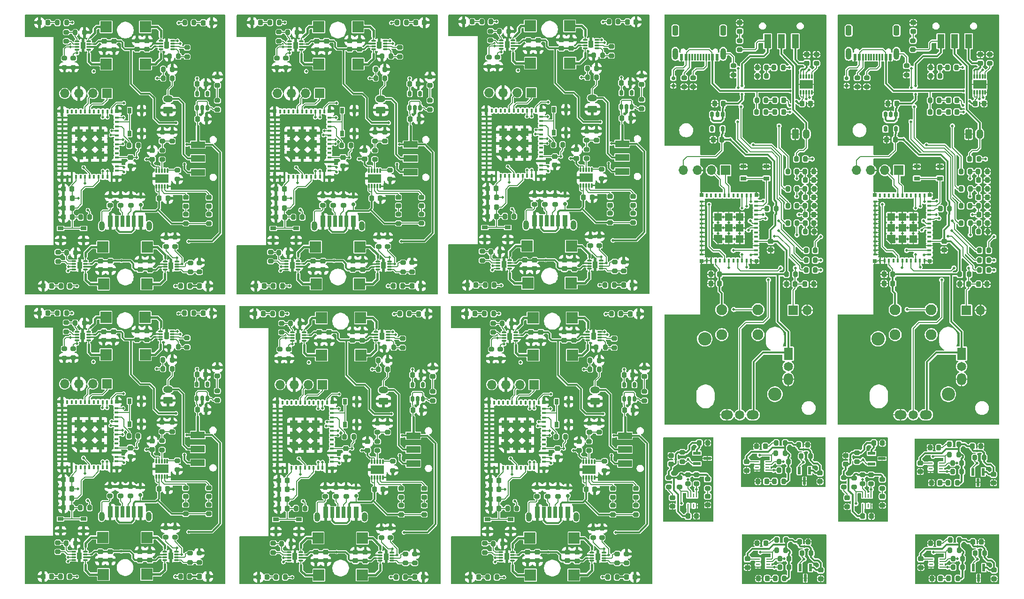
<source format=gbr>
%TF.GenerationSoftware,KiCad,Pcbnew,8.0.5*%
%TF.CreationDate,2025-01-24T10:40:50+05:30*%
%TF.ProjectId,racer_panelizatio_version2_,72616365-725f-4706-916e-656c697a6174,rev?*%
%TF.SameCoordinates,Original*%
%TF.FileFunction,Copper,L1,Top*%
%TF.FilePolarity,Positive*%
%FSLAX46Y46*%
G04 Gerber Fmt 4.6, Leading zero omitted, Abs format (unit mm)*
G04 Created by KiCad (PCBNEW 8.0.5) date 2025-01-24 10:40:50*
%MOMM*%
%LPD*%
G01*
G04 APERTURE LIST*
G04 Aperture macros list*
%AMRoundRect*
0 Rectangle with rounded corners*
0 $1 Rounding radius*
0 $2 $3 $4 $5 $6 $7 $8 $9 X,Y pos of 4 corners*
0 Add a 4 corners polygon primitive as box body*
4,1,4,$2,$3,$4,$5,$6,$7,$8,$9,$2,$3,0*
0 Add four circle primitives for the rounded corners*
1,1,$1+$1,$2,$3*
1,1,$1+$1,$4,$5*
1,1,$1+$1,$6,$7*
1,1,$1+$1,$8,$9*
0 Add four rect primitives between the rounded corners*
20,1,$1+$1,$2,$3,$4,$5,0*
20,1,$1+$1,$4,$5,$6,$7,0*
20,1,$1+$1,$6,$7,$8,$9,0*
20,1,$1+$1,$8,$9,$2,$3,0*%
%AMFreePoly0*
4,1,14,0.728536,0.728536,0.730000,0.725000,0.730000,-0.725000,0.728536,-0.728536,0.725000,-0.730000,-0.725000,-0.730000,-0.728536,-0.728536,-0.730000,-0.725000,-0.730000,0.125000,-0.728536,0.128536,-0.128536,0.728536,-0.125000,0.730000,0.725000,0.730000,0.728536,0.728536,0.728536,0.728536,$1*%
G04 Aperture macros list end*
%TA.AperFunction,SMDPad,CuDef*%
%ADD10RoundRect,0.200000X-0.275000X0.200000X-0.275000X-0.200000X0.275000X-0.200000X0.275000X0.200000X0*%
%TD*%
%TA.AperFunction,SMDPad,CuDef*%
%ADD11RoundRect,0.200000X0.275000X-0.200000X0.275000X0.200000X-0.275000X0.200000X-0.275000X-0.200000X0*%
%TD*%
%TA.AperFunction,SMDPad,CuDef*%
%ADD12RoundRect,0.075000X-0.340000X-0.075000X0.340000X-0.075000X0.340000X0.075000X-0.340000X0.075000X0*%
%TD*%
%TA.AperFunction,SMDPad,CuDef*%
%ADD13RoundRect,0.225000X-0.225000X-0.425000X0.225000X-0.425000X0.225000X0.425000X-0.225000X0.425000X0*%
%TD*%
%TA.AperFunction,SMDPad,CuDef*%
%ADD14RoundRect,0.200000X0.200000X0.275000X-0.200000X0.275000X-0.200000X-0.275000X0.200000X-0.275000X0*%
%TD*%
%TA.AperFunction,SMDPad,CuDef*%
%ADD15RoundRect,0.075400X-0.054600X-0.344600X0.054600X-0.344600X0.054600X0.344600X-0.054600X0.344600X0*%
%TD*%
%TA.AperFunction,SMDPad,CuDef*%
%ADD16R,2.350000X1.580000*%
%TD*%
%TA.AperFunction,SMDPad,CuDef*%
%ADD17RoundRect,0.175000X0.175000X0.325000X-0.175000X0.325000X-0.175000X-0.325000X0.175000X-0.325000X0*%
%TD*%
%TA.AperFunction,SMDPad,CuDef*%
%ADD18RoundRect,0.225000X-0.225000X-0.250000X0.225000X-0.250000X0.225000X0.250000X-0.225000X0.250000X0*%
%TD*%
%TA.AperFunction,SMDPad,CuDef*%
%ADD19R,0.600000X1.150000*%
%TD*%
%TA.AperFunction,SMDPad,CuDef*%
%ADD20R,0.300000X1.150000*%
%TD*%
%TA.AperFunction,ComponentPad*%
%ADD21O,1.000000X2.100000*%
%TD*%
%TA.AperFunction,ComponentPad*%
%ADD22RoundRect,0.250000X0.250000X0.650000X-0.250000X0.650000X-0.250000X-0.650000X0.250000X-0.650000X0*%
%TD*%
%TA.AperFunction,SMDPad,CuDef*%
%ADD23R,0.400000X0.800000*%
%TD*%
%TA.AperFunction,SMDPad,CuDef*%
%ADD24R,0.800000X0.400000*%
%TD*%
%TA.AperFunction,SMDPad,CuDef*%
%ADD25FreePoly0,90.000000*%
%TD*%
%TA.AperFunction,ComponentPad*%
%ADD26C,0.508000*%
%TD*%
%TA.AperFunction,SMDPad,CuDef*%
%ADD27R,1.450000X1.450000*%
%TD*%
%TA.AperFunction,SMDPad,CuDef*%
%ADD28R,0.700000X0.700000*%
%TD*%
%TA.AperFunction,SMDPad,CuDef*%
%ADD29RoundRect,0.200000X-0.200000X-0.275000X0.200000X-0.275000X0.200000X0.275000X-0.200000X0.275000X0*%
%TD*%
%TA.AperFunction,SMDPad,CuDef*%
%ADD30RoundRect,0.225000X0.225000X0.250000X-0.225000X0.250000X-0.225000X-0.250000X0.225000X-0.250000X0*%
%TD*%
%TA.AperFunction,ComponentPad*%
%ADD31R,1.700000X1.700000*%
%TD*%
%TA.AperFunction,ComponentPad*%
%ADD32O,1.700000X1.700000*%
%TD*%
%TA.AperFunction,SMDPad,CuDef*%
%ADD33RoundRect,0.225000X-0.250000X0.225000X-0.250000X-0.225000X0.250000X-0.225000X0.250000X0.225000X0*%
%TD*%
%TA.AperFunction,SMDPad,CuDef*%
%ADD34RoundRect,0.225000X0.250000X-0.225000X0.250000X0.225000X-0.250000X0.225000X-0.250000X-0.225000X0*%
%TD*%
%TA.AperFunction,SMDPad,CuDef*%
%ADD35RoundRect,0.218750X0.256250X-0.218750X0.256250X0.218750X-0.256250X0.218750X-0.256250X-0.218750X0*%
%TD*%
%TA.AperFunction,SMDPad,CuDef*%
%ADD36R,2.000000X2.000000*%
%TD*%
%TA.AperFunction,SMDPad,CuDef*%
%ADD37R,1.050000X0.650000*%
%TD*%
%TA.AperFunction,ComponentPad*%
%ADD38RoundRect,0.250000X-0.350000X-0.625000X0.350000X-0.625000X0.350000X0.625000X-0.350000X0.625000X0*%
%TD*%
%TA.AperFunction,ComponentPad*%
%ADD39O,1.200000X1.750000*%
%TD*%
%TA.AperFunction,SMDPad,CuDef*%
%ADD40RoundRect,0.218750X-0.218750X-0.256250X0.218750X-0.256250X0.218750X0.256250X-0.218750X0.256250X0*%
%TD*%
%TA.AperFunction,SMDPad,CuDef*%
%ADD41R,0.762000X0.228600*%
%TD*%
%TA.AperFunction,SMDPad,CuDef*%
%ADD42RoundRect,0.075000X0.340000X0.075000X-0.340000X0.075000X-0.340000X-0.075000X0.340000X-0.075000X0*%
%TD*%
%TA.AperFunction,SMDPad,CuDef*%
%ADD43RoundRect,0.225000X0.225000X0.425000X-0.225000X0.425000X-0.225000X-0.425000X0.225000X-0.425000X0*%
%TD*%
%TA.AperFunction,SMDPad,CuDef*%
%ADD44RoundRect,0.150000X-0.200000X0.150000X-0.200000X-0.150000X0.200000X-0.150000X0.200000X0.150000X0*%
%TD*%
%TA.AperFunction,SMDPad,CuDef*%
%ADD45R,2.500000X1.200000*%
%TD*%
%TA.AperFunction,SMDPad,CuDef*%
%ADD46R,1.200000X2.500000*%
%TD*%
%TA.AperFunction,SMDPad,CuDef*%
%ADD47R,0.700000X2.000000*%
%TD*%
%TA.AperFunction,SMDPad,CuDef*%
%ADD48R,0.800000X2.000000*%
%TD*%
%TA.AperFunction,SMDPad,CuDef*%
%ADD49R,0.900000X2.000000*%
%TD*%
%TA.AperFunction,ComponentPad*%
%ADD50O,1.000000X1.700000*%
%TD*%
%TA.AperFunction,SMDPad,CuDef*%
%ADD51R,0.650000X1.050000*%
%TD*%
%TA.AperFunction,SMDPad,CuDef*%
%ADD52RoundRect,0.218750X-0.256250X0.218750X-0.256250X-0.218750X0.256250X-0.218750X0.256250X0.218750X0*%
%TD*%
%TA.AperFunction,SMDPad,CuDef*%
%ADD53RoundRect,0.150000X0.200000X-0.150000X0.200000X0.150000X-0.200000X0.150000X-0.200000X-0.150000X0*%
%TD*%
%TA.AperFunction,SMDPad,CuDef*%
%ADD54R,0.533400X1.320800*%
%TD*%
%TA.AperFunction,SMDPad,CuDef*%
%ADD55R,1.320800X0.533400*%
%TD*%
%TA.AperFunction,SMDPad,CuDef*%
%ADD56R,0.228600X0.762000*%
%TD*%
%TA.AperFunction,SMDPad,CuDef*%
%ADD57RoundRect,0.175000X-0.175000X-0.325000X0.175000X-0.325000X0.175000X0.325000X-0.175000X0.325000X0*%
%TD*%
%TA.AperFunction,ComponentPad*%
%ADD58RoundRect,0.250000X0.625000X-0.350000X0.625000X0.350000X-0.625000X0.350000X-0.625000X-0.350000X0*%
%TD*%
%TA.AperFunction,ComponentPad*%
%ADD59O,1.750000X1.200000*%
%TD*%
%TA.AperFunction,ComponentPad*%
%ADD60C,1.950000*%
%TD*%
%TA.AperFunction,ComponentPad*%
%ADD61C,2.400000*%
%TD*%
%TA.AperFunction,ComponentPad*%
%ADD62R,1.650000X2.200000*%
%TD*%
%TA.AperFunction,ComponentPad*%
%ADD63C,1.650000*%
%TD*%
%TA.AperFunction,ComponentPad*%
%ADD64O,1.650000X2.200000*%
%TD*%
%TA.AperFunction,ComponentPad*%
%ADD65O,2.200000X1.650000*%
%TD*%
%TA.AperFunction,ViaPad*%
%ADD66C,0.508000*%
%TD*%
%TA.AperFunction,Conductor*%
%ADD67C,0.203200*%
%TD*%
%TA.AperFunction,Conductor*%
%ADD68C,0.304800*%
%TD*%
%TA.AperFunction,Conductor*%
%ADD69C,0.457200*%
%TD*%
G04 APERTURE END LIST*
D10*
%TO.P,R1,1*%
%TO.N,+3V3*%
X175065000Y-121885100D03*
%TO.P,R1,2*%
%TO.N,Net-(D2-A)*%
X175065000Y-123535100D03*
%TD*%
D11*
%TO.P,R48,1*%
%TO.N,+5V*%
X137579514Y-128501400D03*
%TO.P,R48,2*%
%TO.N,Net-(D8-A)*%
X137579514Y-126851400D03*
%TD*%
D10*
%TO.P,R18,1*%
%TO.N,Net-(P1-CC)*%
X179210400Y-49618600D03*
%TO.P,R18,2*%
%TO.N,GND*%
X179210400Y-51268600D03*
%TD*%
D12*
%TO.P,U9,1,OUTB*%
%TO.N,Net-(J1-Pin_1)*%
X51861200Y-42938600D03*
%TO.P,U9,2,GND*%
%TO.N,GND*%
X51861200Y-43438600D03*
%TO.P,U9,3,VDD*%
%TO.N,RAW*%
X51861200Y-43938600D03*
%TO.P,U9,4,OUTA*%
%TO.N,Net-(J2-Pin_1)*%
X51861200Y-44438600D03*
%TO.P,U9,5,VSET*%
%TO.N,Net-(U2-VSET)*%
X53991200Y-44438600D03*
%TO.P,U9,6,VREF*%
%TO.N,Net-(U2-VREF)*%
X53991200Y-43938600D03*
%TO.P,U9,7,IN1*%
%TO.N,MOTOR_1_IN1*%
X53991200Y-43438600D03*
%TO.P,U9,8,IN2*%
%TO.N,MOTOR_1_IN2*%
X53991200Y-42938600D03*
D13*
%TO.P,U9,9,GND_PAD*%
%TO.N,GND*%
X52936200Y-43688600D03*
%TD*%
D14*
%TO.P,R4,1*%
%TO.N,+3V3*%
X196464800Y-136529000D03*
%TO.P,R4,2*%
%TO.N,/OPT_INT*%
X194814800Y-136529000D03*
%TD*%
D15*
%TO.P,U14,1,VDD*%
%TO.N,+5V*%
X128087914Y-121822000D03*
%TO.P,U14,2,VDD*%
X128587914Y-121822000D03*
%TO.P,U14,3,STAT1*%
%TO.N,/STAT1*%
X129087914Y-121822000D03*
%TO.P,U14,4,STAT2*%
%TO.N,/STAT2*%
X129587914Y-121822000D03*
%TO.P,U14,5,VSS*%
%TO.N,GND*%
X130087914Y-121822000D03*
%TO.P,U14,6,PROG*%
%TO.N,Net-(U7-PROG)*%
X130087914Y-118952000D03*
%TO.P,U14,7,PG(TE)*%
%TO.N,unconnected-(U7-PG(TE)-Pad7)*%
X129587914Y-118952000D03*
%TO.P,U14,8,THERM*%
%TO.N,Net-(U7-THERM)*%
X129087914Y-118952000D03*
%TO.P,U14,9,VBAT*%
%TO.N,/CHRGR+*%
X128587914Y-118952000D03*
%TO.P,U14,10,VBAT*%
X128087914Y-118952000D03*
D16*
%TO.P,U14,11,PAD*%
%TO.N,GND*%
X129087914Y-120387000D03*
%TD*%
D11*
%TO.P,R49,1*%
%TO.N,+5V*%
X56382400Y-75932200D03*
%TO.P,R49,2*%
%TO.N,Net-(D9-A)*%
X56382400Y-74282200D03*
%TD*%
D17*
%TO.P,U6,1,VIN*%
%TO.N,/raw_voltage*%
X184500000Y-56274000D03*
%TO.P,U6,2,GND*%
%TO.N,GND*%
X183550000Y-56274000D03*
%TO.P,U6,3,EN*%
%TO.N,/raw_voltage*%
X182600000Y-56274000D03*
%TO.P,U6,4,NC*%
%TO.N,unconnected-(U6-NC-Pad4)*%
X182600000Y-58874000D03*
%TO.P,U6,5,VOUT*%
%TO.N,+3V3*%
X184500000Y-58874000D03*
%TD*%
D18*
%TO.P,C32,1*%
%TO.N,+3V3*%
X134968400Y-50547400D03*
%TO.P,C32,2*%
%TO.N,GND*%
X136518400Y-50547400D03*
%TD*%
D19*
%TO.P,P1,A1,GND*%
%TO.N,GND*%
X183477500Y-45866500D03*
%TO.P,P1,A4,VBUS*%
%TO.N,+5V*%
X182677500Y-45866500D03*
D20*
%TO.P,P1,A5,CC*%
%TO.N,Net-(P1-CC)*%
X181527500Y-45866500D03*
%TO.P,P1,A6,D+*%
%TO.N,unconnected-(P1-D+-PadA6)*%
X180527500Y-45866500D03*
%TO.P,P1,A7,D-*%
%TO.N,unconnected-(P1-D--PadA7)*%
X180027500Y-45866500D03*
%TO.P,P1,A8*%
%TO.N,N/C*%
X179027500Y-45866500D03*
D19*
%TO.P,P1,A9,VBUS*%
%TO.N,+5V*%
X177877500Y-45866500D03*
%TO.P,P1,A12,GND*%
%TO.N,GND*%
X177077500Y-45866500D03*
D20*
%TO.P,P1,B5,VCONN*%
%TO.N,Net-(P1-VCONN)*%
X178527500Y-45866500D03*
%TO.P,P1,B6*%
%TO.N,N/C*%
X179527500Y-45866500D03*
%TO.P,P1,B7*%
X181027500Y-45866500D03*
%TO.P,P1,B8*%
X182027500Y-45866500D03*
D21*
%TO.P,P1,S1,SHIELD*%
%TO.N,Net-(P1-SHIELD)*%
X184597500Y-45291500D03*
%TO.P,P1,SH2*%
%TO.N,N/C*%
X175957500Y-45291500D03*
D22*
%TO.P,P1,SH3*%
X184597500Y-41111500D03*
%TO.P,P1,SH4*%
X175957500Y-41111500D03*
%TD*%
D11*
%TO.P,TH2,1*%
%TO.N,Net-(R23-Pad1)*%
X52086000Y-113550200D03*
%TO.P,TH2,2*%
%TO.N,GND*%
X52086000Y-111900200D03*
%TD*%
D10*
%TO.P,R25,1*%
%TO.N,Net-(D6-A)*%
X156289500Y-42913000D03*
%TO.P,R25,2*%
%TO.N,/raw_voltage*%
X156289500Y-44563000D03*
%TD*%
%TO.P,R32,1*%
%TO.N,Net-(U2-VREF)*%
X56611000Y-44145600D03*
%TO.P,R32,2*%
%TO.N,Net-(U2-VSET)*%
X56611000Y-45795600D03*
%TD*%
D23*
%TO.P,U12,1,GND*%
%TO.N,GND*%
X111548200Y-67357000D03*
%TO.P,U12,2,GND*%
X112348200Y-67357000D03*
%TO.P,U12,3,3v3*%
%TO.N,+3V3*%
X113148200Y-67357000D03*
%TO.P,U12,4,NC*%
%TO.N,unconnected-(U5-NC-Pad4)*%
X113948200Y-67357000D03*
%TO.P,U12,5,IO2*%
%TO.N,/ADC_BATT*%
X114748200Y-67357000D03*
%TO.P,U12,6,IO3*%
%TO.N,Net-(U5-IO3)*%
X115548200Y-67357000D03*
%TO.P,U12,7,NC*%
%TO.N,unconnected-(U5-NC-Pad7)*%
X116348200Y-67357000D03*
%TO.P,U12,8,EN*%
%TO.N,/CP_EN*%
X117148200Y-67357000D03*
%TO.P,U12,9,IO0*%
%TO.N,/SCL*%
X117948200Y-67357000D03*
%TO.P,U12,10,IO01*%
%TO.N,/SDA*%
X118748200Y-67357000D03*
%TO.P,U12,11,GND*%
%TO.N,GND*%
X119548200Y-67357000D03*
D24*
%TO.P,U12,12,IO13*%
%TO.N,MOTOR_0_IN1*%
X120448200Y-66257000D03*
%TO.P,U12,13,IO14*%
%TO.N,MOTOR_0_IN2*%
X120448200Y-65457000D03*
%TO.P,U12,14,GND*%
%TO.N,GND*%
X120448200Y-64657000D03*
%TO.P,U12,15,VBAT*%
%TO.N,+3V3*%
X120448200Y-63857000D03*
%TO.P,U12,16,IO12*%
%TO.N,unconnected-(U5-IO12-Pad16)*%
X120448200Y-63057000D03*
%TO.P,U12,17,NC*%
%TO.N,unconnected-(U5-NC-Pad17)*%
X120448200Y-62257000D03*
%TO.P,U12,18,IO4*%
%TO.N,MOTOR_1_IN1*%
X120448200Y-61457000D03*
%TO.P,U12,19,IO5*%
%TO.N,MOTOR_1_IN2*%
X120448200Y-60657000D03*
%TO.P,U12,20,IO10*%
%TO.N,/HAL_OUT*%
X120448200Y-59857000D03*
%TO.P,U12,21,IO11*%
%TO.N,Net-(U5-IO11)*%
X120448200Y-59057000D03*
%TO.P,U12,22,IO08*%
%TO.N,Net-(U5-IO08)*%
X120448200Y-58257000D03*
%TO.P,U12,23,IO9*%
%TO.N,Net-(U5-IO9)*%
X120448200Y-57457000D03*
%TO.P,U12,24,IO22*%
%TO.N,Net-(U5-IO22)*%
X120448200Y-56657000D03*
D23*
%TO.P,U12,25,IO25*%
%TO.N,Net-(U5-IO25)*%
X119548200Y-55557000D03*
%TO.P,U12,26,IO26*%
%TO.N,Net-(U5-IO26)*%
X118748200Y-55557000D03*
%TO.P,U12,27,IO27*%
%TO.N,Net-(U5-IO27)*%
X117948200Y-55557000D03*
%TO.P,U12,28,NC*%
%TO.N,unconnected-(U5-NC-Pad28)*%
X117148200Y-55557000D03*
%TO.P,U12,29,NC*%
%TO.N,unconnected-(U5-NC-Pad29)*%
X116348200Y-55557000D03*
%TO.P,U12,30,RXD0*%
%TO.N,/U0RXD*%
X115548200Y-55557000D03*
%TO.P,U12,31,TXD0*%
%TO.N,/U0TXD*%
X114748200Y-55557000D03*
%TO.P,U12,32,NC*%
%TO.N,unconnected-(U5-NC-Pad32)*%
X113948200Y-55557000D03*
%TO.P,U12,33,NC*%
%TO.N,unconnected-(U5-NC-Pad33)*%
X113148200Y-55557000D03*
%TO.P,U12,34,NC*%
%TO.N,unconnected-(U5-NC-Pad34)*%
X112348200Y-55557000D03*
%TO.P,U12,35,NC*%
%TO.N,unconnected-(U5-NC-Pad35)*%
X111548200Y-55557000D03*
D24*
%TO.P,U12,36,GND*%
%TO.N,GND*%
X110648200Y-56657000D03*
%TO.P,U12,37,GND*%
X110648200Y-57457000D03*
%TO.P,U12,38,GND*%
X110648200Y-58257000D03*
%TO.P,U12,39,GND*%
X110648200Y-59057000D03*
%TO.P,U12,40,GND*%
X110648200Y-59857000D03*
%TO.P,U12,41,GND*%
X110648200Y-60657000D03*
%TO.P,U12,42,GND*%
X110648200Y-61457000D03*
%TO.P,U12,43,GND*%
X110648200Y-62257000D03*
%TO.P,U12,44,GND*%
X110648200Y-63057000D03*
%TO.P,U12,45,GND*%
X110648200Y-63857000D03*
%TO.P,U12,46,GND*%
X110648200Y-64657000D03*
%TO.P,U12,47,GND*%
X110648200Y-65457000D03*
%TO.P,U12,48,GND*%
X110648200Y-66257000D03*
D25*
%TO.P,U12,49,EPAD*%
X113573200Y-63432000D03*
D26*
X114560700Y-63432000D03*
D27*
X115548200Y-63432000D03*
D26*
X116535700Y-63432000D03*
D27*
X117523200Y-63432000D03*
D26*
X113573200Y-62444500D03*
X115548200Y-62444500D03*
X117523200Y-62444500D03*
D27*
X113573200Y-61457000D03*
D26*
X114560700Y-61457000D03*
D27*
X115548200Y-61457000D03*
D26*
X116535700Y-61457000D03*
D27*
X117523200Y-61457000D03*
D26*
X113573200Y-60469500D03*
X115548200Y-60469500D03*
X117523200Y-60469500D03*
D27*
X113573200Y-59482000D03*
D26*
X114560700Y-59482000D03*
D27*
X115548200Y-59482000D03*
D26*
X116535700Y-59482000D03*
D27*
X117523200Y-59482000D03*
D28*
%TO.P,U12,50,GND*%
X110598200Y-55507000D03*
%TO.P,U12,51,GND*%
X120498200Y-55507000D03*
%TO.P,U12,52,GND*%
X120498200Y-67407000D03*
%TO.P,U12,53,GND*%
X110598200Y-67407000D03*
%TD*%
D29*
%TO.P,R35,1*%
%TO.N,Net-(U3-VSET)*%
X73671714Y-133810200D03*
%TO.P,R35,2*%
%TO.N,GND*%
X75321714Y-133810200D03*
%TD*%
D30*
%TO.P,C29,1*%
%TO.N,/CP_EN*%
X74687514Y-125720600D03*
%TO.P,C29,2*%
%TO.N,GND*%
X73137514Y-125720600D03*
%TD*%
D31*
%TO.P,J11,1,Pin_1*%
%TO.N,/U0RXD*%
X153747500Y-66344000D03*
D32*
%TO.P,J11,2,Pin_2*%
%TO.N,/U0TXD*%
X151207500Y-66344000D03*
%TO.P,J11,3,Pin_3*%
%TO.N,GND*%
X148667500Y-66344000D03*
%TO.P,J11,4,Pin_4*%
%TO.N,+3V3*%
X146127500Y-66344000D03*
%TD*%
D31*
%TO.P,J9,1,Pin_1*%
%TO.N,/CP_EN*%
X197214000Y-91617000D03*
D32*
%TO.P,J9,2,Pin_2*%
%TO.N,GND*%
X199754000Y-91617000D03*
%TD*%
D10*
%TO.P,R25,1*%
%TO.N,Net-(D6-A)*%
X187567000Y-42913000D03*
%TO.P,R25,2*%
%TO.N,/raw_voltage*%
X187567000Y-44563000D03*
%TD*%
D18*
%TO.P,C2,1*%
%TO.N,/SW_B*%
X199428800Y-74319600D03*
%TO.P,C2,2*%
%TO.N,GND*%
X200978800Y-74319600D03*
%TD*%
D30*
%TO.P,D10,1,K*%
%TO.N,GND*%
X99210914Y-139817600D03*
%TO.P,D10,2,A*%
%TO.N,Net-(D2-A)*%
X97660914Y-139817600D03*
%TD*%
D14*
%TO.P,R2,1*%
%TO.N,+3V3*%
X195539800Y-122773001D03*
%TO.P,R2,2*%
%TO.N,Net-(D1-A)*%
X193889800Y-122773001D03*
%TD*%
D11*
%TO.P,R47,1*%
%TO.N,Net-(P1-CC)*%
X82947600Y-72656800D03*
%TO.P,R47,2*%
%TO.N,GND*%
X82947600Y-71006800D03*
%TD*%
D33*
%TO.P,C20,1*%
%TO.N,RAW*%
X118158400Y-42842200D03*
%TO.P,C20,2*%
%TO.N,GND*%
X118158400Y-44392200D03*
%TD*%
D10*
%TO.P,R56,1*%
%TO.N,GND*%
X130968200Y-78272000D03*
%TO.P,R56,2*%
%TO.N,MOTOR_1_IN1*%
X130968200Y-79922000D03*
%TD*%
D34*
%TO.P,C34,1*%
%TO.N,/CHRGR+*%
X126853400Y-64162600D03*
%TO.P,C34,2*%
%TO.N,GND*%
X126853400Y-62612600D03*
%TD*%
D35*
%TO.P,D1,1,K*%
%TO.N,GND*%
X182050000Y-126825000D03*
%TO.P,D1,2,A*%
%TO.N,Net-(D1-A)*%
X182050000Y-125250000D03*
%TD*%
D18*
%TO.P,C2,1*%
%TO.N,/SW_B*%
X168151300Y-74319600D03*
%TO.P,C2,2*%
%TO.N,GND*%
X169701300Y-74319600D03*
%TD*%
%TO.P,C31,1*%
%TO.N,RAW*%
X135550514Y-109667800D03*
%TO.P,C31,2*%
%TO.N,GND*%
X137100514Y-109667800D03*
%TD*%
D15*
%TO.P,U14,1,VDD*%
%TO.N,+5V*%
X89407200Y-69228600D03*
%TO.P,U14,2,VDD*%
X89907200Y-69228600D03*
%TO.P,U14,3,STAT1*%
%TO.N,/STAT1*%
X90407200Y-69228600D03*
%TO.P,U14,4,STAT2*%
%TO.N,/STAT2*%
X90907200Y-69228600D03*
%TO.P,U14,5,VSS*%
%TO.N,GND*%
X91407200Y-69228600D03*
%TO.P,U14,6,PROG*%
%TO.N,Net-(U7-PROG)*%
X91407200Y-66358600D03*
%TO.P,U14,7,PG(TE)*%
%TO.N,unconnected-(U7-PG(TE)-Pad7)*%
X90907200Y-66358600D03*
%TO.P,U14,8,THERM*%
%TO.N,Net-(U7-THERM)*%
X90407200Y-66358600D03*
%TO.P,U14,9,VBAT*%
%TO.N,/CHRGR+*%
X89907200Y-66358600D03*
%TO.P,U14,10,VBAT*%
X89407200Y-66358600D03*
D16*
%TO.P,U14,11,PAD*%
%TO.N,GND*%
X90407200Y-67793600D03*
%TD*%
D11*
%TO.P,R46,1*%
%TO.N,Net-(P1-VCONN)*%
X46420400Y-125144800D03*
%TO.P,R46,2*%
%TO.N,GND*%
X46420400Y-123494800D03*
%TD*%
D29*
%TO.P,R9,1*%
%TO.N,+3V3*%
X164735500Y-85140000D03*
%TO.P,R9,2*%
%TO.N,/CP_EN*%
X166385500Y-85140000D03*
%TD*%
D11*
%TO.P,R19,1*%
%TO.N,Net-(U1-VREF)*%
X111359400Y-42863400D03*
%TO.P,R19,2*%
%TO.N,Net-(U1-VSET)*%
X111359400Y-41213400D03*
%TD*%
D10*
%TO.P,R56,1*%
%TO.N,GND*%
X131458114Y-131017000D03*
%TO.P,R56,2*%
%TO.N,MOTOR_1_IN1*%
X131458114Y-132667000D03*
%TD*%
D29*
%TO.P,R24,1*%
%TO.N,GND*%
X159497500Y-49274000D03*
%TO.P,R24,2*%
%TO.N,Net-(R23-Pad1)*%
X161147500Y-49274000D03*
%TD*%
D18*
%TO.P,C3,1*%
%TO.N,+3V3*%
X198370800Y-133481000D03*
%TO.P,C3,2*%
%TO.N,GND*%
X199920800Y-133481000D03*
%TD*%
D36*
%TO.P,J18,1,Pin_1*%
%TO.N,Net-(J7-Pin_1)*%
X125939000Y-80036800D03*
%TD*%
D17*
%TO.P,U6,1,VIN*%
%TO.N,/raw_voltage*%
X153222500Y-56274000D03*
%TO.P,U6,2,GND*%
%TO.N,GND*%
X152272500Y-56274000D03*
%TO.P,U6,3,EN*%
%TO.N,/raw_voltage*%
X151322500Y-56274000D03*
%TO.P,U6,4,NC*%
%TO.N,unconnected-(U6-NC-Pad4)*%
X151322500Y-58874000D03*
%TO.P,U6,5,VOUT*%
%TO.N,+3V3*%
X153222500Y-58874000D03*
%TD*%
D37*
%TO.P,S9,1*%
%TO.N,/CP_EN*%
X72135000Y-76827400D03*
X76285000Y-76827400D03*
%TO.P,S9,2*%
%TO.N,GND*%
X72135000Y-78977400D03*
X76285000Y-78977400D03*
%TD*%
D31*
%TO.P,J21,1,Pin_1*%
%TO.N,/U0RXD*%
X80999114Y-105045000D03*
D32*
%TO.P,J21,2,Pin_2*%
%TO.N,/U0TXD*%
X78459114Y-105045000D03*
%TO.P,J21,3,Pin_3*%
%TO.N,GND*%
X75919114Y-105045000D03*
%TO.P,J21,4,Pin_4*%
%TO.N,+3V3*%
X73379114Y-105045000D03*
%TD*%
D36*
%TO.P,J17,1,Pin_1*%
%TO.N,Net-(J6-Pin_1)*%
X118427914Y-132756400D03*
%TD*%
D10*
%TO.P,R56,1*%
%TO.N,GND*%
X54396000Y-130911600D03*
%TO.P,R56,2*%
%TO.N,MOTOR_1_IN1*%
X54396000Y-132561600D03*
%TD*%
D14*
%TO.P,R38,1*%
%TO.N,+3V3*%
X77887114Y-127397000D03*
%TO.P,R38,2*%
%TO.N,/CP_EN*%
X76237114Y-127397000D03*
%TD*%
D37*
%TO.P,S9,1*%
%TO.N,/CP_EN*%
X33784200Y-76839400D03*
X37934200Y-76839400D03*
%TO.P,S9,2*%
%TO.N,GND*%
X33784200Y-78989400D03*
X37934200Y-78989400D03*
%TD*%
D11*
%TO.P,TH2,1*%
%TO.N,Net-(R23-Pad1)*%
X90467400Y-61062200D03*
%TO.P,TH2,2*%
%TO.N,GND*%
X90467400Y-59412200D03*
%TD*%
D18*
%TO.P,C3,1*%
%TO.N,/SW_C*%
X168125900Y-71220800D03*
%TO.P,C3,2*%
%TO.N,GND*%
X169675900Y-71220800D03*
%TD*%
D29*
%TO.P,R35,1*%
%TO.N,Net-(U3-VSET)*%
X73181800Y-81216800D03*
%TO.P,R35,2*%
%TO.N,GND*%
X74831800Y-81216800D03*
%TD*%
D18*
%TO.P,C33,1*%
%TO.N,+5V*%
X128110400Y-71248400D03*
%TO.P,C33,2*%
%TO.N,GND*%
X129660400Y-71248400D03*
%TD*%
D29*
%TO.P,R58,1*%
%TO.N,/ADC_BATT*%
X128822400Y-47931200D03*
%TO.P,R58,2*%
%TO.N,GND*%
X130472400Y-47931200D03*
%TD*%
D33*
%TO.P,C18,1*%
%TO.N,RAW*%
X120426314Y-95587200D03*
%TO.P,C18,2*%
%TO.N,GND*%
X120426314Y-97137200D03*
%TD*%
D11*
%TO.P,R19,1*%
%TO.N,Net-(U1-VREF)*%
X73658514Y-95608400D03*
%TO.P,R19,2*%
%TO.N,Net-(U1-VSET)*%
X73658514Y-93958400D03*
%TD*%
D38*
%TO.P,J12,1,Pin_1*%
%TO.N,GND*%
X197600000Y-59774000D03*
D39*
%TO.P,J12,2,Pin_2*%
%TO.N,LIPO+*%
X199600000Y-59774000D03*
%TD*%
D29*
%TO.P,R41,1*%
%TO.N,Net-(D1-A)*%
X110356600Y-87072600D03*
%TO.P,R41,2*%
%TO.N,Net-(U5-IO27)*%
X112006600Y-87072600D03*
%TD*%
D40*
%TO.P,D2,1,K*%
%TO.N,GND*%
X159454300Y-133735000D03*
%TO.P,D2,2,A*%
%TO.N,Net-(D2-A)*%
X161029300Y-133735000D03*
%TD*%
D29*
%TO.P,R41,1*%
%TO.N,Net-(D1-A)*%
X110846514Y-139817600D03*
%TO.P,R41,2*%
%TO.N,Net-(U5-IO27)*%
X112496514Y-139817600D03*
%TD*%
D14*
%TO.P,R39,1*%
%TO.N,LIPO+*%
X130962314Y-102276400D03*
%TO.P,R39,2*%
%TO.N,/ADC_BATT*%
X129312314Y-102276400D03*
%TD*%
D30*
%TO.P,C29,1*%
%TO.N,/CP_EN*%
X74197600Y-73127200D03*
%TO.P,C29,2*%
%TO.N,GND*%
X72647600Y-73127200D03*
%TD*%
D10*
%TO.P,R32,1*%
%TO.N,Net-(U2-VREF)*%
X56580400Y-96621600D03*
%TO.P,R32,2*%
%TO.N,Net-(U2-VSET)*%
X56580400Y-98271600D03*
%TD*%
D29*
%TO.P,R31,1*%
%TO.N,Net-(U1-VSET)*%
X112972800Y-41276400D03*
%TO.P,R31,2*%
%TO.N,GND*%
X114622800Y-41276400D03*
%TD*%
D10*
%TO.P,R32,1*%
%TO.N,Net-(U2-VREF)*%
X94961800Y-44133600D03*
%TO.P,R32,2*%
%TO.N,Net-(U2-VSET)*%
X94961800Y-45783600D03*
%TD*%
D33*
%TO.P,C30,1*%
%TO.N,+3V3*%
X84751000Y-63995600D03*
%TO.P,C30,2*%
%TO.N,GND*%
X84751000Y-65545600D03*
%TD*%
D11*
%TO.P,R48,1*%
%TO.N,+5V*%
X99388714Y-128501400D03*
%TO.P,R48,2*%
%TO.N,Net-(D8-A)*%
X99388714Y-126851400D03*
%TD*%
D41*
%TO.P,U1,1,VDD*%
%TO.N,+3V3*%
X190739700Y-119240999D03*
%TO.P,U1,2,ADDR*%
%TO.N,GND*%
X190739700Y-119741000D03*
%TO.P,U1,3,NC*%
%TO.N,unconnected-(U1-NC-Pad3)*%
X190739700Y-120241000D03*
%TO.P,U1,4,GND*%
%TO.N,GND*%
X190739700Y-120741001D03*
%TO.P,U1,5,SCL*%
%TO.N,/SCL*%
X192593900Y-120741001D03*
%TO.P,U1,6,NC*%
%TO.N,unconnected-(U1-NC-Pad6)*%
X192593900Y-120241000D03*
%TO.P,U1,7,INT*%
%TO.N,/OPT_INT*%
X192593900Y-119741000D03*
%TO.P,U1,8,SDA*%
%TO.N,/SDA*%
X192593900Y-119240999D03*
%TD*%
D10*
%TO.P,R51,1*%
%TO.N,Net-(R23-Pad1)*%
X90466000Y-62714200D03*
%TO.P,R51,2*%
%TO.N,Net-(U7-THERM)*%
X90466000Y-64364200D03*
%TD*%
D14*
%TO.P,R3,1*%
%TO.N,+3V3*%
X164493500Y-117470000D03*
%TO.P,R3,2*%
%TO.N,/SDA*%
X162843500Y-117470000D03*
%TD*%
D33*
%TO.P,D16,1,K*%
%TO.N,/STAT1*%
X56351800Y-123722600D03*
%TO.P,D16,2,A*%
%TO.N,Net-(D9-A)*%
X56351800Y-125272600D03*
%TD*%
D18*
%TO.P,C1,1*%
%TO.N,/SW_A*%
X199428800Y-75869000D03*
%TO.P,C1,2*%
%TO.N,GND*%
X200978800Y-75869000D03*
%TD*%
D10*
%TO.P,R4,1*%
%TO.N,+3V3*%
X178494000Y-121339500D03*
%TO.P,R4,2*%
%TO.N,/OPT_INT*%
X178494000Y-122989500D03*
%TD*%
D11*
%TO.P,R37,1*%
%TO.N,Net-(U4-VSET)*%
X97661514Y-137264400D03*
%TO.P,R37,2*%
%TO.N,GND*%
X97661514Y-135614400D03*
%TD*%
D40*
%TO.P,D1,1,K*%
%TO.N,GND*%
X190979300Y-140085000D03*
%TO.P,D1,2,A*%
%TO.N,Net-(D1-A)*%
X192554300Y-140085000D03*
%TD*%
D14*
%TO.P,R6,1*%
%TO.N,/SW_C*%
X197930000Y-69671400D03*
%TO.P,R6,2*%
%TO.N,Net-(R6-Pad2)*%
X196280000Y-69671400D03*
%TD*%
D10*
%TO.P,R52,1*%
%TO.N,GND*%
X130460200Y-59260600D03*
%TO.P,R52,2*%
%TO.N,Net-(R23-Pad1)*%
X130460200Y-60910600D03*
%TD*%
D30*
%TO.P,D10,1,K*%
%TO.N,GND*%
X98721000Y-87224200D03*
%TO.P,D10,2,A*%
%TO.N,Net-(D2-A)*%
X97171000Y-87224200D03*
%TD*%
D11*
%TO.P,R19,1*%
%TO.N,Net-(U1-VREF)*%
X34787200Y-95503000D03*
%TO.P,R19,2*%
%TO.N,Net-(U1-VSET)*%
X34787200Y-93853000D03*
%TD*%
D14*
%TO.P,R2,1*%
%TO.N,+3V3*%
X164239500Y-122538001D03*
%TO.P,R2,2*%
%TO.N,Net-(D1-A)*%
X162589500Y-122538001D03*
%TD*%
D29*
%TO.P,R41,1*%
%TO.N,Net-(D1-A)*%
X72165800Y-87224200D03*
%TO.P,R41,2*%
%TO.N,Net-(U5-IO27)*%
X73815800Y-87224200D03*
%TD*%
D30*
%TO.P,C28,1*%
%TO.N,+3V3*%
X35821400Y-69735600D03*
%TO.P,C28,2*%
%TO.N,GND*%
X34271400Y-69735600D03*
%TD*%
D42*
%TO.P,U8,1,OUTB*%
%TO.N,Net-(J3-Pin_1)*%
X115423400Y-44367200D03*
%TO.P,U8,2,GND*%
%TO.N,GND*%
X115423400Y-43867200D03*
%TO.P,U8,3,VDD*%
%TO.N,RAW*%
X115423400Y-43367200D03*
%TO.P,U8,4,OUTA*%
%TO.N,Net-(J4-Pin_1)*%
X115423400Y-42867200D03*
%TO.P,U8,5,VSET*%
%TO.N,Net-(U1-VSET)*%
X113293400Y-42867200D03*
%TO.P,U8,6,VREF*%
%TO.N,Net-(U1-VREF)*%
X113293400Y-43367200D03*
%TO.P,U8,7,IN1*%
%TO.N,MOTOR_0_IN1*%
X113293400Y-43867200D03*
%TO.P,U8,8,IN2*%
%TO.N,MOTOR_0_IN2*%
X113293400Y-44367200D03*
D43*
%TO.P,U8,9,GND_PAD*%
%TO.N,GND*%
X114348400Y-43617200D03*
%TD*%
D37*
%TO.P,S9,1*%
%TO.N,/CP_EN*%
X33753600Y-129315400D03*
X37903600Y-129315400D03*
%TO.P,S9,2*%
%TO.N,GND*%
X33753600Y-131465400D03*
X37903600Y-131465400D03*
%TD*%
D18*
%TO.P,D7,1,K*%
%TO.N,GND*%
X30639200Y-87245600D03*
%TO.P,D7,2,A*%
%TO.N,Net-(D1-A)*%
X32189200Y-87245600D03*
%TD*%
D10*
%TO.P,R50,1*%
%TO.N,Net-(U7-PROG)*%
X93234600Y-66295600D03*
%TO.P,R50,2*%
%TO.N,GND*%
X93234600Y-67945600D03*
%TD*%
%TO.P,R52,1*%
%TO.N,GND*%
X53888000Y-111900200D03*
%TO.P,R52,2*%
%TO.N,Net-(R23-Pad1)*%
X53888000Y-113550200D03*
%TD*%
D44*
%TO.P,D13,1*%
%TO.N,+5V*%
X48198400Y-125019800D03*
%TO.P,D13,2*%
%TO.N,GND*%
X48198400Y-123619800D03*
%TD*%
D30*
%TO.P,C29,1*%
%TO.N,/CP_EN*%
X112388400Y-72975600D03*
%TO.P,C29,2*%
%TO.N,GND*%
X110838400Y-72975600D03*
%TD*%
D33*
%TO.P,C30,1*%
%TO.N,+3V3*%
X123431714Y-116589000D03*
%TO.P,C30,2*%
%TO.N,GND*%
X123431714Y-118139000D03*
%TD*%
D31*
%TO.P,J11,1,Pin_1*%
%TO.N,/U0RXD*%
X185025000Y-66344000D03*
D32*
%TO.P,J11,2,Pin_2*%
%TO.N,/U0TXD*%
X182485000Y-66344000D03*
%TO.P,J11,3,Pin_3*%
%TO.N,GND*%
X179945000Y-66344000D03*
%TO.P,J11,4,Pin_4*%
%TO.N,+3V3*%
X177405000Y-66344000D03*
%TD*%
D10*
%TO.P,R17,1*%
%TO.N,Net-(P1-VCONN)*%
X146281900Y-49618600D03*
%TO.P,R17,2*%
%TO.N,GND*%
X146281900Y-51268600D03*
%TD*%
D33*
%TO.P,D15,1,K*%
%TO.N,/STAT2*%
X99388714Y-123828000D03*
%TO.P,D15,2,A*%
%TO.N,Net-(D8-A)*%
X99388714Y-125378000D03*
%TD*%
D11*
%TO.P,R48,1*%
%TO.N,+5V*%
X137089600Y-75756400D03*
%TO.P,R48,2*%
%TO.N,Net-(D8-A)*%
X137089600Y-74106400D03*
%TD*%
D36*
%TO.P,J13,1,Pin_1*%
%TO.N,Net-(J2-Pin_1)*%
X125634200Y-46991400D03*
%TD*%
D11*
%TO.P,R34,1*%
%TO.N,Net-(U3-VREF)*%
X33288600Y-135254000D03*
%TO.P,R34,2*%
%TO.N,Net-(U3-VSET)*%
X33288600Y-133604000D03*
%TD*%
D29*
%TO.P,R14,1*%
%TO.N,/SW_D*%
X199328000Y-66572600D03*
%TO.P,R14,2*%
%TO.N,GND*%
X200978000Y-66572600D03*
%TD*%
D15*
%TO.P,U14,1,VDD*%
%TO.N,+5V*%
X89897114Y-121822000D03*
%TO.P,U14,2,VDD*%
X90397114Y-121822000D03*
%TO.P,U14,3,STAT1*%
%TO.N,/STAT1*%
X90897114Y-121822000D03*
%TO.P,U14,4,STAT2*%
%TO.N,/STAT2*%
X91397114Y-121822000D03*
%TO.P,U14,5,VSS*%
%TO.N,GND*%
X91897114Y-121822000D03*
%TO.P,U14,6,PROG*%
%TO.N,Net-(U7-PROG)*%
X91897114Y-118952000D03*
%TO.P,U14,7,PG(TE)*%
%TO.N,unconnected-(U7-PG(TE)-Pad7)*%
X91397114Y-118952000D03*
%TO.P,U14,8,THERM*%
%TO.N,Net-(U7-THERM)*%
X90897114Y-118952000D03*
%TO.P,U14,9,VBAT*%
%TO.N,/CHRGR+*%
X90397114Y-118952000D03*
%TO.P,U14,10,VBAT*%
X89897114Y-118952000D03*
D16*
%TO.P,U14,11,PAD*%
%TO.N,GND*%
X90897114Y-120387000D03*
%TD*%
D11*
%TO.P,R46,1*%
%TO.N,Net-(P1-VCONN)*%
X123482514Y-125250200D03*
%TO.P,R46,2*%
%TO.N,GND*%
X123482514Y-123600200D03*
%TD*%
D14*
%TO.P,R42,1*%
%TO.N,Net-(D2-A)*%
X57087600Y-139712200D03*
%TO.P,R42,2*%
%TO.N,Net-(U5-IO26)*%
X55437600Y-139712200D03*
%TD*%
D45*
%TO.P,S7,1*%
%TO.N,/CHRGR+*%
X135591514Y-119279800D03*
%TO.P,S7,2*%
%TO.N,LIPO+*%
X135591514Y-116779800D03*
%TO.P,S7,3*%
%TO.N,RAW*%
X135591514Y-114279800D03*
%TD*%
D10*
%TO.P,R5,1*%
%TO.N,+3V3*%
X180018000Y-121339500D03*
%TO.P,R5,2*%
%TO.N,/SCL*%
X180018000Y-122989500D03*
%TD*%
D14*
%TO.P,R2,1*%
%TO.N,+3V3*%
X195639800Y-140073001D03*
%TO.P,R2,2*%
%TO.N,Net-(D1-A)*%
X193989800Y-140073001D03*
%TD*%
D36*
%TO.P,J15,1,Pin_1*%
%TO.N,Net-(J4-Pin_1)*%
X80821314Y-93005400D03*
%TD*%
D18*
%TO.P,D12,1,K*%
%TO.N,GND*%
X106997314Y-92243400D03*
%TO.P,D12,2,A*%
%TO.N,Net-(D4-A)*%
X108547314Y-92243400D03*
%TD*%
D46*
%TO.P,S1,1*%
%TO.N,/CHRGR+*%
X166322500Y-43024000D03*
%TO.P,S1,2*%
%TO.N,LIPO+*%
X163822500Y-43024000D03*
%TO.P,S1,3*%
%TO.N,/raw_voltage*%
X161322500Y-43024000D03*
%TD*%
D47*
%TO.P,P2,A5,CC*%
%TO.N,Net-(P1-CC)*%
X83336600Y-75564200D03*
D48*
%TO.P,P2,A9,VBUS*%
%TO.N,+5V*%
X82316600Y-75564200D03*
D49*
%TO.P,P2,A12,GND*%
%TO.N,GND*%
X81086600Y-75564200D03*
D47*
%TO.P,P2,B5,VCONN*%
%TO.N,Net-(P1-VCONN)*%
X84336600Y-75564200D03*
D48*
%TO.P,P2,B9,VBUS*%
%TO.N,+5V*%
X85356600Y-75564200D03*
D49*
%TO.P,P2,B12,GND*%
%TO.N,GND*%
X86586600Y-75564200D03*
D50*
%TO.P,P2,S1,SHIELD*%
%TO.N,Net-(P1-SHIELD)*%
X79566600Y-76364200D03*
%TO.P,P2,S2*%
%TO.N,N/C*%
X88106600Y-76364200D03*
%TD*%
D37*
%TO.P,S4,1*%
%TO.N,Net-(U5-IO9)*%
X192402800Y-67808200D03*
X188252800Y-67808200D03*
%TO.P,S4,2*%
%TO.N,GND*%
X192402800Y-65658200D03*
X188252800Y-65658200D03*
%TD*%
D10*
%TO.P,R32,1*%
%TO.N,Net-(U2-VREF)*%
X95451714Y-96727000D03*
%TO.P,R32,2*%
%TO.N,Net-(U2-VSET)*%
X95451714Y-98377000D03*
%TD*%
%TO.P,R51,1*%
%TO.N,Net-(R23-Pad1)*%
X129146714Y-115307600D03*
%TO.P,R51,2*%
%TO.N,Net-(U7-THERM)*%
X129146714Y-116957600D03*
%TD*%
D33*
%TO.P,D15,1,K*%
%TO.N,/STAT2*%
X98898800Y-71234600D03*
%TO.P,D15,2,A*%
%TO.N,Net-(D8-A)*%
X98898800Y-72784600D03*
%TD*%
D18*
%TO.P,C31,1*%
%TO.N,RAW*%
X58519000Y-57086400D03*
%TO.P,C31,2*%
%TO.N,GND*%
X60069000Y-57086400D03*
%TD*%
D33*
%TO.P,C22,1*%
%TO.N,RAW*%
X81608714Y-135321200D03*
%TO.P,C22,2*%
%TO.N,GND*%
X81608714Y-136871200D03*
%TD*%
D29*
%TO.P,R41,1*%
%TO.N,Net-(D1-A)*%
X72655714Y-139817600D03*
%TO.P,R41,2*%
%TO.N,Net-(U5-IO27)*%
X74305714Y-139817600D03*
%TD*%
D30*
%TO.P,C28,1*%
%TO.N,+3V3*%
X74172200Y-69723600D03*
%TO.P,C28,2*%
%TO.N,GND*%
X72622200Y-69723600D03*
%TD*%
D29*
%TO.P,R3,1*%
%TO.N,/SW_A*%
X199382600Y-77429600D03*
%TO.P,R3,2*%
%TO.N,GND*%
X201032600Y-77429600D03*
%TD*%
%TO.P,R21,1*%
%TO.N,+5V*%
X190653600Y-53669400D03*
%TO.P,R21,2*%
%TO.N,Net-(D9-A)*%
X192303600Y-53669400D03*
%TD*%
%TO.P,R44,1*%
%TO.N,Net-(D4-A)*%
X109759400Y-39498400D03*
%TO.P,R44,2*%
%TO.N,Net-(U5-IO22)*%
X111409400Y-39498400D03*
%TD*%
D12*
%TO.P,U11,1,OUTB*%
%TO.N,Net-(J7-Pin_1)*%
X91455314Y-135371200D03*
%TO.P,U11,2,GND*%
%TO.N,GND*%
X91455314Y-135871200D03*
%TO.P,U11,3,VDD*%
%TO.N,RAW*%
X91455314Y-136371200D03*
%TO.P,U11,4,OUTA*%
%TO.N,Net-(J8-Pin_1)*%
X91455314Y-136871200D03*
%TO.P,U11,5,VSET*%
%TO.N,Net-(U4-VSET)*%
X93585314Y-136871200D03*
%TO.P,U11,6,VREF*%
%TO.N,Net-(U4-VREF)*%
X93585314Y-136371200D03*
%TO.P,U11,7,IN1*%
%TO.N,MOTOR_1_IN1*%
X93585314Y-135871200D03*
%TO.P,U11,8,IN2*%
%TO.N,MOTOR_1_IN2*%
X93585314Y-135371200D03*
D13*
%TO.P,U11,9,GND_PAD*%
%TO.N,GND*%
X92530314Y-136121200D03*
%TD*%
D18*
%TO.P,C33,1*%
%TO.N,+5V*%
X51538200Y-123888000D03*
%TO.P,C33,2*%
%TO.N,GND*%
X53088200Y-123888000D03*
%TD*%
D51*
%TO.P,S8,1*%
%TO.N,Net-(U5-IO9)*%
X84590400Y-59682800D03*
X84590400Y-55532800D03*
%TO.P,S8,2*%
%TO.N,GND*%
X86740400Y-59682800D03*
X86740400Y-55532800D03*
%TD*%
D11*
%TO.P,TH2,1*%
%TO.N,Net-(R23-Pad1)*%
X52116600Y-61074200D03*
%TO.P,TH2,2*%
%TO.N,GND*%
X52116600Y-59424200D03*
%TD*%
D10*
%TO.P,R53,1*%
%TO.N,Net-(D6-A)*%
X138629600Y-53559800D03*
%TO.P,R53,2*%
%TO.N,RAW*%
X138629600Y-55209800D03*
%TD*%
D14*
%TO.P,TH1,1*%
%TO.N,Net-(R23-Pad1)*%
X192425000Y-47774000D03*
%TO.P,TH1,2*%
%TO.N,GND*%
X190775000Y-47774000D03*
%TD*%
D36*
%TO.P,J19,1,Pin_1*%
%TO.N,Net-(J8-Pin_1)*%
X88187314Y-139436600D03*
%TD*%
D10*
%TO.P,R1,1*%
%TO.N,+3V3*%
X143538800Y-121851600D03*
%TO.P,R1,2*%
%TO.N,Net-(D2-A)*%
X143538800Y-123501600D03*
%TD*%
D51*
%TO.P,S8,1*%
%TO.N,Net-(U5-IO9)*%
X46239600Y-59694800D03*
X46239600Y-55544800D03*
%TO.P,S8,2*%
%TO.N,GND*%
X48389600Y-59694800D03*
X48389600Y-55544800D03*
%TD*%
D33*
%TO.P,D16,1,K*%
%TO.N,/STAT1*%
X132924000Y-71083000D03*
%TO.P,D16,2,A*%
%TO.N,Net-(D9-A)*%
X132924000Y-72633000D03*
%TD*%
D44*
%TO.P,D13,1*%
%TO.N,+5V*%
X125260514Y-125125200D03*
%TO.P,D13,2*%
%TO.N,GND*%
X125260514Y-123725200D03*
%TD*%
D29*
%TO.P,R7,1*%
%TO.N,/SW_C*%
X199365600Y-69671400D03*
%TO.P,R7,2*%
%TO.N,GND*%
X201015600Y-69671400D03*
%TD*%
D52*
%TO.P,D6,1,K*%
%TO.N,GND*%
X187592400Y-39673900D03*
%TO.P,D6,2,A*%
%TO.N,Net-(D6-A)*%
X187592400Y-41248900D03*
%TD*%
D10*
%TO.P,R52,1*%
%TO.N,GND*%
X53918600Y-59424200D03*
%TO.P,R52,2*%
%TO.N,Net-(R23-Pad1)*%
X53918600Y-61074200D03*
%TD*%
D30*
%TO.P,C28,1*%
%TO.N,+3V3*%
X35790800Y-122211600D03*
%TO.P,C28,2*%
%TO.N,GND*%
X34240800Y-122211600D03*
%TD*%
D14*
%TO.P,R4,1*%
%TO.N,+3V3*%
X165064500Y-118994000D03*
%TO.P,R4,2*%
%TO.N,/OPT_INT*%
X163414500Y-118994000D03*
%TD*%
D18*
%TO.P,D12,1,K*%
%TO.N,GND*%
X29965800Y-39662000D03*
%TO.P,D12,2,A*%
%TO.N,Net-(D4-A)*%
X31515800Y-39662000D03*
%TD*%
D52*
%TO.P,D14,1,K*%
%TO.N,GND*%
X62057400Y-101916900D03*
%TO.P,D14,2,A*%
%TO.N,Net-(D6-A)*%
X62057400Y-103491900D03*
%TD*%
D29*
%TO.P,R44,1*%
%TO.N,Net-(D4-A)*%
X33187200Y-92138000D03*
%TO.P,R44,2*%
%TO.N,Net-(U5-IO22)*%
X34837200Y-92138000D03*
%TD*%
%TO.P,R10,1*%
%TO.N,LIPO+*%
X166513500Y-64312000D03*
%TO.P,R10,2*%
%TO.N,/ADC_BATT*%
X168163500Y-64312000D03*
%TD*%
D14*
%TO.P,R43,1*%
%TO.N,Net-(D3-A)*%
X96167800Y-39650000D03*
%TO.P,R43,2*%
%TO.N,Net-(U5-IO25)*%
X94517800Y-39650000D03*
%TD*%
D30*
%TO.P,C29,1*%
%TO.N,/CP_EN*%
X112878314Y-125720600D03*
%TO.P,C29,2*%
%TO.N,GND*%
X111328314Y-125720600D03*
%TD*%
D36*
%TO.P,J13,1,Pin_1*%
%TO.N,Net-(J2-Pin_1)*%
X126124114Y-99736400D03*
%TD*%
D18*
%TO.P,C32,1*%
%TO.N,+3V3*%
X97267514Y-103292400D03*
%TO.P,C32,2*%
%TO.N,GND*%
X98817514Y-103292400D03*
%TD*%
D29*
%TO.P,R10,1*%
%TO.N,LIPO+*%
X197791000Y-64312000D03*
%TO.P,R10,2*%
%TO.N,/ADC_BATT*%
X199441000Y-64312000D03*
%TD*%
D31*
%TO.P,J21,1,Pin_1*%
%TO.N,/U0RXD*%
X118700000Y-52300000D03*
D32*
%TO.P,J21,2,Pin_2*%
%TO.N,/U0TXD*%
X116160000Y-52300000D03*
%TO.P,J21,3,Pin_3*%
%TO.N,GND*%
X113620000Y-52300000D03*
%TO.P,J21,4,Pin_4*%
%TO.N,+3V3*%
X111080000Y-52300000D03*
%TD*%
D33*
%TO.P,D16,1,K*%
%TO.N,/STAT1*%
X133413914Y-123828000D03*
%TO.P,D16,2,A*%
%TO.N,Net-(D9-A)*%
X133413914Y-125378000D03*
%TD*%
D52*
%TO.P,D14,1,K*%
%TO.N,GND*%
X100928714Y-102022300D03*
%TO.P,D14,2,A*%
%TO.N,Net-(D6-A)*%
X100928714Y-103597300D03*
%TD*%
D30*
%TO.P,D11,1,K*%
%TO.N,GND*%
X137610600Y-39523800D03*
%TO.P,D11,2,A*%
%TO.N,Net-(D3-A)*%
X136060600Y-39523800D03*
%TD*%
D29*
%TO.P,R14,1*%
%TO.N,/SW_D*%
X168050500Y-66572600D03*
%TO.P,R14,2*%
%TO.N,GND*%
X169700500Y-66572600D03*
%TD*%
D36*
%TO.P,J16,1,Pin_1*%
%TO.N,Net-(J5-Pin_1)*%
X118065000Y-86717000D03*
%TD*%
D18*
%TO.P,D7,1,K*%
%TO.N,GND*%
X69479914Y-139827000D03*
%TO.P,D7,2,A*%
%TO.N,Net-(D1-A)*%
X71029914Y-139827000D03*
%TD*%
D30*
%TO.P,C29,1*%
%TO.N,/CP_EN*%
X35846800Y-73139200D03*
%TO.P,C29,2*%
%TO.N,GND*%
X34296800Y-73139200D03*
%TD*%
D14*
%TO.P,R33,1*%
%TO.N,Net-(U2-VSET)*%
X93871914Y-98302000D03*
%TO.P,R33,2*%
%TO.N,GND*%
X92221914Y-98302000D03*
%TD*%
D11*
%TO.P,R48,1*%
%TO.N,+5V*%
X98898800Y-75908000D03*
%TO.P,R48,2*%
%TO.N,Net-(D8-A)*%
X98898800Y-74258000D03*
%TD*%
D34*
%TO.P,C17,1*%
%TO.N,/CHRGR+*%
X168430700Y-46976800D03*
%TO.P,C17,2*%
%TO.N,GND*%
X168430700Y-45426800D03*
%TD*%
D33*
%TO.P,C24,1*%
%TO.N,RAW*%
X40990000Y-82739800D03*
%TO.P,C24,2*%
%TO.N,GND*%
X40990000Y-84289800D03*
%TD*%
D14*
%TO.P,R1,1*%
%TO.N,+3V3*%
X164648200Y-133100000D03*
%TO.P,R1,2*%
%TO.N,Net-(D2-A)*%
X162998200Y-133100000D03*
%TD*%
D11*
%TO.P,R54,1*%
%TO.N,GND*%
X73328314Y-100332800D03*
%TO.P,R54,2*%
%TO.N,MOTOR_0_IN1*%
X73328314Y-98682800D03*
%TD*%
D34*
%TO.P,C25,1*%
%TO.N,RAW*%
X49888000Y-136778800D03*
%TO.P,C25,2*%
%TO.N,GND*%
X49888000Y-135228800D03*
%TD*%
D36*
%TO.P,J18,1,Pin_1*%
%TO.N,Net-(J7-Pin_1)*%
X88238114Y-132781800D03*
%TD*%
D53*
%TO.P,D5,1*%
%TO.N,+5V*%
X175603600Y-49681600D03*
%TO.P,D5,2*%
%TO.N,GND*%
X175603600Y-51081600D03*
%TD*%
D11*
%TO.P,R55,1*%
%TO.N,GND*%
X113114714Y-100319600D03*
%TO.P,R55,2*%
%TO.N,MOTOR_0_IN2*%
X113114714Y-98669600D03*
%TD*%
D10*
%TO.P,R16,1*%
%TO.N,Net-(P1-SHIELD)*%
X155146500Y-47459600D03*
%TO.P,R16,2*%
%TO.N,GND*%
X155146500Y-49109600D03*
%TD*%
D29*
%TO.P,R23,1*%
%TO.N,Net-(R23-Pad1)*%
X193775000Y-47774000D03*
%TO.P,R23,2*%
%TO.N,Net-(U7-THERM)*%
X195425000Y-47774000D03*
%TD*%
%TO.P,R7,1*%
%TO.N,/SW_C*%
X168088100Y-69671400D03*
%TO.P,R7,2*%
%TO.N,GND*%
X169738100Y-69671400D03*
%TD*%
D30*
%TO.P,D11,1,K*%
%TO.N,GND*%
X61038400Y-92163400D03*
%TO.P,D11,2,A*%
%TO.N,Net-(D3-A)*%
X59488400Y-92163400D03*
%TD*%
D14*
%TO.P,R12,1*%
%TO.N,Net-(D1-A)*%
X169941500Y-84378000D03*
%TO.P,R12,2*%
%TO.N,Net-(U5-IO27)*%
X168291500Y-84378000D03*
%TD*%
%TO.P,R6,1*%
%TO.N,/SW_C*%
X166652500Y-69671400D03*
%TO.P,R6,2*%
%TO.N,Net-(R6-Pad2)*%
X165002500Y-69671400D03*
%TD*%
D29*
%TO.P,R31,1*%
%TO.N,Net-(U1-VSET)*%
X113462714Y-94021400D03*
%TO.P,R31,2*%
%TO.N,GND*%
X115112714Y-94021400D03*
%TD*%
D11*
%TO.P,R45,1*%
%TO.N,Net-(P1-SHIELD)*%
X119748714Y-125250200D03*
%TO.P,R45,2*%
%TO.N,GND*%
X119748714Y-123600200D03*
%TD*%
D14*
%TO.P,R43,1*%
%TO.N,Net-(D3-A)*%
X134358600Y-39498400D03*
%TO.P,R43,2*%
%TO.N,Net-(U5-IO25)*%
X132708600Y-39498400D03*
%TD*%
D45*
%TO.P,S7,1*%
%TO.N,/CHRGR+*%
X58560000Y-66698400D03*
%TO.P,S7,2*%
%TO.N,LIPO+*%
X58560000Y-64198400D03*
%TO.P,S7,3*%
%TO.N,RAW*%
X58560000Y-61698400D03*
%TD*%
D33*
%TO.P,D15,1,K*%
%TO.N,/STAT2*%
X60548000Y-71246600D03*
%TO.P,D15,2,A*%
%TO.N,Net-(D8-A)*%
X60548000Y-72796600D03*
%TD*%
D14*
%TO.P,R1,1*%
%TO.N,Net-(D3-A)*%
X169941500Y-80822000D03*
%TO.P,R1,2*%
%TO.N,Net-(U5-IO25)*%
X168291500Y-80822000D03*
%TD*%
D11*
%TO.P,R22,1*%
%TO.N,Net-(U7-PROG)*%
X201410000Y-47026800D03*
%TO.P,R22,2*%
%TO.N,GND*%
X201410000Y-45376800D03*
%TD*%
%TO.P,R48,1*%
%TO.N,+5V*%
X60548000Y-75920000D03*
%TO.P,R48,2*%
%TO.N,Net-(D8-A)*%
X60548000Y-74270000D03*
%TD*%
%TO.P,R54,1*%
%TO.N,GND*%
X34487600Y-47751400D03*
%TO.P,R54,2*%
%TO.N,MOTOR_0_IN1*%
X34487600Y-46101400D03*
%TD*%
D54*
%TO.P,U2,1,VSUP*%
%TO.N,+3V3*%
X169065801Y-138129200D03*
%TO.P,U2,2,OUT*%
%TO.N,/HAL_OUT*%
X167165799Y-138129200D03*
%TO.P,U2,3,GND*%
%TO.N,GND*%
X168115800Y-140008800D03*
%TD*%
D33*
%TO.P,C20,1*%
%TO.N,RAW*%
X80457514Y-95587200D03*
%TO.P,C20,2*%
%TO.N,GND*%
X80457514Y-97137200D03*
%TD*%
D10*
%TO.P,R16,1*%
%TO.N,Net-(P1-SHIELD)*%
X186424000Y-47459600D03*
%TO.P,R16,2*%
%TO.N,GND*%
X186424000Y-49109600D03*
%TD*%
D11*
%TO.P,R55,1*%
%TO.N,GND*%
X36052600Y-100214200D03*
%TO.P,R55,2*%
%TO.N,MOTOR_0_IN2*%
X36052600Y-98564200D03*
%TD*%
D54*
%TO.P,U2,1,VSUP*%
%TO.N,+3V3*%
X200336801Y-138129200D03*
%TO.P,U2,2,OUT*%
%TO.N,/HAL_OUT*%
X198436799Y-138129200D03*
%TO.P,U2,3,GND*%
%TO.N,GND*%
X199386800Y-140008800D03*
%TD*%
D36*
%TO.P,J16,1,Pin_1*%
%TO.N,Net-(J5-Pin_1)*%
X118554914Y-139462000D03*
%TD*%
D18*
%TO.P,C1,1*%
%TO.N,+3V3*%
X146966799Y-128798000D03*
%TO.P,C1,2*%
%TO.N,GND*%
X148516799Y-128798000D03*
%TD*%
D14*
%TO.P,R13,1*%
%TO.N,Net-(D2-A)*%
X201219000Y-82600000D03*
%TO.P,R13,2*%
%TO.N,Net-(U5-IO26)*%
X199569000Y-82600000D03*
%TD*%
D29*
%TO.P,R58,1*%
%TO.N,/ADC_BATT*%
X91121514Y-100676200D03*
%TO.P,R58,2*%
%TO.N,GND*%
X92771514Y-100676200D03*
%TD*%
%TO.P,R23,1*%
%TO.N,Net-(R23-Pad1)*%
X162497500Y-47774000D03*
%TO.P,R23,2*%
%TO.N,Net-(U7-THERM)*%
X164147500Y-47774000D03*
%TD*%
D34*
%TO.P,C3,1*%
%TO.N,+3V3*%
X143919800Y-119400000D03*
%TO.P,C3,2*%
%TO.N,GND*%
X143919800Y-117850000D03*
%TD*%
D29*
%TO.P,R11,1*%
%TO.N,Net-(U5-IO08)*%
X192507800Y-73252800D03*
%TO.P,R11,2*%
%TO.N,+3V3*%
X194157800Y-73252800D03*
%TD*%
D34*
%TO.P,C19,1*%
%TO.N,RAW*%
X124633714Y-97045000D03*
%TO.P,C19,2*%
%TO.N,GND*%
X124633714Y-95495000D03*
%TD*%
D36*
%TO.P,J14,1,Pin_1*%
%TO.N,Net-(J3-Pin_1)*%
X119037514Y-99736400D03*
%TD*%
D33*
%TO.P,C18,1*%
%TO.N,RAW*%
X82235514Y-95587200D03*
%TO.P,C18,2*%
%TO.N,GND*%
X82235514Y-97137200D03*
%TD*%
D29*
%TO.P,R40,1*%
%TO.N,Net-(U5-IO08)*%
X84510200Y-61849600D03*
%TO.P,R40,2*%
%TO.N,+3V3*%
X86160200Y-61849600D03*
%TD*%
D33*
%TO.P,C24,1*%
%TO.N,RAW*%
X79340800Y-82727800D03*
%TO.P,C24,2*%
%TO.N,GND*%
X79340800Y-84277800D03*
%TD*%
D42*
%TO.P,U8,1,OUTB*%
%TO.N,Net-(J3-Pin_1)*%
X38881800Y-44530800D03*
%TO.P,U8,2,GND*%
%TO.N,GND*%
X38881800Y-44030800D03*
%TO.P,U8,3,VDD*%
%TO.N,RAW*%
X38881800Y-43530800D03*
%TO.P,U8,4,OUTA*%
%TO.N,Net-(J4-Pin_1)*%
X38881800Y-43030800D03*
%TO.P,U8,5,VSET*%
%TO.N,Net-(U1-VSET)*%
X36751800Y-43030800D03*
%TO.P,U8,6,VREF*%
%TO.N,Net-(U1-VREF)*%
X36751800Y-43530800D03*
%TO.P,U8,7,IN1*%
%TO.N,MOTOR_0_IN1*%
X36751800Y-44030800D03*
%TO.P,U8,8,IN2*%
%TO.N,MOTOR_0_IN2*%
X36751800Y-44530800D03*
D43*
%TO.P,U8,9,GND_PAD*%
%TO.N,GND*%
X37806800Y-43780800D03*
%TD*%
D18*
%TO.P,C31,1*%
%TO.N,RAW*%
X96869800Y-57074400D03*
%TO.P,C31,2*%
%TO.N,GND*%
X98419800Y-57074400D03*
%TD*%
D33*
%TO.P,C22,1*%
%TO.N,RAW*%
X119799514Y-135321200D03*
%TO.P,C22,2*%
%TO.N,GND*%
X119799514Y-136871200D03*
%TD*%
%TO.P,C30,1*%
%TO.N,+3V3*%
X46369600Y-116483600D03*
%TO.P,C30,2*%
%TO.N,GND*%
X46369600Y-118033600D03*
%TD*%
D11*
%TO.P,R37,1*%
%TO.N,Net-(U4-VSET)*%
X135362400Y-84519400D03*
%TO.P,R37,2*%
%TO.N,GND*%
X135362400Y-82869400D03*
%TD*%
D23*
%TO.P,U12,1,GND*%
%TO.N,GND*%
X112038114Y-120102000D03*
%TO.P,U12,2,GND*%
X112838114Y-120102000D03*
%TO.P,U12,3,3v3*%
%TO.N,+3V3*%
X113638114Y-120102000D03*
%TO.P,U12,4,NC*%
%TO.N,unconnected-(U5-NC-Pad4)*%
X114438114Y-120102000D03*
%TO.P,U12,5,IO2*%
%TO.N,/ADC_BATT*%
X115238114Y-120102000D03*
%TO.P,U12,6,IO3*%
%TO.N,Net-(U5-IO3)*%
X116038114Y-120102000D03*
%TO.P,U12,7,NC*%
%TO.N,unconnected-(U5-NC-Pad7)*%
X116838114Y-120102000D03*
%TO.P,U12,8,EN*%
%TO.N,/CP_EN*%
X117638114Y-120102000D03*
%TO.P,U12,9,IO0*%
%TO.N,/SCL*%
X118438114Y-120102000D03*
%TO.P,U12,10,IO01*%
%TO.N,/SDA*%
X119238114Y-120102000D03*
%TO.P,U12,11,GND*%
%TO.N,GND*%
X120038114Y-120102000D03*
D24*
%TO.P,U12,12,IO13*%
%TO.N,MOTOR_0_IN1*%
X120938114Y-119002000D03*
%TO.P,U12,13,IO14*%
%TO.N,MOTOR_0_IN2*%
X120938114Y-118202000D03*
%TO.P,U12,14,GND*%
%TO.N,GND*%
X120938114Y-117402000D03*
%TO.P,U12,15,VBAT*%
%TO.N,+3V3*%
X120938114Y-116602000D03*
%TO.P,U12,16,IO12*%
%TO.N,unconnected-(U5-IO12-Pad16)*%
X120938114Y-115802000D03*
%TO.P,U12,17,NC*%
%TO.N,unconnected-(U5-NC-Pad17)*%
X120938114Y-115002000D03*
%TO.P,U12,18,IO4*%
%TO.N,MOTOR_1_IN1*%
X120938114Y-114202000D03*
%TO.P,U12,19,IO5*%
%TO.N,MOTOR_1_IN2*%
X120938114Y-113402000D03*
%TO.P,U12,20,IO10*%
%TO.N,/HAL_OUT*%
X120938114Y-112602000D03*
%TO.P,U12,21,IO11*%
%TO.N,Net-(U5-IO11)*%
X120938114Y-111802000D03*
%TO.P,U12,22,IO08*%
%TO.N,Net-(U5-IO08)*%
X120938114Y-111002000D03*
%TO.P,U12,23,IO9*%
%TO.N,Net-(U5-IO9)*%
X120938114Y-110202000D03*
%TO.P,U12,24,IO22*%
%TO.N,Net-(U5-IO22)*%
X120938114Y-109402000D03*
D23*
%TO.P,U12,25,IO25*%
%TO.N,Net-(U5-IO25)*%
X120038114Y-108302000D03*
%TO.P,U12,26,IO26*%
%TO.N,Net-(U5-IO26)*%
X119238114Y-108302000D03*
%TO.P,U12,27,IO27*%
%TO.N,Net-(U5-IO27)*%
X118438114Y-108302000D03*
%TO.P,U12,28,NC*%
%TO.N,unconnected-(U5-NC-Pad28)*%
X117638114Y-108302000D03*
%TO.P,U12,29,NC*%
%TO.N,unconnected-(U5-NC-Pad29)*%
X116838114Y-108302000D03*
%TO.P,U12,30,RXD0*%
%TO.N,/U0RXD*%
X116038114Y-108302000D03*
%TO.P,U12,31,TXD0*%
%TO.N,/U0TXD*%
X115238114Y-108302000D03*
%TO.P,U12,32,NC*%
%TO.N,unconnected-(U5-NC-Pad32)*%
X114438114Y-108302000D03*
%TO.P,U12,33,NC*%
%TO.N,unconnected-(U5-NC-Pad33)*%
X113638114Y-108302000D03*
%TO.P,U12,34,NC*%
%TO.N,unconnected-(U5-NC-Pad34)*%
X112838114Y-108302000D03*
%TO.P,U12,35,NC*%
%TO.N,unconnected-(U5-NC-Pad35)*%
X112038114Y-108302000D03*
D24*
%TO.P,U12,36,GND*%
%TO.N,GND*%
X111138114Y-109402000D03*
%TO.P,U12,37,GND*%
X111138114Y-110202000D03*
%TO.P,U12,38,GND*%
X111138114Y-111002000D03*
%TO.P,U12,39,GND*%
X111138114Y-111802000D03*
%TO.P,U12,40,GND*%
X111138114Y-112602000D03*
%TO.P,U12,41,GND*%
X111138114Y-113402000D03*
%TO.P,U12,42,GND*%
X111138114Y-114202000D03*
%TO.P,U12,43,GND*%
X111138114Y-115002000D03*
%TO.P,U12,44,GND*%
X111138114Y-115802000D03*
%TO.P,U12,45,GND*%
X111138114Y-116602000D03*
%TO.P,U12,46,GND*%
X111138114Y-117402000D03*
%TO.P,U12,47,GND*%
X111138114Y-118202000D03*
%TO.P,U12,48,GND*%
X111138114Y-119002000D03*
D25*
%TO.P,U12,49,EPAD*%
X114063114Y-116177000D03*
D26*
X115050614Y-116177000D03*
D27*
X116038114Y-116177000D03*
D26*
X117025614Y-116177000D03*
D27*
X118013114Y-116177000D03*
D26*
X114063114Y-115189500D03*
X116038114Y-115189500D03*
X118013114Y-115189500D03*
D27*
X114063114Y-114202000D03*
D26*
X115050614Y-114202000D03*
D27*
X116038114Y-114202000D03*
D26*
X117025614Y-114202000D03*
D27*
X118013114Y-114202000D03*
D26*
X114063114Y-113214500D03*
X116038114Y-113214500D03*
X118013114Y-113214500D03*
D27*
X114063114Y-112227000D03*
D26*
X115050614Y-112227000D03*
D27*
X116038114Y-112227000D03*
D26*
X117025614Y-112227000D03*
D27*
X118013114Y-112227000D03*
D28*
%TO.P,U12,50,GND*%
X111088114Y-108252000D03*
%TO.P,U12,51,GND*%
X120988114Y-108252000D03*
%TO.P,U12,52,GND*%
X120988114Y-120152000D03*
%TO.P,U12,53,GND*%
X111088114Y-120152000D03*
%TD*%
D30*
%TO.P,D8,1,K*%
%TO.N,/STAT2*%
X164201900Y-55803000D03*
%TO.P,D8,2,A*%
%TO.N,Net-(D8-A)*%
X162651900Y-55803000D03*
%TD*%
D14*
%TO.P,R33,1*%
%TO.N,Net-(U2-VSET)*%
X93382000Y-45708600D03*
%TO.P,R33,2*%
%TO.N,GND*%
X91732000Y-45708600D03*
%TD*%
D44*
%TO.P,D13,1*%
%TO.N,+5V*%
X86579800Y-72531800D03*
%TO.P,D13,2*%
%TO.N,GND*%
X86579800Y-71131800D03*
%TD*%
D12*
%TO.P,U9,1,OUTB*%
%TO.N,Net-(J1-Pin_1)*%
X128402800Y-42775000D03*
%TO.P,U9,2,GND*%
%TO.N,GND*%
X128402800Y-43275000D03*
%TO.P,U9,3,VDD*%
%TO.N,RAW*%
X128402800Y-43775000D03*
%TO.P,U9,4,OUTA*%
%TO.N,Net-(J2-Pin_1)*%
X128402800Y-44275000D03*
%TO.P,U9,5,VSET*%
%TO.N,Net-(U2-VSET)*%
X130532800Y-44275000D03*
%TO.P,U9,6,VREF*%
%TO.N,Net-(U2-VREF)*%
X130532800Y-43775000D03*
%TO.P,U9,7,IN1*%
%TO.N,MOTOR_1_IN1*%
X130532800Y-43275000D03*
%TO.P,U9,8,IN2*%
%TO.N,MOTOR_1_IN2*%
X130532800Y-42775000D03*
D13*
%TO.P,U9,9,GND_PAD*%
%TO.N,GND*%
X129477800Y-43525000D03*
%TD*%
D11*
%TO.P,R47,1*%
%TO.N,Net-(P1-CC)*%
X83437514Y-125250200D03*
%TO.P,R47,2*%
%TO.N,GND*%
X83437514Y-123600200D03*
%TD*%
D14*
%TO.P,R39,1*%
%TO.N,LIPO+*%
X53900200Y-102171000D03*
%TO.P,R39,2*%
%TO.N,/ADC_BATT*%
X52250200Y-102171000D03*
%TD*%
D29*
%TO.P,R40,1*%
%TO.N,Net-(U5-IO08)*%
X123190914Y-114443000D03*
%TO.P,R40,2*%
%TO.N,+3V3*%
X124840914Y-114443000D03*
%TD*%
D42*
%TO.P,U10,1,OUTB*%
%TO.N,Net-(J5-Pin_1)*%
X77134714Y-136834200D03*
%TO.P,U10,2,GND*%
%TO.N,GND*%
X77134714Y-136334200D03*
%TO.P,U10,3,VDD*%
%TO.N,RAW*%
X77134714Y-135834200D03*
%TO.P,U10,4,OUTA*%
%TO.N,Net-(J6-Pin_1)*%
X77134714Y-135334200D03*
%TO.P,U10,5,VSET*%
%TO.N,Net-(U3-VSET)*%
X75004714Y-135334200D03*
%TO.P,U10,6,VREF*%
%TO.N,Net-(U3-VREF)*%
X75004714Y-135834200D03*
%TO.P,U10,7,IN1*%
%TO.N,MOTOR_0_IN1*%
X75004714Y-136334200D03*
%TO.P,U10,8,IN2*%
%TO.N,MOTOR_0_IN2*%
X75004714Y-136834200D03*
D43*
%TO.P,U10,9,GND_PAD*%
%TO.N,GND*%
X76059714Y-136084200D03*
%TD*%
D34*
%TO.P,C25,1*%
%TO.N,RAW*%
X126460200Y-84139200D03*
%TO.P,C25,2*%
%TO.N,GND*%
X126460200Y-82589200D03*
%TD*%
D11*
%TO.P,R45,1*%
%TO.N,Net-(P1-SHIELD)*%
X81557914Y-125250200D03*
%TO.P,R45,2*%
%TO.N,GND*%
X81557914Y-123600200D03*
%TD*%
D30*
%TO.P,D11,1,K*%
%TO.N,GND*%
X99419800Y-39675400D03*
%TO.P,D11,2,A*%
%TO.N,Net-(D3-A)*%
X97869800Y-39675400D03*
%TD*%
D11*
%TO.P,R47,1*%
%TO.N,Net-(P1-CC)*%
X44566200Y-125144800D03*
%TO.P,R47,2*%
%TO.N,GND*%
X44566200Y-123494800D03*
%TD*%
D36*
%TO.P,J18,1,Pin_1*%
%TO.N,Net-(J7-Pin_1)*%
X126428914Y-132781800D03*
%TD*%
D37*
%TO.P,S9,1*%
%TO.N,/CP_EN*%
X72624914Y-129420800D03*
X76774914Y-129420800D03*
%TO.P,S9,2*%
%TO.N,GND*%
X72624914Y-131570800D03*
X76774914Y-131570800D03*
%TD*%
D18*
%TO.P,C4,1*%
%TO.N,/SW_D*%
X199403400Y-68122000D03*
%TO.P,C4,2*%
%TO.N,GND*%
X200953400Y-68122000D03*
%TD*%
D36*
%TO.P,J18,1,Pin_1*%
%TO.N,Net-(J7-Pin_1)*%
X87748200Y-80188400D03*
%TD*%
D14*
%TO.P,R3,1*%
%TO.N,+3V3*%
X195893800Y-135005000D03*
%TO.P,R3,2*%
%TO.N,/SDA*%
X194243800Y-135005000D03*
%TD*%
D29*
%TO.P,R9,1*%
%TO.N,+3V3*%
X196013000Y-85140000D03*
%TO.P,R9,2*%
%TO.N,/CP_EN*%
X197663000Y-85140000D03*
%TD*%
D34*
%TO.P,C25,1*%
%TO.N,RAW*%
X126950114Y-136884200D03*
%TO.P,C25,2*%
%TO.N,GND*%
X126950114Y-135334200D03*
%TD*%
D14*
%TO.P,R39,1*%
%TO.N,LIPO+*%
X130472400Y-49531400D03*
%TO.P,R39,2*%
%TO.N,/ADC_BATT*%
X128822400Y-49531400D03*
%TD*%
D33*
%TO.P,C18,1*%
%TO.N,RAW*%
X43394800Y-43005800D03*
%TO.P,C18,2*%
%TO.N,GND*%
X43394800Y-44555800D03*
%TD*%
D45*
%TO.P,S7,1*%
%TO.N,/CHRGR+*%
X96910800Y-66686400D03*
%TO.P,S7,2*%
%TO.N,LIPO+*%
X96910800Y-64186400D03*
%TO.P,S7,3*%
%TO.N,RAW*%
X96910800Y-61686400D03*
%TD*%
D11*
%TO.P,R55,1*%
%TO.N,GND*%
X74434000Y-47726200D03*
%TO.P,R55,2*%
%TO.N,MOTOR_0_IN2*%
X74434000Y-46076200D03*
%TD*%
D45*
%TO.P,S7,1*%
%TO.N,/CHRGR+*%
X135101600Y-66534800D03*
%TO.P,S7,2*%
%TO.N,LIPO+*%
X135101600Y-64034800D03*
%TO.P,S7,3*%
%TO.N,RAW*%
X135101600Y-61534800D03*
%TD*%
D33*
%TO.P,C20,1*%
%TO.N,RAW*%
X41586200Y-95481800D03*
%TO.P,C20,2*%
%TO.N,GND*%
X41586200Y-97031800D03*
%TD*%
D18*
%TO.P,C4,1*%
%TO.N,/SW_D*%
X168125900Y-68122000D03*
%TO.P,C4,2*%
%TO.N,GND*%
X169675900Y-68122000D03*
%TD*%
D29*
%TO.P,R24,1*%
%TO.N,GND*%
X190775000Y-49274000D03*
%TO.P,R24,2*%
%TO.N,Net-(R23-Pad1)*%
X192425000Y-49274000D03*
%TD*%
D30*
%TO.P,C26,1*%
%TO.N,+3V3*%
X35816200Y-123888000D03*
%TO.P,C26,2*%
%TO.N,GND*%
X34266200Y-123888000D03*
%TD*%
D35*
%TO.P,D2,1,K*%
%TO.N,GND*%
X144173800Y-127045500D03*
%TO.P,D2,2,A*%
%TO.N,Net-(D2-A)*%
X144173800Y-125470500D03*
%TD*%
D10*
%TO.P,R57,1*%
%TO.N,GND*%
X91641714Y-131042400D03*
%TO.P,R57,2*%
%TO.N,MOTOR_1_IN2*%
X91641714Y-132692400D03*
%TD*%
D11*
%TO.P,R37,1*%
%TO.N,Net-(U4-VSET)*%
X135852314Y-137264400D03*
%TO.P,R37,2*%
%TO.N,GND*%
X135852314Y-135614400D03*
%TD*%
D18*
%TO.P,D7,1,K*%
%TO.N,GND*%
X107670714Y-139827000D03*
%TO.P,D7,2,A*%
%TO.N,Net-(D1-A)*%
X109220714Y-139827000D03*
%TD*%
D10*
%TO.P,R57,1*%
%TO.N,GND*%
X129342600Y-78297400D03*
%TO.P,R57,2*%
%TO.N,MOTOR_1_IN2*%
X129342600Y-79947400D03*
%TD*%
D51*
%TO.P,S8,1*%
%TO.N,Net-(U5-IO9)*%
X122781200Y-59531200D03*
X122781200Y-55381200D03*
%TO.P,S8,2*%
%TO.N,GND*%
X124931200Y-59531200D03*
X124931200Y-55381200D03*
%TD*%
D30*
%TO.P,C26,1*%
%TO.N,+3V3*%
X112388400Y-71248400D03*
%TO.P,C26,2*%
%TO.N,GND*%
X110838400Y-71248400D03*
%TD*%
D40*
%TO.P,D2,1,K*%
%TO.N,GND*%
X190625300Y-116435000D03*
%TO.P,D2,2,A*%
%TO.N,Net-(D2-A)*%
X192200300Y-116435000D03*
%TD*%
D10*
%TO.P,R6,1*%
%TO.N,+3V3*%
X177478000Y-117338500D03*
%TO.P,R6,2*%
%TO.N,/HAL_OUT*%
X177478000Y-118988500D03*
%TD*%
D12*
%TO.P,U9,1,OUTB*%
%TO.N,Net-(J1-Pin_1)*%
X128892714Y-95520000D03*
%TO.P,U9,2,GND*%
%TO.N,GND*%
X128892714Y-96020000D03*
%TO.P,U9,3,VDD*%
%TO.N,RAW*%
X128892714Y-96520000D03*
%TO.P,U9,4,OUTA*%
%TO.N,Net-(J2-Pin_1)*%
X128892714Y-97020000D03*
%TO.P,U9,5,VSET*%
%TO.N,Net-(U2-VSET)*%
X131022714Y-97020000D03*
%TO.P,U9,6,VREF*%
%TO.N,Net-(U2-VREF)*%
X131022714Y-96520000D03*
%TO.P,U9,7,IN1*%
%TO.N,MOTOR_1_IN1*%
X131022714Y-96020000D03*
%TO.P,U9,8,IN2*%
%TO.N,MOTOR_1_IN2*%
X131022714Y-95520000D03*
D13*
%TO.P,U9,9,GND_PAD*%
%TO.N,GND*%
X129967714Y-96270000D03*
%TD*%
D55*
%TO.P,U2,1,VSUP*%
%TO.N,+3V3*%
X148568000Y-117433999D03*
%TO.P,U2,2,OUT*%
%TO.N,/HAL_OUT*%
X148568000Y-119334001D03*
%TO.P,U2,3,GND*%
%TO.N,GND*%
X150447600Y-118384000D03*
%TD*%
D29*
%TO.P,R44,1*%
%TO.N,Net-(D4-A)*%
X71568600Y-39650000D03*
%TO.P,R44,2*%
%TO.N,Net-(U5-IO22)*%
X73218600Y-39650000D03*
%TD*%
D11*
%TO.P,R47,1*%
%TO.N,Net-(P1-CC)*%
X121628314Y-125250200D03*
%TO.P,R47,2*%
%TO.N,GND*%
X121628314Y-123600200D03*
%TD*%
D34*
%TO.P,C34,1*%
%TO.N,/CHRGR+*%
X127343314Y-116907600D03*
%TO.P,C34,2*%
%TO.N,GND*%
X127343314Y-115357600D03*
%TD*%
D18*
%TO.P,C33,1*%
%TO.N,+5V*%
X89919600Y-71400000D03*
%TO.P,C33,2*%
%TO.N,GND*%
X91469600Y-71400000D03*
%TD*%
D33*
%TO.P,C18,1*%
%TO.N,RAW*%
X119936400Y-42842200D03*
%TO.P,C18,2*%
%TO.N,GND*%
X119936400Y-44392200D03*
%TD*%
D34*
%TO.P,C25,1*%
%TO.N,RAW*%
X49918600Y-84302800D03*
%TO.P,C25,2*%
%TO.N,GND*%
X49918600Y-82752800D03*
%TD*%
D29*
%TO.P,R41,1*%
%TO.N,Net-(D1-A)*%
X33784400Y-139712200D03*
%TO.P,R41,2*%
%TO.N,Net-(U5-IO27)*%
X35434400Y-139712200D03*
%TD*%
%TO.P,R58,1*%
%TO.N,/ADC_BATT*%
X129312314Y-100676200D03*
%TO.P,R58,2*%
%TO.N,GND*%
X130962314Y-100676200D03*
%TD*%
D19*
%TO.P,P1,A1,GND*%
%TO.N,GND*%
X152200000Y-45866500D03*
%TO.P,P1,A4,VBUS*%
%TO.N,+5V*%
X151400000Y-45866500D03*
D20*
%TO.P,P1,A5,CC*%
%TO.N,Net-(P1-CC)*%
X150250000Y-45866500D03*
%TO.P,P1,A6,D+*%
%TO.N,unconnected-(P1-D+-PadA6)*%
X149250000Y-45866500D03*
%TO.P,P1,A7,D-*%
%TO.N,unconnected-(P1-D--PadA7)*%
X148750000Y-45866500D03*
%TO.P,P1,A8*%
%TO.N,N/C*%
X147750000Y-45866500D03*
D19*
%TO.P,P1,A9,VBUS*%
%TO.N,+5V*%
X146600000Y-45866500D03*
%TO.P,P1,A12,GND*%
%TO.N,GND*%
X145800000Y-45866500D03*
D20*
%TO.P,P1,B5,VCONN*%
%TO.N,Net-(P1-VCONN)*%
X147250000Y-45866500D03*
%TO.P,P1,B6*%
%TO.N,N/C*%
X148250000Y-45866500D03*
%TO.P,P1,B7*%
X149750000Y-45866500D03*
%TO.P,P1,B8*%
X150750000Y-45866500D03*
D21*
%TO.P,P1,S1,SHIELD*%
%TO.N,Net-(P1-SHIELD)*%
X153320000Y-45291500D03*
%TO.P,P1,SH2*%
%TO.N,N/C*%
X144680000Y-45291500D03*
D22*
%TO.P,P1,SH3*%
X153320000Y-41111500D03*
%TO.P,P1,SH4*%
X144680000Y-41111500D03*
%TD*%
D36*
%TO.P,J17,1,Pin_1*%
%TO.N,Net-(J6-Pin_1)*%
X117938000Y-80011400D03*
%TD*%
D11*
%TO.P,R49,1*%
%TO.N,+5V*%
X56351800Y-128408200D03*
%TO.P,R49,2*%
%TO.N,Net-(D9-A)*%
X56351800Y-126758200D03*
%TD*%
D14*
%TO.P,R4,1*%
%TO.N,+3V3*%
X165193800Y-136529000D03*
%TO.P,R4,2*%
%TO.N,/OPT_INT*%
X163543800Y-136529000D03*
%TD*%
%TO.P,TH1,1*%
%TO.N,Net-(R23-Pad1)*%
X161147500Y-47774000D03*
%TO.P,TH1,2*%
%TO.N,GND*%
X159497500Y-47774000D03*
%TD*%
D31*
%TO.P,J21,1,Pin_1*%
%TO.N,/U0RXD*%
X42127800Y-104939600D03*
D32*
%TO.P,J21,2,Pin_2*%
%TO.N,/U0TXD*%
X39587800Y-104939600D03*
%TO.P,J21,3,Pin_3*%
%TO.N,GND*%
X37047800Y-104939600D03*
%TO.P,J21,4,Pin_4*%
%TO.N,+3V3*%
X34507800Y-104939600D03*
%TD*%
D29*
%TO.P,R3,1*%
%TO.N,/SW_A*%
X168105100Y-77429600D03*
%TO.P,R3,2*%
%TO.N,GND*%
X169755100Y-77429600D03*
%TD*%
D14*
%TO.P,R5,1*%
%TO.N,+3V3*%
X165064500Y-120518000D03*
%TO.P,R5,2*%
%TO.N,/SCL*%
X163414500Y-120518000D03*
%TD*%
D29*
%TO.P,R20,1*%
%TO.N,+5V*%
X190629400Y-55803000D03*
%TO.P,R20,2*%
%TO.N,Net-(D8-A)*%
X192279400Y-55803000D03*
%TD*%
D11*
%TO.P,TH2,1*%
%TO.N,Net-(R23-Pad1)*%
X128658200Y-60910600D03*
%TO.P,TH2,2*%
%TO.N,GND*%
X128658200Y-59260600D03*
%TD*%
D18*
%TO.P,C32,1*%
%TO.N,+3V3*%
X58426800Y-50711000D03*
%TO.P,C32,2*%
%TO.N,GND*%
X59976800Y-50711000D03*
%TD*%
D31*
%TO.P,J21,1,Pin_1*%
%TO.N,/U0RXD*%
X80509200Y-52451600D03*
D32*
%TO.P,J21,2,Pin_2*%
%TO.N,/U0TXD*%
X77969200Y-52451600D03*
%TO.P,J21,3,Pin_3*%
%TO.N,GND*%
X75429200Y-52451600D03*
%TO.P,J21,4,Pin_4*%
%TO.N,+3V3*%
X72889200Y-52451600D03*
%TD*%
D33*
%TO.P,C22,1*%
%TO.N,RAW*%
X81118800Y-82727800D03*
%TO.P,C22,2*%
%TO.N,GND*%
X81118800Y-84277800D03*
%TD*%
D34*
%TO.P,C34,1*%
%TO.N,/CHRGR+*%
X88662600Y-64314200D03*
%TO.P,C34,2*%
%TO.N,GND*%
X88662600Y-62764200D03*
%TD*%
%TO.P,C34,1*%
%TO.N,/CHRGR+*%
X89152514Y-116907600D03*
%TO.P,C34,2*%
%TO.N,GND*%
X89152514Y-115357600D03*
%TD*%
D36*
%TO.P,J15,1,Pin_1*%
%TO.N,Net-(J4-Pin_1)*%
X41980600Y-40424000D03*
%TD*%
D10*
%TO.P,R2,1*%
%TO.N,+3V3*%
X182038001Y-122164500D03*
%TO.P,R2,2*%
%TO.N,Net-(D1-A)*%
X182038001Y-123814500D03*
%TD*%
D29*
%TO.P,R11,1*%
%TO.N,Net-(U5-IO08)*%
X161230300Y-73252800D03*
%TO.P,R11,2*%
%TO.N,+3V3*%
X162880300Y-73252800D03*
%TD*%
D36*
%TO.P,J16,1,Pin_1*%
%TO.N,Net-(J5-Pin_1)*%
X41523400Y-86880600D03*
%TD*%
D30*
%TO.P,C9,1*%
%TO.N,+3V3*%
X183922400Y-86791000D03*
%TO.P,C9,2*%
%TO.N,GND*%
X182372400Y-86791000D03*
%TD*%
D55*
%TO.P,U2,1,VSUP*%
%TO.N,+3V3*%
X180094200Y-117467499D03*
%TO.P,U2,2,OUT*%
%TO.N,/HAL_OUT*%
X180094200Y-119367501D03*
%TO.P,U2,3,GND*%
%TO.N,GND*%
X181973800Y-118417500D03*
%TD*%
D14*
%TO.P,R13,1*%
%TO.N,Net-(D2-A)*%
X169941500Y-82600000D03*
%TO.P,R13,2*%
%TO.N,Net-(U5-IO26)*%
X168291500Y-82600000D03*
%TD*%
D10*
%TO.P,R36,1*%
%TO.N,Net-(U4-VREF)*%
X96035914Y-135614400D03*
%TO.P,R36,2*%
%TO.N,Net-(U4-VSET)*%
X96035914Y-137264400D03*
%TD*%
D14*
%TO.P,R42,1*%
%TO.N,Net-(D2-A)*%
X95958914Y-139817600D03*
%TO.P,R42,2*%
%TO.N,Net-(U5-IO26)*%
X94308914Y-139817600D03*
%TD*%
D36*
%TO.P,J17,1,Pin_1*%
%TO.N,Net-(J6-Pin_1)*%
X41396400Y-80175000D03*
%TD*%
D30*
%TO.P,C28,1*%
%TO.N,+3V3*%
X112852914Y-122317000D03*
%TO.P,C28,2*%
%TO.N,GND*%
X111302914Y-122317000D03*
%TD*%
D10*
%TO.P,R5,1*%
%TO.N,+3V3*%
X148491800Y-121306000D03*
%TO.P,R5,2*%
%TO.N,/SCL*%
X148491800Y-122956000D03*
%TD*%
D14*
%TO.P,R33,1*%
%TO.N,Net-(U2-VSET)*%
X131572800Y-45557000D03*
%TO.P,R33,2*%
%TO.N,GND*%
X129922800Y-45557000D03*
%TD*%
D44*
%TO.P,D13,1*%
%TO.N,+5V*%
X124770600Y-72380200D03*
%TO.P,D13,2*%
%TO.N,GND*%
X124770600Y-70980200D03*
%TD*%
D11*
%TO.P,TH2,1*%
%TO.N,Net-(R23-Pad1)*%
X129148114Y-113655600D03*
%TO.P,TH2,2*%
%TO.N,GND*%
X129148114Y-112005600D03*
%TD*%
%TO.P,R34,1*%
%TO.N,Net-(U3-VREF)*%
X72159914Y-135359400D03*
%TO.P,R34,2*%
%TO.N,Net-(U3-VSET)*%
X72159914Y-133709400D03*
%TD*%
D12*
%TO.P,U9,1,OUTB*%
%TO.N,Net-(J1-Pin_1)*%
X90701914Y-95520000D03*
%TO.P,U9,2,GND*%
%TO.N,GND*%
X90701914Y-96020000D03*
%TO.P,U9,3,VDD*%
%TO.N,RAW*%
X90701914Y-96520000D03*
%TO.P,U9,4,OUTA*%
%TO.N,Net-(J2-Pin_1)*%
X90701914Y-97020000D03*
%TO.P,U9,5,VSET*%
%TO.N,Net-(U2-VSET)*%
X92831914Y-97020000D03*
%TO.P,U9,6,VREF*%
%TO.N,Net-(U2-VREF)*%
X92831914Y-96520000D03*
%TO.P,U9,7,IN1*%
%TO.N,MOTOR_1_IN1*%
X92831914Y-96020000D03*
%TO.P,U9,8,IN2*%
%TO.N,MOTOR_1_IN2*%
X92831914Y-95520000D03*
D13*
%TO.P,U9,9,GND_PAD*%
%TO.N,GND*%
X91776914Y-96270000D03*
%TD*%
D40*
%TO.P,D2,1,K*%
%TO.N,GND*%
X190725300Y-133735000D03*
%TO.P,D2,2,A*%
%TO.N,Net-(D2-A)*%
X192300300Y-133735000D03*
%TD*%
D52*
%TO.P,D6,1,K*%
%TO.N,GND*%
X156314900Y-39673900D03*
%TO.P,D6,2,A*%
%TO.N,Net-(D6-A)*%
X156314900Y-41248900D03*
%TD*%
D18*
%TO.P,C3,1*%
%TO.N,/SW_C*%
X199403400Y-71220800D03*
%TO.P,C3,2*%
%TO.N,GND*%
X200953400Y-71220800D03*
%TD*%
D56*
%TO.P,U1,1,VDD*%
%TO.N,+3V3*%
X178505999Y-126964600D03*
%TO.P,U1,2,ADDR*%
%TO.N,GND*%
X179006000Y-126964600D03*
%TO.P,U1,3,NC*%
%TO.N,unconnected-(U1-NC-Pad3)*%
X179506000Y-126964600D03*
%TO.P,U1,4,GND*%
%TO.N,GND*%
X180006001Y-126964600D03*
%TO.P,U1,5,SCL*%
%TO.N,/SCL*%
X180006001Y-125110400D03*
%TO.P,U1,6,NC*%
%TO.N,unconnected-(U1-NC-Pad6)*%
X179506000Y-125110400D03*
%TO.P,U1,7,INT*%
%TO.N,/OPT_INT*%
X179006000Y-125110400D03*
%TO.P,U1,8,SDA*%
%TO.N,/SDA*%
X178505999Y-125110400D03*
%TD*%
D14*
%TO.P,R38,1*%
%TO.N,+3V3*%
X115588000Y-74652000D03*
%TO.P,R38,2*%
%TO.N,/CP_EN*%
X113938000Y-74652000D03*
%TD*%
D30*
%TO.P,D9,1,K*%
%TO.N,/STAT1*%
X195477200Y-53655400D03*
%TO.P,D9,2,A*%
%TO.N,Net-(D9-A)*%
X193927200Y-53655400D03*
%TD*%
D57*
%TO.P,U13,1,VIN*%
%TO.N,RAW*%
X96744800Y-55072400D03*
%TO.P,U13,2,GND*%
%TO.N,GND*%
X97694800Y-55072400D03*
%TO.P,U13,3,EN*%
%TO.N,RAW*%
X98644800Y-55072400D03*
%TO.P,U13,4,NC*%
%TO.N,unconnected-(U6-NC-Pad4)*%
X98644800Y-52472400D03*
%TO.P,U13,5,VOUT*%
%TO.N,+3V3*%
X96744800Y-52472400D03*
%TD*%
D47*
%TO.P,P2,A5,CC*%
%TO.N,Net-(P1-CC)*%
X44955200Y-128052200D03*
D48*
%TO.P,P2,A9,VBUS*%
%TO.N,+5V*%
X43935200Y-128052200D03*
D49*
%TO.P,P2,A12,GND*%
%TO.N,GND*%
X42705200Y-128052200D03*
D47*
%TO.P,P2,B5,VCONN*%
%TO.N,Net-(P1-VCONN)*%
X45955200Y-128052200D03*
D48*
%TO.P,P2,B9,VBUS*%
%TO.N,+5V*%
X46975200Y-128052200D03*
D49*
%TO.P,P2,B12,GND*%
%TO.N,GND*%
X48205200Y-128052200D03*
D50*
%TO.P,P2,S1,SHIELD*%
%TO.N,Net-(P1-SHIELD)*%
X41185200Y-128852200D03*
%TO.P,P2,S2*%
%TO.N,N/C*%
X49725200Y-128852200D03*
%TD*%
D36*
%TO.P,J18,1,Pin_1*%
%TO.N,Net-(J7-Pin_1)*%
X49397400Y-80200400D03*
%TD*%
D42*
%TO.P,U10,1,OUTB*%
%TO.N,Net-(J5-Pin_1)*%
X38294000Y-84252800D03*
%TO.P,U10,2,GND*%
%TO.N,GND*%
X38294000Y-83752800D03*
%TO.P,U10,3,VDD*%
%TO.N,RAW*%
X38294000Y-83252800D03*
%TO.P,U10,4,OUTA*%
%TO.N,Net-(J6-Pin_1)*%
X38294000Y-82752800D03*
%TO.P,U10,5,VSET*%
%TO.N,Net-(U3-VSET)*%
X36164000Y-82752800D03*
%TO.P,U10,6,VREF*%
%TO.N,Net-(U3-VREF)*%
X36164000Y-83252800D03*
%TO.P,U10,7,IN1*%
%TO.N,MOTOR_0_IN1*%
X36164000Y-83752800D03*
%TO.P,U10,8,IN2*%
%TO.N,MOTOR_0_IN2*%
X36164000Y-84252800D03*
D43*
%TO.P,U10,9,GND_PAD*%
%TO.N,GND*%
X37219000Y-83502800D03*
%TD*%
D42*
%TO.P,U10,1,OUTB*%
%TO.N,Net-(J5-Pin_1)*%
X114835600Y-84089200D03*
%TO.P,U10,2,GND*%
%TO.N,GND*%
X114835600Y-83589200D03*
%TO.P,U10,3,VDD*%
%TO.N,RAW*%
X114835600Y-83089200D03*
%TO.P,U10,4,OUTA*%
%TO.N,Net-(J6-Pin_1)*%
X114835600Y-82589200D03*
%TO.P,U10,5,VSET*%
%TO.N,Net-(U3-VSET)*%
X112705600Y-82589200D03*
%TO.P,U10,6,VREF*%
%TO.N,Net-(U3-VREF)*%
X112705600Y-83089200D03*
%TO.P,U10,7,IN1*%
%TO.N,MOTOR_0_IN1*%
X112705600Y-83589200D03*
%TO.P,U10,8,IN2*%
%TO.N,MOTOR_0_IN2*%
X112705600Y-84089200D03*
D43*
%TO.P,U10,9,GND_PAD*%
%TO.N,GND*%
X113760600Y-83339200D03*
%TD*%
D45*
%TO.P,S7,1*%
%TO.N,/CHRGR+*%
X58529400Y-119174400D03*
%TO.P,S7,2*%
%TO.N,LIPO+*%
X58529400Y-116674400D03*
%TO.P,S7,3*%
%TO.N,RAW*%
X58529400Y-114174400D03*
%TD*%
D36*
%TO.P,J13,1,Pin_1*%
%TO.N,Net-(J2-Pin_1)*%
X49092600Y-47155000D03*
%TD*%
D14*
%TO.P,R43,1*%
%TO.N,Net-(D3-A)*%
X96657714Y-92243400D03*
%TO.P,R43,2*%
%TO.N,Net-(U5-IO25)*%
X95007714Y-92243400D03*
%TD*%
D41*
%TO.P,U1,1,VDD*%
%TO.N,+3V3*%
X190839700Y-136540999D03*
%TO.P,U1,2,ADDR*%
%TO.N,GND*%
X190839700Y-137041000D03*
%TO.P,U1,3,NC*%
%TO.N,unconnected-(U1-NC-Pad3)*%
X190839700Y-137541000D03*
%TO.P,U1,4,GND*%
%TO.N,GND*%
X190839700Y-138041001D03*
%TO.P,U1,5,SCL*%
%TO.N,/SCL*%
X192693900Y-138041001D03*
%TO.P,U1,6,NC*%
%TO.N,unconnected-(U1-NC-Pad6)*%
X192693900Y-137541000D03*
%TO.P,U1,7,INT*%
%TO.N,/OPT_INT*%
X192693900Y-137041000D03*
%TO.P,U1,8,SDA*%
%TO.N,/SDA*%
X192693900Y-136540999D03*
%TD*%
D29*
%TO.P,R31,1*%
%TO.N,Net-(U1-VSET)*%
X36400600Y-93916000D03*
%TO.P,R31,2*%
%TO.N,GND*%
X38050600Y-93916000D03*
%TD*%
D10*
%TO.P,R18,1*%
%TO.N,Net-(P1-CC)*%
X147932900Y-49618600D03*
%TO.P,R18,2*%
%TO.N,GND*%
X147932900Y-51268600D03*
%TD*%
D41*
%TO.P,U1,1,VDD*%
%TO.N,+3V3*%
X159568700Y-136540999D03*
%TO.P,U1,2,ADDR*%
%TO.N,GND*%
X159568700Y-137041000D03*
%TO.P,U1,3,NC*%
%TO.N,unconnected-(U1-NC-Pad3)*%
X159568700Y-137541000D03*
%TO.P,U1,4,GND*%
%TO.N,GND*%
X159568700Y-138041001D03*
%TO.P,U1,5,SCL*%
%TO.N,/SCL*%
X161422900Y-138041001D03*
%TO.P,U1,6,NC*%
%TO.N,unconnected-(U1-NC-Pad6)*%
X161422900Y-137541000D03*
%TO.P,U1,7,INT*%
%TO.N,/OPT_INT*%
X161422900Y-137041000D03*
%TO.P,U1,8,SDA*%
%TO.N,/SDA*%
X161422900Y-136540999D03*
%TD*%
D14*
%TO.P,R4,1*%
%TO.N,+3V3*%
X196364800Y-119229000D03*
%TO.P,R4,2*%
%TO.N,/OPT_INT*%
X194714800Y-119229000D03*
%TD*%
D34*
%TO.P,C17,1*%
%TO.N,/CHRGR+*%
X199708200Y-46976800D03*
%TO.P,C17,2*%
%TO.N,GND*%
X199708200Y-45426800D03*
%TD*%
D36*
%TO.P,J17,1,Pin_1*%
%TO.N,Net-(J6-Pin_1)*%
X41365800Y-132651000D03*
%TD*%
D58*
%TO.P,J22,1,Pin_1*%
%TO.N,GND*%
X129732400Y-55281200D03*
D59*
%TO.P,J22,2,Pin_2*%
%TO.N,LIPO+*%
X129732400Y-53281200D03*
%TD*%
D11*
%TO.P,R19,1*%
%TO.N,Net-(U1-VREF)*%
X34817800Y-43027000D03*
%TO.P,R19,2*%
%TO.N,Net-(U1-VSET)*%
X34817800Y-41377000D03*
%TD*%
%TO.P,R49,1*%
%TO.N,+5V*%
X133413914Y-128513600D03*
%TO.P,R49,2*%
%TO.N,Net-(D9-A)*%
X133413914Y-126863600D03*
%TD*%
D18*
%TO.P,D7,1,K*%
%TO.N,GND*%
X68990000Y-87233600D03*
%TO.P,D7,2,A*%
%TO.N,Net-(D1-A)*%
X70540000Y-87233600D03*
%TD*%
D51*
%TO.P,S8,1*%
%TO.N,Net-(U5-IO9)*%
X46209000Y-112170800D03*
X46209000Y-108020800D03*
%TO.P,S8,2*%
%TO.N,GND*%
X48359000Y-112170800D03*
X48359000Y-108020800D03*
%TD*%
D30*
%TO.P,C26,1*%
%TO.N,+3V3*%
X74197600Y-71400000D03*
%TO.P,C26,2*%
%TO.N,GND*%
X72647600Y-71400000D03*
%TD*%
D10*
%TO.P,R53,1*%
%TO.N,Net-(D6-A)*%
X100928714Y-106304800D03*
%TO.P,R53,2*%
%TO.N,RAW*%
X100928714Y-107954800D03*
%TD*%
D34*
%TO.P,C21,1*%
%TO.N,RAW*%
X49380200Y-44463600D03*
%TO.P,C21,2*%
%TO.N,GND*%
X49380200Y-42913600D03*
%TD*%
D58*
%TO.P,J22,1,Pin_1*%
%TO.N,GND*%
X92031514Y-108026200D03*
D59*
%TO.P,J22,2,Pin_2*%
%TO.N,LIPO+*%
X92031514Y-106026200D03*
%TD*%
D18*
%TO.P,C10,1*%
%TO.N,/CP_EN*%
X199365000Y-86918000D03*
%TO.P,C10,2*%
%TO.N,GND*%
X200915000Y-86918000D03*
%TD*%
%TO.P,C32,1*%
%TO.N,+3V3*%
X58396200Y-103187000D03*
%TO.P,C32,2*%
%TO.N,GND*%
X59946200Y-103187000D03*
%TD*%
%TO.P,C1,1*%
%TO.N,/SW_A*%
X168151300Y-75869000D03*
%TO.P,C1,2*%
%TO.N,GND*%
X169701300Y-75869000D03*
%TD*%
D33*
%TO.P,C13,1*%
%TO.N,+3V3*%
X161902900Y-79183400D03*
%TO.P,C13,2*%
%TO.N,GND*%
X161902900Y-80733400D03*
%TD*%
D36*
%TO.P,J15,1,Pin_1*%
%TO.N,Net-(J4-Pin_1)*%
X119012114Y-93005400D03*
%TD*%
D14*
%TO.P,R2,1*%
%TO.N,/SW_A*%
X197904600Y-75869000D03*
%TO.P,R2,2*%
%TO.N,Net-(R2-Pad2)*%
X196254600Y-75869000D03*
%TD*%
D29*
%TO.P,R40,1*%
%TO.N,Net-(U5-IO08)*%
X85000114Y-114443000D03*
%TO.P,R40,2*%
%TO.N,+3V3*%
X86650114Y-114443000D03*
%TD*%
%TO.P,R35,1*%
%TO.N,Net-(U3-VSET)*%
X111862514Y-133810200D03*
%TO.P,R35,2*%
%TO.N,GND*%
X113512514Y-133810200D03*
%TD*%
D18*
%TO.P,C2,1*%
%TO.N,+3V3*%
X180513000Y-115623500D03*
%TO.P,C2,2*%
%TO.N,GND*%
X182063000Y-115623500D03*
%TD*%
D14*
%TO.P,R6,1*%
%TO.N,+3V3*%
X200465800Y-135513000D03*
%TO.P,R6,2*%
%TO.N,/HAL_OUT*%
X198815800Y-135513000D03*
%TD*%
D18*
%TO.P,D12,1,K*%
%TO.N,GND*%
X29935200Y-92138000D03*
%TO.P,D12,2,A*%
%TO.N,Net-(D4-A)*%
X31485200Y-92138000D03*
%TD*%
D10*
%TO.P,R3,1*%
%TO.N,+3V3*%
X145443800Y-121877000D03*
%TO.P,R3,2*%
%TO.N,/SDA*%
X145443800Y-123527000D03*
%TD*%
D11*
%TO.P,R37,1*%
%TO.N,Net-(U4-VSET)*%
X58790200Y-137159000D03*
%TO.P,R37,2*%
%TO.N,GND*%
X58790200Y-135509000D03*
%TD*%
D18*
%TO.P,C31,1*%
%TO.N,RAW*%
X97359714Y-109667800D03*
%TO.P,C31,2*%
%TO.N,GND*%
X98909714Y-109667800D03*
%TD*%
D36*
%TO.P,J18,1,Pin_1*%
%TO.N,Net-(J7-Pin_1)*%
X49366800Y-132676400D03*
%TD*%
D14*
%TO.P,R38,1*%
%TO.N,+3V3*%
X77397200Y-74803600D03*
%TO.P,R38,2*%
%TO.N,/CP_EN*%
X75747200Y-74803600D03*
%TD*%
D29*
%TO.P,R35,1*%
%TO.N,Net-(U3-VSET)*%
X111372600Y-81065200D03*
%TO.P,R35,2*%
%TO.N,GND*%
X113022600Y-81065200D03*
%TD*%
D10*
%TO.P,R50,1*%
%TO.N,Net-(U7-PROG)*%
X93724514Y-118889000D03*
%TO.P,R50,2*%
%TO.N,GND*%
X93724514Y-120539000D03*
%TD*%
D11*
%TO.P,R49,1*%
%TO.N,+5V*%
X94733200Y-75920200D03*
%TO.P,R49,2*%
%TO.N,Net-(D9-A)*%
X94733200Y-74270200D03*
%TD*%
D58*
%TO.P,J22,1,Pin_1*%
%TO.N,GND*%
X53160200Y-107920800D03*
D59*
%TO.P,J22,2,Pin_2*%
%TO.N,LIPO+*%
X53160200Y-105920800D03*
%TD*%
D30*
%TO.P,D10,1,K*%
%TO.N,GND*%
X136911800Y-87072600D03*
%TO.P,D10,2,A*%
%TO.N,Net-(D2-A)*%
X135361800Y-87072600D03*
%TD*%
D18*
%TO.P,C31,1*%
%TO.N,RAW*%
X135060600Y-56922800D03*
%TO.P,C31,2*%
%TO.N,GND*%
X136610600Y-56922800D03*
%TD*%
D14*
%TO.P,R43,1*%
%TO.N,Net-(D3-A)*%
X57786400Y-92138000D03*
%TO.P,R43,2*%
%TO.N,Net-(U5-IO25)*%
X56136400Y-92138000D03*
%TD*%
D36*
%TO.P,J13,1,Pin_1*%
%TO.N,Net-(J2-Pin_1)*%
X87443400Y-47143000D03*
%TD*%
D14*
%TO.P,R42,1*%
%TO.N,Net-(D2-A)*%
X133659800Y-87072600D03*
%TO.P,R42,2*%
%TO.N,Net-(U5-IO26)*%
X132009800Y-87072600D03*
%TD*%
D10*
%TO.P,R36,1*%
%TO.N,Net-(U4-VREF)*%
X95546000Y-83021000D03*
%TO.P,R36,2*%
%TO.N,Net-(U4-VSET)*%
X95546000Y-84671000D03*
%TD*%
D30*
%TO.P,C27,1*%
%TO.N,/CP_EN*%
X74210000Y-74803600D03*
%TO.P,C27,2*%
%TO.N,GND*%
X72660000Y-74803600D03*
%TD*%
D11*
%TO.P,R46,1*%
%TO.N,Net-(P1-VCONN)*%
X122992600Y-72505200D03*
%TO.P,R46,2*%
%TO.N,GND*%
X122992600Y-70855200D03*
%TD*%
D56*
%TO.P,U1,1,VDD*%
%TO.N,+3V3*%
X146979799Y-126931100D03*
%TO.P,U1,2,ADDR*%
%TO.N,GND*%
X147479800Y-126931100D03*
%TO.P,U1,3,NC*%
%TO.N,unconnected-(U1-NC-Pad3)*%
X147979800Y-126931100D03*
%TO.P,U1,4,GND*%
%TO.N,GND*%
X148479801Y-126931100D03*
%TO.P,U1,5,SCL*%
%TO.N,/SCL*%
X148479801Y-125076900D03*
%TO.P,U1,6,NC*%
%TO.N,unconnected-(U1-NC-Pad6)*%
X147979800Y-125076900D03*
%TO.P,U1,7,INT*%
%TO.N,/OPT_INT*%
X147479800Y-125076900D03*
%TO.P,U1,8,SDA*%
%TO.N,/SDA*%
X146979799Y-125076900D03*
%TD*%
D33*
%TO.P,D15,1,K*%
%TO.N,/STAT2*%
X137579514Y-123828000D03*
%TO.P,D15,2,A*%
%TO.N,Net-(D8-A)*%
X137579514Y-125378000D03*
%TD*%
D29*
%TO.P,R41,1*%
%TO.N,Net-(D1-A)*%
X33815000Y-87236200D03*
%TO.P,R41,2*%
%TO.N,Net-(U5-IO27)*%
X35465000Y-87236200D03*
%TD*%
D14*
%TO.P,R1,1*%
%TO.N,+3V3*%
X195819200Y-115800000D03*
%TO.P,R1,2*%
%TO.N,Net-(D2-A)*%
X194169200Y-115800000D03*
%TD*%
D30*
%TO.P,C26,1*%
%TO.N,+3V3*%
X74687514Y-123993400D03*
%TO.P,C26,2*%
%TO.N,GND*%
X73137514Y-123993400D03*
%TD*%
D33*
%TO.P,C30,1*%
%TO.N,+3V3*%
X122941800Y-63844000D03*
%TO.P,C30,2*%
%TO.N,GND*%
X122941800Y-65394000D03*
%TD*%
D29*
%TO.P,R31,1*%
%TO.N,Net-(U1-VSET)*%
X74782000Y-41428000D03*
%TO.P,R31,2*%
%TO.N,GND*%
X76432000Y-41428000D03*
%TD*%
D36*
%TO.P,J14,1,Pin_1*%
%TO.N,Net-(J3-Pin_1)*%
X42006000Y-47155000D03*
%TD*%
D29*
%TO.P,R31,1*%
%TO.N,Net-(U1-VSET)*%
X75271914Y-94021400D03*
%TO.P,R31,2*%
%TO.N,GND*%
X76921914Y-94021400D03*
%TD*%
D30*
%TO.P,C14,1*%
%TO.N,/raw_voltage*%
X184625000Y-54274000D03*
%TO.P,C14,2*%
%TO.N,GND*%
X183075000Y-54274000D03*
%TD*%
D44*
%TO.P,D13,1*%
%TO.N,+5V*%
X48229000Y-72543800D03*
%TO.P,D13,2*%
%TO.N,GND*%
X48229000Y-71143800D03*
%TD*%
D10*
%TO.P,R32,1*%
%TO.N,Net-(U2-VREF)*%
X133642514Y-96727000D03*
%TO.P,R32,2*%
%TO.N,Net-(U2-VSET)*%
X133642514Y-98377000D03*
%TD*%
D14*
%TO.P,R39,1*%
%TO.N,LIPO+*%
X92281600Y-49683000D03*
%TO.P,R39,2*%
%TO.N,/ADC_BATT*%
X90631600Y-49683000D03*
%TD*%
D18*
%TO.P,C2,1*%
%TO.N,+3V3*%
X148986800Y-115590000D03*
%TO.P,C2,2*%
%TO.N,GND*%
X150536800Y-115590000D03*
%TD*%
%TO.P,C16,1*%
%TO.N,+5V*%
X198825000Y-54274000D03*
%TO.P,C16,2*%
%TO.N,GND*%
X200375000Y-54274000D03*
%TD*%
D14*
%TO.P,R5,1*%
%TO.N,+3V3*%
X196464800Y-138053000D03*
%TO.P,R5,2*%
%TO.N,/SCL*%
X194814800Y-138053000D03*
%TD*%
D33*
%TO.P,D15,1,K*%
%TO.N,/STAT2*%
X137089600Y-71083000D03*
%TO.P,D15,2,A*%
%TO.N,Net-(D8-A)*%
X137089600Y-72633000D03*
%TD*%
D30*
%TO.P,C14,1*%
%TO.N,/raw_voltage*%
X153347500Y-54274000D03*
%TO.P,C14,2*%
%TO.N,GND*%
X151797500Y-54274000D03*
%TD*%
D36*
%TO.P,J10,1,Pin_1*%
%TO.N,Net-(J1-Pin_1)*%
X87418000Y-40412000D03*
%TD*%
D14*
%TO.P,R1,1*%
%TO.N,+3V3*%
X195919200Y-133100000D03*
%TO.P,R1,2*%
%TO.N,Net-(D2-A)*%
X194269200Y-133100000D03*
%TD*%
D36*
%TO.P,J10,1,Pin_1*%
%TO.N,Net-(J1-Pin_1)*%
X87907914Y-93005400D03*
%TD*%
D18*
%TO.P,D7,1,K*%
%TO.N,GND*%
X107180800Y-87082000D03*
%TO.P,D7,2,A*%
%TO.N,Net-(D1-A)*%
X108730800Y-87082000D03*
%TD*%
D29*
%TO.P,R35,1*%
%TO.N,Net-(U3-VSET)*%
X34831000Y-81228800D03*
%TO.P,R35,2*%
%TO.N,GND*%
X36481000Y-81228800D03*
%TD*%
D36*
%TO.P,J14,1,Pin_1*%
%TO.N,Net-(J3-Pin_1)*%
X80356800Y-47143000D03*
%TD*%
D14*
%TO.P,R39,1*%
%TO.N,LIPO+*%
X53930800Y-49695000D03*
%TO.P,R39,2*%
%TO.N,/ADC_BATT*%
X52280800Y-49695000D03*
%TD*%
D35*
%TO.P,D1,1,K*%
%TO.N,GND*%
X150523800Y-126791500D03*
%TO.P,D1,2,A*%
%TO.N,Net-(D1-A)*%
X150523800Y-125216500D03*
%TD*%
D36*
%TO.P,J14,1,Pin_1*%
%TO.N,Net-(J3-Pin_1)*%
X80846714Y-99736400D03*
%TD*%
D40*
%TO.P,D2,1,K*%
%TO.N,GND*%
X159325000Y-116200000D03*
%TO.P,D2,2,A*%
%TO.N,Net-(D2-A)*%
X160900000Y-116200000D03*
%TD*%
D29*
%TO.P,R5,1*%
%TO.N,/SW_B*%
X168075900Y-72770200D03*
%TO.P,R5,2*%
%TO.N,GND*%
X169725900Y-72770200D03*
%TD*%
D30*
%TO.P,C27,1*%
%TO.N,/CP_EN*%
X112890714Y-127397000D03*
%TO.P,C27,2*%
%TO.N,GND*%
X111340714Y-127397000D03*
%TD*%
D40*
%TO.P,D1,1,K*%
%TO.N,GND*%
X159579000Y-122550000D03*
%TO.P,D1,2,A*%
%TO.N,Net-(D1-A)*%
X161154000Y-122550000D03*
%TD*%
D29*
%TO.P,R35,1*%
%TO.N,Net-(U3-VSET)*%
X34800400Y-133704800D03*
%TO.P,R35,2*%
%TO.N,GND*%
X36450400Y-133704800D03*
%TD*%
D42*
%TO.P,U8,1,OUTB*%
%TO.N,Net-(J3-Pin_1)*%
X38851200Y-97006800D03*
%TO.P,U8,2,GND*%
%TO.N,GND*%
X38851200Y-96506800D03*
%TO.P,U8,3,VDD*%
%TO.N,RAW*%
X38851200Y-96006800D03*
%TO.P,U8,4,OUTA*%
%TO.N,Net-(J4-Pin_1)*%
X38851200Y-95506800D03*
%TO.P,U8,5,VSET*%
%TO.N,Net-(U1-VSET)*%
X36721200Y-95506800D03*
%TO.P,U8,6,VREF*%
%TO.N,Net-(U1-VREF)*%
X36721200Y-96006800D03*
%TO.P,U8,7,IN1*%
%TO.N,MOTOR_0_IN1*%
X36721200Y-96506800D03*
%TO.P,U8,8,IN2*%
%TO.N,MOTOR_0_IN2*%
X36721200Y-97006800D03*
D43*
%TO.P,U8,9,GND_PAD*%
%TO.N,GND*%
X37776200Y-96256800D03*
%TD*%
D34*
%TO.P,C23,1*%
%TO.N,RAW*%
X86981314Y-136869200D03*
%TO.P,C23,2*%
%TO.N,GND*%
X86981314Y-135319200D03*
%TD*%
D14*
%TO.P,R12,1*%
%TO.N,Net-(D1-A)*%
X201219000Y-84378000D03*
%TO.P,R12,2*%
%TO.N,Net-(U5-IO27)*%
X199569000Y-84378000D03*
%TD*%
D33*
%TO.P,C1,1*%
%TO.N,+3V3*%
X157701800Y-136527999D03*
%TO.P,C1,2*%
%TO.N,GND*%
X157701800Y-138077999D03*
%TD*%
D23*
%TO.P,U5,1,GND*%
%TO.N,GND*%
X150347500Y-82661500D03*
%TO.P,U5,2,GND*%
X151147500Y-82661500D03*
%TO.P,U5,3,3v3*%
%TO.N,+3V3*%
X151947500Y-82661500D03*
%TO.P,U5,4,NC*%
%TO.N,unconnected-(U5-NC-Pad4)*%
X152747500Y-82661500D03*
%TO.P,U5,5,IO2*%
%TO.N,/ADC_BATT*%
X153547500Y-82661500D03*
%TO.P,U5,6,IO3*%
%TO.N,/VR_BTN*%
X154347500Y-82661500D03*
%TO.P,U5,7,NC*%
%TO.N,unconnected-(U5-NC-Pad7)*%
X155147500Y-82661500D03*
%TO.P,U5,8,EN*%
%TO.N,/CP_EN*%
X155947500Y-82661500D03*
%TO.P,U5,9,IO0*%
%TO.N,Net-(U5-IO0)*%
X156747500Y-82661500D03*
%TO.P,U5,10,IO01*%
%TO.N,/VR1*%
X157547500Y-82661500D03*
%TO.P,U5,11,GND*%
%TO.N,GND*%
X158347500Y-82661500D03*
D24*
%TO.P,U5,12,IO13*%
%TO.N,Net-(U5-IO13)*%
X159247500Y-81561500D03*
%TO.P,U5,13,IO14*%
%TO.N,Net-(U5-IO14)*%
X159247500Y-80761500D03*
%TO.P,U5,14,GND*%
%TO.N,GND*%
X159247500Y-79961500D03*
%TO.P,U5,15,VBAT*%
%TO.N,+3V3*%
X159247500Y-79161500D03*
%TO.P,U5,16,IO12*%
%TO.N,unconnected-(U5-IO12-Pad16)*%
X159247500Y-78361500D03*
%TO.P,U5,17,NC*%
%TO.N,unconnected-(U5-NC-Pad17)*%
X159247500Y-77561500D03*
%TO.P,U5,18,IO4*%
%TO.N,/VR2*%
X159247500Y-76761500D03*
%TO.P,U5,19,IO5*%
%TO.N,/SW_A*%
X159247500Y-75961500D03*
%TO.P,U5,20,IO10*%
%TO.N,/SW_B*%
X159247500Y-75161500D03*
%TO.P,U5,21,IO11*%
%TO.N,/SW_C*%
X159247500Y-74361500D03*
%TO.P,U5,22,IO08*%
%TO.N,Net-(U5-IO08)*%
X159247500Y-73561500D03*
%TO.P,U5,23,IO9*%
%TO.N,Net-(U5-IO9)*%
X159247500Y-72761500D03*
%TO.P,U5,24,IO22*%
%TO.N,/SW_D*%
X159247500Y-71961500D03*
D23*
%TO.P,U5,25,IO25*%
%TO.N,Net-(U5-IO25)*%
X158347500Y-70861500D03*
%TO.P,U5,26,IO26*%
%TO.N,Net-(U5-IO26)*%
X157547500Y-70861500D03*
%TO.P,U5,27,IO27*%
%TO.N,Net-(U5-IO27)*%
X156747500Y-70861500D03*
%TO.P,U5,28,NC*%
%TO.N,unconnected-(U5-NC-Pad28)*%
X155947500Y-70861500D03*
%TO.P,U5,29,NC*%
%TO.N,unconnected-(U5-NC-Pad29)*%
X155147500Y-70861500D03*
%TO.P,U5,30,RXD0*%
%TO.N,/U0RXD*%
X154347500Y-70861500D03*
%TO.P,U5,31,TXD0*%
%TO.N,/U0TXD*%
X153547500Y-70861500D03*
%TO.P,U5,32,NC*%
%TO.N,unconnected-(U5-NC-Pad32)*%
X152747500Y-70861500D03*
%TO.P,U5,33,NC*%
%TO.N,unconnected-(U5-NC-Pad33)*%
X151947500Y-70861500D03*
%TO.P,U5,34,NC*%
%TO.N,unconnected-(U5-NC-Pad34)*%
X151147500Y-70861500D03*
%TO.P,U5,35,NC*%
%TO.N,unconnected-(U5-NC-Pad35)*%
X150347500Y-70861500D03*
D24*
%TO.P,U5,36,GND*%
%TO.N,GND*%
X149447500Y-71961500D03*
%TO.P,U5,37,GND*%
X149447500Y-72761500D03*
%TO.P,U5,38,GND*%
X149447500Y-73561500D03*
%TO.P,U5,39,GND*%
X149447500Y-74361500D03*
%TO.P,U5,40,GND*%
X149447500Y-75161500D03*
%TO.P,U5,41,GND*%
X149447500Y-75961500D03*
%TO.P,U5,42,GND*%
X149447500Y-76761500D03*
%TO.P,U5,43,GND*%
X149447500Y-77561500D03*
%TO.P,U5,44,GND*%
X149447500Y-78361500D03*
%TO.P,U5,45,GND*%
X149447500Y-79161500D03*
%TO.P,U5,46,GND*%
X149447500Y-79961500D03*
%TO.P,U5,47,GND*%
X149447500Y-80761500D03*
%TO.P,U5,48,GND*%
X149447500Y-81561500D03*
D25*
%TO.P,U5,49,EPAD*%
X152372500Y-78736500D03*
D26*
X153360000Y-78736500D03*
D27*
X154347500Y-78736500D03*
D26*
X155335000Y-78736500D03*
D27*
X156322500Y-78736500D03*
D26*
X152372500Y-77749000D03*
X154347500Y-77749000D03*
X156322500Y-77749000D03*
D27*
X152372500Y-76761500D03*
D26*
X153360000Y-76761500D03*
D27*
X154347500Y-76761500D03*
D26*
X155335000Y-76761500D03*
D27*
X156322500Y-76761500D03*
D26*
X152372500Y-75774000D03*
X154347500Y-75774000D03*
X156322500Y-75774000D03*
D27*
X152372500Y-74786500D03*
D26*
X153360000Y-74786500D03*
D27*
X154347500Y-74786500D03*
D26*
X155335000Y-74786500D03*
D27*
X156322500Y-74786500D03*
D28*
%TO.P,U5,50,GND*%
X149397500Y-70811500D03*
%TO.P,U5,51,GND*%
X159297500Y-70811500D03*
%TO.P,U5,52,GND*%
X159297500Y-82711500D03*
%TO.P,U5,53,GND*%
X149397500Y-82711500D03*
%TD*%
D57*
%TO.P,U13,1,VIN*%
%TO.N,RAW*%
X135425514Y-107665800D03*
%TO.P,U13,2,GND*%
%TO.N,GND*%
X136375514Y-107665800D03*
%TO.P,U13,3,EN*%
%TO.N,RAW*%
X137325514Y-107665800D03*
%TO.P,U13,4,NC*%
%TO.N,unconnected-(U6-NC-Pad4)*%
X137325514Y-105065800D03*
%TO.P,U13,5,VOUT*%
%TO.N,+3V3*%
X135425514Y-105065800D03*
%TD*%
D18*
%TO.P,C1,1*%
%TO.N,+3V3*%
X178492999Y-128831500D03*
%TO.P,C1,2*%
%TO.N,GND*%
X180042999Y-128831500D03*
%TD*%
D30*
%TO.P,C26,1*%
%TO.N,+3V3*%
X35846800Y-71412000D03*
%TO.P,C26,2*%
%TO.N,GND*%
X34296800Y-71412000D03*
%TD*%
D10*
%TO.P,R56,1*%
%TO.N,GND*%
X93267314Y-131017000D03*
%TO.P,R56,2*%
%TO.N,MOTOR_1_IN1*%
X93267314Y-132667000D03*
%TD*%
%TO.P,R32,1*%
%TO.N,Net-(U2-VREF)*%
X133152600Y-43982000D03*
%TO.P,R32,2*%
%TO.N,Net-(U2-VSET)*%
X133152600Y-45632000D03*
%TD*%
D14*
%TO.P,R38,1*%
%TO.N,+3V3*%
X39046400Y-74815600D03*
%TO.P,R38,2*%
%TO.N,/CP_EN*%
X37396400Y-74815600D03*
%TD*%
D33*
%TO.P,C24,1*%
%TO.N,RAW*%
X118021514Y-135321200D03*
%TO.P,C24,2*%
%TO.N,GND*%
X118021514Y-136871200D03*
%TD*%
D11*
%TO.P,R22,1*%
%TO.N,Net-(U7-PROG)*%
X170132500Y-47026800D03*
%TO.P,R22,2*%
%TO.N,GND*%
X170132500Y-45376800D03*
%TD*%
D23*
%TO.P,U12,1,GND*%
%TO.N,GND*%
X73847314Y-120102000D03*
%TO.P,U12,2,GND*%
X74647314Y-120102000D03*
%TO.P,U12,3,3v3*%
%TO.N,+3V3*%
X75447314Y-120102000D03*
%TO.P,U12,4,NC*%
%TO.N,unconnected-(U5-NC-Pad4)*%
X76247314Y-120102000D03*
%TO.P,U12,5,IO2*%
%TO.N,/ADC_BATT*%
X77047314Y-120102000D03*
%TO.P,U12,6,IO3*%
%TO.N,Net-(U5-IO3)*%
X77847314Y-120102000D03*
%TO.P,U12,7,NC*%
%TO.N,unconnected-(U5-NC-Pad7)*%
X78647314Y-120102000D03*
%TO.P,U12,8,EN*%
%TO.N,/CP_EN*%
X79447314Y-120102000D03*
%TO.P,U12,9,IO0*%
%TO.N,/SCL*%
X80247314Y-120102000D03*
%TO.P,U12,10,IO01*%
%TO.N,/SDA*%
X81047314Y-120102000D03*
%TO.P,U12,11,GND*%
%TO.N,GND*%
X81847314Y-120102000D03*
D24*
%TO.P,U12,12,IO13*%
%TO.N,MOTOR_0_IN1*%
X82747314Y-119002000D03*
%TO.P,U12,13,IO14*%
%TO.N,MOTOR_0_IN2*%
X82747314Y-118202000D03*
%TO.P,U12,14,GND*%
%TO.N,GND*%
X82747314Y-117402000D03*
%TO.P,U12,15,VBAT*%
%TO.N,+3V3*%
X82747314Y-116602000D03*
%TO.P,U12,16,IO12*%
%TO.N,unconnected-(U5-IO12-Pad16)*%
X82747314Y-115802000D03*
%TO.P,U12,17,NC*%
%TO.N,unconnected-(U5-NC-Pad17)*%
X82747314Y-115002000D03*
%TO.P,U12,18,IO4*%
%TO.N,MOTOR_1_IN1*%
X82747314Y-114202000D03*
%TO.P,U12,19,IO5*%
%TO.N,MOTOR_1_IN2*%
X82747314Y-113402000D03*
%TO.P,U12,20,IO10*%
%TO.N,/HAL_OUT*%
X82747314Y-112602000D03*
%TO.P,U12,21,IO11*%
%TO.N,Net-(U5-IO11)*%
X82747314Y-111802000D03*
%TO.P,U12,22,IO08*%
%TO.N,Net-(U5-IO08)*%
X82747314Y-111002000D03*
%TO.P,U12,23,IO9*%
%TO.N,Net-(U5-IO9)*%
X82747314Y-110202000D03*
%TO.P,U12,24,IO22*%
%TO.N,Net-(U5-IO22)*%
X82747314Y-109402000D03*
D23*
%TO.P,U12,25,IO25*%
%TO.N,Net-(U5-IO25)*%
X81847314Y-108302000D03*
%TO.P,U12,26,IO26*%
%TO.N,Net-(U5-IO26)*%
X81047314Y-108302000D03*
%TO.P,U12,27,IO27*%
%TO.N,Net-(U5-IO27)*%
X80247314Y-108302000D03*
%TO.P,U12,28,NC*%
%TO.N,unconnected-(U5-NC-Pad28)*%
X79447314Y-108302000D03*
%TO.P,U12,29,NC*%
%TO.N,unconnected-(U5-NC-Pad29)*%
X78647314Y-108302000D03*
%TO.P,U12,30,RXD0*%
%TO.N,/U0RXD*%
X77847314Y-108302000D03*
%TO.P,U12,31,TXD0*%
%TO.N,/U0TXD*%
X77047314Y-108302000D03*
%TO.P,U12,32,NC*%
%TO.N,unconnected-(U5-NC-Pad32)*%
X76247314Y-108302000D03*
%TO.P,U12,33,NC*%
%TO.N,unconnected-(U5-NC-Pad33)*%
X75447314Y-108302000D03*
%TO.P,U12,34,NC*%
%TO.N,unconnected-(U5-NC-Pad34)*%
X74647314Y-108302000D03*
%TO.P,U12,35,NC*%
%TO.N,unconnected-(U5-NC-Pad35)*%
X73847314Y-108302000D03*
D24*
%TO.P,U12,36,GND*%
%TO.N,GND*%
X72947314Y-109402000D03*
%TO.P,U12,37,GND*%
X72947314Y-110202000D03*
%TO.P,U12,38,GND*%
X72947314Y-111002000D03*
%TO.P,U12,39,GND*%
X72947314Y-111802000D03*
%TO.P,U12,40,GND*%
X72947314Y-112602000D03*
%TO.P,U12,41,GND*%
X72947314Y-113402000D03*
%TO.P,U12,42,GND*%
X72947314Y-114202000D03*
%TO.P,U12,43,GND*%
X72947314Y-115002000D03*
%TO.P,U12,44,GND*%
X72947314Y-115802000D03*
%TO.P,U12,45,GND*%
X72947314Y-116602000D03*
%TO.P,U12,46,GND*%
X72947314Y-117402000D03*
%TO.P,U12,47,GND*%
X72947314Y-118202000D03*
%TO.P,U12,48,GND*%
X72947314Y-119002000D03*
D25*
%TO.P,U12,49,EPAD*%
X75872314Y-116177000D03*
D26*
X76859814Y-116177000D03*
D27*
X77847314Y-116177000D03*
D26*
X78834814Y-116177000D03*
D27*
X79822314Y-116177000D03*
D26*
X75872314Y-115189500D03*
X77847314Y-115189500D03*
X79822314Y-115189500D03*
D27*
X75872314Y-114202000D03*
D26*
X76859814Y-114202000D03*
D27*
X77847314Y-114202000D03*
D26*
X78834814Y-114202000D03*
D27*
X79822314Y-114202000D03*
D26*
X75872314Y-113214500D03*
X77847314Y-113214500D03*
X79822314Y-113214500D03*
D27*
X75872314Y-112227000D03*
D26*
X76859814Y-112227000D03*
D27*
X77847314Y-112227000D03*
D26*
X78834814Y-112227000D03*
D27*
X79822314Y-112227000D03*
D28*
%TO.P,U12,50,GND*%
X72897314Y-108252000D03*
%TO.P,U12,51,GND*%
X82797314Y-108252000D03*
%TO.P,U12,52,GND*%
X82797314Y-120152000D03*
%TO.P,U12,53,GND*%
X72897314Y-120152000D03*
%TD*%
D10*
%TO.P,R52,1*%
%TO.N,GND*%
X92759314Y-112005600D03*
%TO.P,R52,2*%
%TO.N,Net-(R23-Pad1)*%
X92759314Y-113655600D03*
%TD*%
D12*
%TO.P,U11,1,OUTB*%
%TO.N,Net-(J7-Pin_1)*%
X52614600Y-82789800D03*
%TO.P,U11,2,GND*%
%TO.N,GND*%
X52614600Y-83289800D03*
%TO.P,U11,3,VDD*%
%TO.N,RAW*%
X52614600Y-83789800D03*
%TO.P,U11,4,OUTA*%
%TO.N,Net-(J8-Pin_1)*%
X52614600Y-84289800D03*
%TO.P,U11,5,VSET*%
%TO.N,Net-(U4-VSET)*%
X54744600Y-84289800D03*
%TO.P,U11,6,VREF*%
%TO.N,Net-(U4-VREF)*%
X54744600Y-83789800D03*
%TO.P,U11,7,IN1*%
%TO.N,MOTOR_1_IN1*%
X54744600Y-83289800D03*
%TO.P,U11,8,IN2*%
%TO.N,MOTOR_1_IN2*%
X54744600Y-82789800D03*
D13*
%TO.P,U11,9,GND_PAD*%
%TO.N,GND*%
X53689600Y-83539800D03*
%TD*%
D34*
%TO.P,C23,1*%
%TO.N,RAW*%
X48140600Y-84287800D03*
%TO.P,C23,2*%
%TO.N,GND*%
X48140600Y-82737800D03*
%TD*%
%TO.P,C34,1*%
%TO.N,/CHRGR+*%
X50311800Y-64326200D03*
%TO.P,C34,2*%
%TO.N,GND*%
X50311800Y-62776200D03*
%TD*%
D14*
%TO.P,R8,1*%
%TO.N,/SW_D*%
X166613900Y-66572600D03*
%TO.P,R8,2*%
%TO.N,Net-(R8-Pad2)*%
X164963900Y-66572600D03*
%TD*%
D29*
%TO.P,R40,1*%
%TO.N,Net-(U5-IO08)*%
X122701000Y-61698000D03*
%TO.P,R40,2*%
%TO.N,+3V3*%
X124351000Y-61698000D03*
%TD*%
D18*
%TO.P,C32,1*%
%TO.N,+3V3*%
X135458314Y-103292400D03*
%TO.P,C32,2*%
%TO.N,GND*%
X137008314Y-103292400D03*
%TD*%
D33*
%TO.P,C18,1*%
%TO.N,RAW*%
X81745600Y-42993800D03*
%TO.P,C18,2*%
%TO.N,GND*%
X81745600Y-44543800D03*
%TD*%
D14*
%TO.P,R39,1*%
%TO.N,LIPO+*%
X92771514Y-102276400D03*
%TO.P,R39,2*%
%TO.N,/ADC_BATT*%
X91121514Y-102276400D03*
%TD*%
D34*
%TO.P,C19,1*%
%TO.N,RAW*%
X86442914Y-97045000D03*
%TO.P,C19,2*%
%TO.N,GND*%
X86442914Y-95495000D03*
%TD*%
D10*
%TO.P,R51,1*%
%TO.N,Net-(R23-Pad1)*%
X52084600Y-115202200D03*
%TO.P,R51,2*%
%TO.N,Net-(U7-THERM)*%
X52084600Y-116852200D03*
%TD*%
D11*
%TO.P,R34,1*%
%TO.N,Net-(U3-VREF)*%
X33319200Y-82778000D03*
%TO.P,R34,2*%
%TO.N,Net-(U3-VSET)*%
X33319200Y-81128000D03*
%TD*%
D33*
%TO.P,D16,1,K*%
%TO.N,/STAT1*%
X94733200Y-71234600D03*
%TO.P,D16,2,A*%
%TO.N,Net-(D9-A)*%
X94733200Y-72784600D03*
%TD*%
D14*
%TO.P,R42,1*%
%TO.N,Net-(D2-A)*%
X57118200Y-87236200D03*
%TO.P,R42,2*%
%TO.N,Net-(U5-IO26)*%
X55468200Y-87236200D03*
%TD*%
D34*
%TO.P,C19,1*%
%TO.N,RAW*%
X124143800Y-44300000D03*
%TO.P,C19,2*%
%TO.N,GND*%
X124143800Y-42750000D03*
%TD*%
D30*
%TO.P,D9,1,K*%
%TO.N,/STAT1*%
X164199700Y-53655400D03*
%TO.P,D9,2,A*%
%TO.N,Net-(D9-A)*%
X162649700Y-53655400D03*
%TD*%
D34*
%TO.P,C21,1*%
%TO.N,RAW*%
X88220914Y-97045000D03*
%TO.P,C21,2*%
%TO.N,GND*%
X88220914Y-95495000D03*
%TD*%
D14*
%TO.P,R5,1*%
%TO.N,+3V3*%
X165193800Y-138053000D03*
%TO.P,R5,2*%
%TO.N,/SCL*%
X163543800Y-138053000D03*
%TD*%
D12*
%TO.P,U11,1,OUTB*%
%TO.N,Net-(J7-Pin_1)*%
X129646114Y-135371200D03*
%TO.P,U11,2,GND*%
%TO.N,GND*%
X129646114Y-135871200D03*
%TO.P,U11,3,VDD*%
%TO.N,RAW*%
X129646114Y-136371200D03*
%TO.P,U11,4,OUTA*%
%TO.N,Net-(J8-Pin_1)*%
X129646114Y-136871200D03*
%TO.P,U11,5,VSET*%
%TO.N,Net-(U4-VSET)*%
X131776114Y-136871200D03*
%TO.P,U11,6,VREF*%
%TO.N,Net-(U4-VREF)*%
X131776114Y-136371200D03*
%TO.P,U11,7,IN1*%
%TO.N,MOTOR_1_IN1*%
X131776114Y-135871200D03*
%TO.P,U11,8,IN2*%
%TO.N,MOTOR_1_IN2*%
X131776114Y-135371200D03*
D13*
%TO.P,U11,9,GND_PAD*%
%TO.N,GND*%
X130721114Y-136121200D03*
%TD*%
D14*
%TO.P,R4,1*%
%TO.N,/SW_B*%
X197891600Y-72770200D03*
%TO.P,R4,2*%
%TO.N,Net-(R4-Pad2)*%
X196241600Y-72770200D03*
%TD*%
%TO.P,R6,1*%
%TO.N,+3V3*%
X169065500Y-117978000D03*
%TO.P,R6,2*%
%TO.N,/HAL_OUT*%
X167415500Y-117978000D03*
%TD*%
D33*
%TO.P,C13,1*%
%TO.N,+3V3*%
X193180400Y-79183400D03*
%TO.P,C13,2*%
%TO.N,GND*%
X193180400Y-80733400D03*
%TD*%
D18*
%TO.P,C33,1*%
%TO.N,+5V*%
X90409514Y-123993400D03*
%TO.P,C33,2*%
%TO.N,GND*%
X91959514Y-123993400D03*
%TD*%
D30*
%TO.P,C12,1*%
%TO.N,/CP_EN*%
X166301500Y-86876000D03*
%TO.P,C12,2*%
%TO.N,GND*%
X164751500Y-86876000D03*
%TD*%
D10*
%TO.P,R36,1*%
%TO.N,Net-(U4-VREF)*%
X133736800Y-82869400D03*
%TO.P,R36,2*%
%TO.N,Net-(U4-VSET)*%
X133736800Y-84519400D03*
%TD*%
D36*
%TO.P,J15,1,Pin_1*%
%TO.N,Net-(J4-Pin_1)*%
X80331400Y-40412000D03*
%TD*%
D47*
%TO.P,P2,A5,CC*%
%TO.N,Net-(P1-CC)*%
X122017314Y-128157600D03*
D48*
%TO.P,P2,A9,VBUS*%
%TO.N,+5V*%
X120997314Y-128157600D03*
D49*
%TO.P,P2,A12,GND*%
%TO.N,GND*%
X119767314Y-128157600D03*
D47*
%TO.P,P2,B5,VCONN*%
%TO.N,Net-(P1-VCONN)*%
X123017314Y-128157600D03*
D48*
%TO.P,P2,B9,VBUS*%
%TO.N,+5V*%
X124037314Y-128157600D03*
D49*
%TO.P,P2,B12,GND*%
%TO.N,GND*%
X125267314Y-128157600D03*
D50*
%TO.P,P2,S1,SHIELD*%
%TO.N,Net-(P1-SHIELD)*%
X118247314Y-128957600D03*
%TO.P,P2,S2*%
%TO.N,N/C*%
X126787314Y-128957600D03*
%TD*%
D29*
%TO.P,R58,1*%
%TO.N,/ADC_BATT*%
X52280800Y-48094800D03*
%TO.P,R58,2*%
%TO.N,GND*%
X53930800Y-48094800D03*
%TD*%
D10*
%TO.P,R53,1*%
%TO.N,Net-(D6-A)*%
X62088000Y-53723400D03*
%TO.P,R53,2*%
%TO.N,RAW*%
X62088000Y-55373400D03*
%TD*%
D11*
%TO.P,R46,1*%
%TO.N,Net-(P1-VCONN)*%
X84801800Y-72656800D03*
%TO.P,R46,2*%
%TO.N,GND*%
X84801800Y-71006800D03*
%TD*%
D30*
%TO.P,D8,1,K*%
%TO.N,/STAT2*%
X195479400Y-55803000D03*
%TO.P,D8,2,A*%
%TO.N,Net-(D8-A)*%
X193929400Y-55803000D03*
%TD*%
D34*
%TO.P,C25,1*%
%TO.N,RAW*%
X88759314Y-136884200D03*
%TO.P,C25,2*%
%TO.N,GND*%
X88759314Y-135334200D03*
%TD*%
D33*
%TO.P,C1,1*%
%TO.N,+3V3*%
X188872800Y-119227999D03*
%TO.P,C1,2*%
%TO.N,GND*%
X188872800Y-120777999D03*
%TD*%
D36*
%TO.P,J16,1,Pin_1*%
%TO.N,Net-(J5-Pin_1)*%
X79874200Y-86868600D03*
%TD*%
D10*
%TO.P,R6,1*%
%TO.N,+3V3*%
X145951800Y-117305000D03*
%TO.P,R6,2*%
%TO.N,/HAL_OUT*%
X145951800Y-118955000D03*
%TD*%
D14*
%TO.P,R42,1*%
%TO.N,Net-(D2-A)*%
X134149714Y-139817600D03*
%TO.P,R42,2*%
%TO.N,Net-(U5-IO26)*%
X132499714Y-139817600D03*
%TD*%
D36*
%TO.P,J15,1,Pin_1*%
%TO.N,Net-(J4-Pin_1)*%
X118522200Y-40260400D03*
%TD*%
D11*
%TO.P,R49,1*%
%TO.N,+5V*%
X95223114Y-128513600D03*
%TO.P,R49,2*%
%TO.N,Net-(D9-A)*%
X95223114Y-126863600D03*
%TD*%
D30*
%TO.P,C27,1*%
%TO.N,/CP_EN*%
X74699914Y-127397000D03*
%TO.P,C27,2*%
%TO.N,GND*%
X73149914Y-127397000D03*
%TD*%
D34*
%TO.P,C21,1*%
%TO.N,RAW*%
X87731000Y-44451600D03*
%TO.P,C21,2*%
%TO.N,GND*%
X87731000Y-42901600D03*
%TD*%
%TO.P,C21,1*%
%TO.N,RAW*%
X49349600Y-96939600D03*
%TO.P,C21,2*%
%TO.N,GND*%
X49349600Y-95389600D03*
%TD*%
D52*
%TO.P,D14,1,K*%
%TO.N,GND*%
X100438800Y-49428900D03*
%TO.P,D14,2,A*%
%TO.N,Net-(D6-A)*%
X100438800Y-51003900D03*
%TD*%
D14*
%TO.P,R3,1*%
%TO.N,+3V3*%
X195793800Y-117705000D03*
%TO.P,R3,2*%
%TO.N,/SDA*%
X194143800Y-117705000D03*
%TD*%
D36*
%TO.P,J14,1,Pin_1*%
%TO.N,Net-(J3-Pin_1)*%
X118547600Y-46991400D03*
%TD*%
D30*
%TO.P,C27,1*%
%TO.N,/CP_EN*%
X35828600Y-127291600D03*
%TO.P,C27,2*%
%TO.N,GND*%
X34278600Y-127291600D03*
%TD*%
%TO.P,D10,1,K*%
%TO.N,GND*%
X60339600Y-139712200D03*
%TO.P,D10,2,A*%
%TO.N,Net-(D2-A)*%
X58789600Y-139712200D03*
%TD*%
D14*
%TO.P,R42,1*%
%TO.N,Net-(D2-A)*%
X95469000Y-87224200D03*
%TO.P,R42,2*%
%TO.N,Net-(U5-IO26)*%
X93819000Y-87224200D03*
%TD*%
D11*
%TO.P,TH2,1*%
%TO.N,Net-(R23-Pad1)*%
X90957314Y-113655600D03*
%TO.P,TH2,2*%
%TO.N,GND*%
X90957314Y-112005600D03*
%TD*%
D30*
%TO.P,C27,1*%
%TO.N,/CP_EN*%
X35859200Y-74815600D03*
%TO.P,C27,2*%
%TO.N,GND*%
X34309200Y-74815600D03*
%TD*%
%TO.P,C28,1*%
%TO.N,+3V3*%
X74662114Y-122317000D03*
%TO.P,C28,2*%
%TO.N,GND*%
X73112114Y-122317000D03*
%TD*%
D14*
%TO.P,R3,1*%
%TO.N,+3V3*%
X164622800Y-135005000D03*
%TO.P,R3,2*%
%TO.N,/SDA*%
X162972800Y-135005000D03*
%TD*%
D29*
%TO.P,R21,1*%
%TO.N,+5V*%
X159376100Y-53669400D03*
%TO.P,R21,2*%
%TO.N,Net-(D9-A)*%
X161026100Y-53669400D03*
%TD*%
D37*
%TO.P,S9,1*%
%TO.N,/CP_EN*%
X110325800Y-76675800D03*
X114475800Y-76675800D03*
%TO.P,S9,2*%
%TO.N,GND*%
X110325800Y-78825800D03*
X114475800Y-78825800D03*
%TD*%
D30*
%TO.P,C27,1*%
%TO.N,/CP_EN*%
X112400800Y-74652000D03*
%TO.P,C27,2*%
%TO.N,GND*%
X110850800Y-74652000D03*
%TD*%
D33*
%TO.P,C18,1*%
%TO.N,RAW*%
X43364200Y-95481800D03*
%TO.P,C18,2*%
%TO.N,GND*%
X43364200Y-97031800D03*
%TD*%
D36*
%TO.P,J10,1,Pin_1*%
%TO.N,Net-(J1-Pin_1)*%
X126098714Y-93005400D03*
%TD*%
D14*
%TO.P,R2,1*%
%TO.N,/SW_A*%
X166627100Y-75869000D03*
%TO.P,R2,2*%
%TO.N,Net-(R2-Pad2)*%
X164977100Y-75869000D03*
%TD*%
D18*
%TO.P,D12,1,K*%
%TO.N,GND*%
X68316600Y-39650000D03*
%TO.P,D12,2,A*%
%TO.N,Net-(D4-A)*%
X69866600Y-39650000D03*
%TD*%
D33*
%TO.P,C20,1*%
%TO.N,RAW*%
X118648314Y-95587200D03*
%TO.P,C20,2*%
%TO.N,GND*%
X118648314Y-97137200D03*
%TD*%
D11*
%TO.P,R45,1*%
%TO.N,Net-(P1-SHIELD)*%
X119258800Y-72505200D03*
%TO.P,R45,2*%
%TO.N,GND*%
X119258800Y-70855200D03*
%TD*%
D23*
%TO.P,U5,1,GND*%
%TO.N,GND*%
X181625000Y-82661500D03*
%TO.P,U5,2,GND*%
X182425000Y-82661500D03*
%TO.P,U5,3,3v3*%
%TO.N,+3V3*%
X183225000Y-82661500D03*
%TO.P,U5,4,NC*%
%TO.N,unconnected-(U5-NC-Pad4)*%
X184025000Y-82661500D03*
%TO.P,U5,5,IO2*%
%TO.N,/ADC_BATT*%
X184825000Y-82661500D03*
%TO.P,U5,6,IO3*%
%TO.N,/VR_BTN*%
X185625000Y-82661500D03*
%TO.P,U5,7,NC*%
%TO.N,unconnected-(U5-NC-Pad7)*%
X186425000Y-82661500D03*
%TO.P,U5,8,EN*%
%TO.N,/CP_EN*%
X187225000Y-82661500D03*
%TO.P,U5,9,IO0*%
%TO.N,Net-(U5-IO0)*%
X188025000Y-82661500D03*
%TO.P,U5,10,IO01*%
%TO.N,/VR1*%
X188825000Y-82661500D03*
%TO.P,U5,11,GND*%
%TO.N,GND*%
X189625000Y-82661500D03*
D24*
%TO.P,U5,12,IO13*%
%TO.N,Net-(U5-IO13)*%
X190525000Y-81561500D03*
%TO.P,U5,13,IO14*%
%TO.N,Net-(U5-IO14)*%
X190525000Y-80761500D03*
%TO.P,U5,14,GND*%
%TO.N,GND*%
X190525000Y-79961500D03*
%TO.P,U5,15,VBAT*%
%TO.N,+3V3*%
X190525000Y-79161500D03*
%TO.P,U5,16,IO12*%
%TO.N,unconnected-(U5-IO12-Pad16)*%
X190525000Y-78361500D03*
%TO.P,U5,17,NC*%
%TO.N,unconnected-(U5-NC-Pad17)*%
X190525000Y-77561500D03*
%TO.P,U5,18,IO4*%
%TO.N,/VR2*%
X190525000Y-76761500D03*
%TO.P,U5,19,IO5*%
%TO.N,/SW_A*%
X190525000Y-75961500D03*
%TO.P,U5,20,IO10*%
%TO.N,/SW_B*%
X190525000Y-75161500D03*
%TO.P,U5,21,IO11*%
%TO.N,/SW_C*%
X190525000Y-74361500D03*
%TO.P,U5,22,IO08*%
%TO.N,Net-(U5-IO08)*%
X190525000Y-73561500D03*
%TO.P,U5,23,IO9*%
%TO.N,Net-(U5-IO9)*%
X190525000Y-72761500D03*
%TO.P,U5,24,IO22*%
%TO.N,/SW_D*%
X190525000Y-71961500D03*
D23*
%TO.P,U5,25,IO25*%
%TO.N,Net-(U5-IO25)*%
X189625000Y-70861500D03*
%TO.P,U5,26,IO26*%
%TO.N,Net-(U5-IO26)*%
X188825000Y-70861500D03*
%TO.P,U5,27,IO27*%
%TO.N,Net-(U5-IO27)*%
X188025000Y-70861500D03*
%TO.P,U5,28,NC*%
%TO.N,unconnected-(U5-NC-Pad28)*%
X187225000Y-70861500D03*
%TO.P,U5,29,NC*%
%TO.N,unconnected-(U5-NC-Pad29)*%
X186425000Y-70861500D03*
%TO.P,U5,30,RXD0*%
%TO.N,/U0RXD*%
X185625000Y-70861500D03*
%TO.P,U5,31,TXD0*%
%TO.N,/U0TXD*%
X184825000Y-70861500D03*
%TO.P,U5,32,NC*%
%TO.N,unconnected-(U5-NC-Pad32)*%
X184025000Y-70861500D03*
%TO.P,U5,33,NC*%
%TO.N,unconnected-(U5-NC-Pad33)*%
X183225000Y-70861500D03*
%TO.P,U5,34,NC*%
%TO.N,unconnected-(U5-NC-Pad34)*%
X182425000Y-70861500D03*
%TO.P,U5,35,NC*%
%TO.N,unconnected-(U5-NC-Pad35)*%
X181625000Y-70861500D03*
D24*
%TO.P,U5,36,GND*%
%TO.N,GND*%
X180725000Y-71961500D03*
%TO.P,U5,37,GND*%
X180725000Y-72761500D03*
%TO.P,U5,38,GND*%
X180725000Y-73561500D03*
%TO.P,U5,39,GND*%
X180725000Y-74361500D03*
%TO.P,U5,40,GND*%
X180725000Y-75161500D03*
%TO.P,U5,41,GND*%
X180725000Y-75961500D03*
%TO.P,U5,42,GND*%
X180725000Y-76761500D03*
%TO.P,U5,43,GND*%
X180725000Y-77561500D03*
%TO.P,U5,44,GND*%
X180725000Y-78361500D03*
%TO.P,U5,45,GND*%
X180725000Y-79161500D03*
%TO.P,U5,46,GND*%
X180725000Y-79961500D03*
%TO.P,U5,47,GND*%
X180725000Y-80761500D03*
%TO.P,U5,48,GND*%
X180725000Y-81561500D03*
D25*
%TO.P,U5,49,EPAD*%
X183650000Y-78736500D03*
D26*
X184637500Y-78736500D03*
D27*
X185625000Y-78736500D03*
D26*
X186612500Y-78736500D03*
D27*
X187600000Y-78736500D03*
D26*
X183650000Y-77749000D03*
X185625000Y-77749000D03*
X187600000Y-77749000D03*
D27*
X183650000Y-76761500D03*
D26*
X184637500Y-76761500D03*
D27*
X185625000Y-76761500D03*
D26*
X186612500Y-76761500D03*
D27*
X187600000Y-76761500D03*
D26*
X183650000Y-75774000D03*
X185625000Y-75774000D03*
X187600000Y-75774000D03*
D27*
X183650000Y-74786500D03*
D26*
X184637500Y-74786500D03*
D27*
X185625000Y-74786500D03*
D26*
X186612500Y-74786500D03*
D27*
X187600000Y-74786500D03*
D28*
%TO.P,U5,50,GND*%
X180675000Y-70811500D03*
%TO.P,U5,51,GND*%
X190575000Y-70811500D03*
%TO.P,U5,52,GND*%
X190575000Y-82711500D03*
%TO.P,U5,53,GND*%
X180675000Y-82711500D03*
%TD*%
D14*
%TO.P,R8,1*%
%TO.N,/SW_D*%
X197891400Y-66572600D03*
%TO.P,R8,2*%
%TO.N,Net-(R8-Pad2)*%
X196241400Y-66572600D03*
%TD*%
D11*
%TO.P,R55,1*%
%TO.N,GND*%
X36083200Y-47738200D03*
%TO.P,R55,2*%
%TO.N,MOTOR_0_IN2*%
X36083200Y-46088200D03*
%TD*%
D14*
%TO.P,R38,1*%
%TO.N,+3V3*%
X39015800Y-127291600D03*
%TO.P,R38,2*%
%TO.N,/CP_EN*%
X37365800Y-127291600D03*
%TD*%
D29*
%TO.P,R58,1*%
%TO.N,/ADC_BATT*%
X52250200Y-100570800D03*
%TO.P,R58,2*%
%TO.N,GND*%
X53900200Y-100570800D03*
%TD*%
D36*
%TO.P,J10,1,Pin_1*%
%TO.N,Net-(J1-Pin_1)*%
X125608800Y-40260400D03*
%TD*%
D11*
%TO.P,R54,1*%
%TO.N,GND*%
X34457000Y-100227400D03*
%TO.P,R54,2*%
%TO.N,MOTOR_0_IN1*%
X34457000Y-98577400D03*
%TD*%
D44*
%TO.P,D13,1*%
%TO.N,+5V*%
X87069714Y-125125200D03*
%TO.P,D13,2*%
%TO.N,GND*%
X87069714Y-123725200D03*
%TD*%
D10*
%TO.P,R56,1*%
%TO.N,GND*%
X92777400Y-78423600D03*
%TO.P,R56,2*%
%TO.N,MOTOR_1_IN1*%
X92777400Y-80073600D03*
%TD*%
D36*
%TO.P,J19,1,Pin_1*%
%TO.N,Net-(J8-Pin_1)*%
X126378114Y-139436600D03*
%TD*%
D42*
%TO.P,U8,1,OUTB*%
%TO.N,Net-(J3-Pin_1)*%
X115913314Y-97112200D03*
%TO.P,U8,2,GND*%
%TO.N,GND*%
X115913314Y-96612200D03*
%TO.P,U8,3,VDD*%
%TO.N,RAW*%
X115913314Y-96112200D03*
%TO.P,U8,4,OUTA*%
%TO.N,Net-(J4-Pin_1)*%
X115913314Y-95612200D03*
%TO.P,U8,5,VSET*%
%TO.N,Net-(U1-VSET)*%
X113783314Y-95612200D03*
%TO.P,U8,6,VREF*%
%TO.N,Net-(U1-VREF)*%
X113783314Y-96112200D03*
%TO.P,U8,7,IN1*%
%TO.N,MOTOR_0_IN1*%
X113783314Y-96612200D03*
%TO.P,U8,8,IN2*%
%TO.N,MOTOR_0_IN2*%
X113783314Y-97112200D03*
D43*
%TO.P,U8,9,GND_PAD*%
%TO.N,GND*%
X114838314Y-96362200D03*
%TD*%
D10*
%TO.P,R53,1*%
%TO.N,Net-(D6-A)*%
X139119514Y-106304800D03*
%TO.P,R53,2*%
%TO.N,RAW*%
X139119514Y-107954800D03*
%TD*%
D46*
%TO.P,S1,1*%
%TO.N,/CHRGR+*%
X197600000Y-43024000D03*
%TO.P,S1,2*%
%TO.N,LIPO+*%
X195100000Y-43024000D03*
%TO.P,S1,3*%
%TO.N,/raw_voltage*%
X192600000Y-43024000D03*
%TD*%
D18*
%TO.P,C32,1*%
%TO.N,+3V3*%
X96777600Y-50699000D03*
%TO.P,C32,2*%
%TO.N,GND*%
X98327600Y-50699000D03*
%TD*%
D52*
%TO.P,D14,1,K*%
%TO.N,GND*%
X138629600Y-49277300D03*
%TO.P,D14,2,A*%
%TO.N,Net-(D6-A)*%
X138629600Y-50852300D03*
%TD*%
D42*
%TO.P,U10,1,OUTB*%
%TO.N,Net-(J5-Pin_1)*%
X38263400Y-136728800D03*
%TO.P,U10,2,GND*%
%TO.N,GND*%
X38263400Y-136228800D03*
%TO.P,U10,3,VDD*%
%TO.N,RAW*%
X38263400Y-135728800D03*
%TO.P,U10,4,OUTA*%
%TO.N,Net-(J6-Pin_1)*%
X38263400Y-135228800D03*
%TO.P,U10,5,VSET*%
%TO.N,Net-(U3-VSET)*%
X36133400Y-135228800D03*
%TO.P,U10,6,VREF*%
%TO.N,Net-(U3-VREF)*%
X36133400Y-135728800D03*
%TO.P,U10,7,IN1*%
%TO.N,MOTOR_0_IN1*%
X36133400Y-136228800D03*
%TO.P,U10,8,IN2*%
%TO.N,MOTOR_0_IN2*%
X36133400Y-136728800D03*
D43*
%TO.P,U10,9,GND_PAD*%
%TO.N,GND*%
X37188400Y-135978800D03*
%TD*%
D29*
%TO.P,R44,1*%
%TO.N,Net-(D4-A)*%
X110249314Y-92243400D03*
%TO.P,R44,2*%
%TO.N,Net-(U5-IO22)*%
X111899314Y-92243400D03*
%TD*%
D36*
%TO.P,J16,1,Pin_1*%
%TO.N,Net-(J5-Pin_1)*%
X80364114Y-139462000D03*
%TD*%
D11*
%TO.P,R46,1*%
%TO.N,Net-(P1-VCONN)*%
X85291714Y-125250200D03*
%TO.P,R46,2*%
%TO.N,GND*%
X85291714Y-123600200D03*
%TD*%
D33*
%TO.P,C24,1*%
%TO.N,RAW*%
X79830714Y-135321200D03*
%TO.P,C24,2*%
%TO.N,GND*%
X79830714Y-136871200D03*
%TD*%
D10*
%TO.P,R51,1*%
%TO.N,Net-(R23-Pad1)*%
X52115200Y-62726200D03*
%TO.P,R51,2*%
%TO.N,Net-(U7-THERM)*%
X52115200Y-64376200D03*
%TD*%
%TO.P,R57,1*%
%TO.N,GND*%
X91151800Y-78449000D03*
%TO.P,R57,2*%
%TO.N,MOTOR_1_IN2*%
X91151800Y-80099000D03*
%TD*%
D57*
%TO.P,U13,1,VIN*%
%TO.N,RAW*%
X58363400Y-107560400D03*
%TO.P,U13,2,GND*%
%TO.N,GND*%
X59313400Y-107560400D03*
%TO.P,U13,3,EN*%
%TO.N,RAW*%
X60263400Y-107560400D03*
%TO.P,U13,4,NC*%
%TO.N,unconnected-(U6-NC-Pad4)*%
X60263400Y-104960400D03*
%TO.P,U13,5,VOUT*%
%TO.N,+3V3*%
X58363400Y-104960400D03*
%TD*%
D34*
%TO.P,C34,1*%
%TO.N,/CHRGR+*%
X50281200Y-116802200D03*
%TO.P,C34,2*%
%TO.N,GND*%
X50281200Y-115252200D03*
%TD*%
D10*
%TO.P,R2,1*%
%TO.N,+3V3*%
X150511801Y-122131000D03*
%TO.P,R2,2*%
%TO.N,Net-(D1-A)*%
X150511801Y-123781000D03*
%TD*%
D33*
%TO.P,D16,1,K*%
%TO.N,/STAT1*%
X95223114Y-123828000D03*
%TO.P,D16,2,A*%
%TO.N,Net-(D9-A)*%
X95223114Y-125378000D03*
%TD*%
%TO.P,C2,1*%
%TO.N,+3V3*%
X170909800Y-138548000D03*
%TO.P,C2,2*%
%TO.N,GND*%
X170909800Y-140098000D03*
%TD*%
D14*
%TO.P,R43,1*%
%TO.N,Net-(D3-A)*%
X134848514Y-92243400D03*
%TO.P,R43,2*%
%TO.N,Net-(U5-IO25)*%
X133198514Y-92243400D03*
%TD*%
D10*
%TO.P,R52,1*%
%TO.N,GND*%
X92269400Y-59412200D03*
%TO.P,R52,2*%
%TO.N,Net-(R23-Pad1)*%
X92269400Y-61062200D03*
%TD*%
D11*
%TO.P,R47,1*%
%TO.N,Net-(P1-CC)*%
X121138400Y-72505200D03*
%TO.P,R47,2*%
%TO.N,GND*%
X121138400Y-70855200D03*
%TD*%
D14*
%TO.P,R4,1*%
%TO.N,/SW_B*%
X166614100Y-72770200D03*
%TO.P,R4,2*%
%TO.N,Net-(R4-Pad2)*%
X164964100Y-72770200D03*
%TD*%
D11*
%TO.P,R34,1*%
%TO.N,Net-(U3-VREF)*%
X109860800Y-82614400D03*
%TO.P,R34,2*%
%TO.N,Net-(U3-VSET)*%
X109860800Y-80964400D03*
%TD*%
D10*
%TO.P,R51,1*%
%TO.N,Net-(R23-Pad1)*%
X128656800Y-62562600D03*
%TO.P,R51,2*%
%TO.N,Net-(U7-THERM)*%
X128656800Y-64212600D03*
%TD*%
D42*
%TO.P,U10,1,OUTB*%
%TO.N,Net-(J5-Pin_1)*%
X76644800Y-84240800D03*
%TO.P,U10,2,GND*%
%TO.N,GND*%
X76644800Y-83740800D03*
%TO.P,U10,3,VDD*%
%TO.N,RAW*%
X76644800Y-83240800D03*
%TO.P,U10,4,OUTA*%
%TO.N,Net-(J6-Pin_1)*%
X76644800Y-82740800D03*
%TO.P,U10,5,VSET*%
%TO.N,Net-(U3-VSET)*%
X74514800Y-82740800D03*
%TO.P,U10,6,VREF*%
%TO.N,Net-(U3-VREF)*%
X74514800Y-83240800D03*
%TO.P,U10,7,IN1*%
%TO.N,MOTOR_0_IN1*%
X74514800Y-83740800D03*
%TO.P,U10,8,IN2*%
%TO.N,MOTOR_0_IN2*%
X74514800Y-84240800D03*
D43*
%TO.P,U10,9,GND_PAD*%
%TO.N,GND*%
X75569800Y-83490800D03*
%TD*%
D29*
%TO.P,R31,1*%
%TO.N,Net-(U1-VSET)*%
X36431200Y-41440000D03*
%TO.P,R31,2*%
%TO.N,GND*%
X38081200Y-41440000D03*
%TD*%
D18*
%TO.P,C3,1*%
%TO.N,+3V3*%
X167099800Y-133481000D03*
%TO.P,C3,2*%
%TO.N,GND*%
X168649800Y-133481000D03*
%TD*%
D12*
%TO.P,U11,1,OUTB*%
%TO.N,Net-(J7-Pin_1)*%
X52584000Y-135265800D03*
%TO.P,U11,2,GND*%
%TO.N,GND*%
X52584000Y-135765800D03*
%TO.P,U11,3,VDD*%
%TO.N,RAW*%
X52584000Y-136265800D03*
%TO.P,U11,4,OUTA*%
%TO.N,Net-(J8-Pin_1)*%
X52584000Y-136765800D03*
%TO.P,U11,5,VSET*%
%TO.N,Net-(U4-VSET)*%
X54714000Y-136765800D03*
%TO.P,U11,6,VREF*%
%TO.N,Net-(U4-VREF)*%
X54714000Y-136265800D03*
%TO.P,U11,7,IN1*%
%TO.N,MOTOR_1_IN1*%
X54714000Y-135765800D03*
%TO.P,U11,8,IN2*%
%TO.N,MOTOR_1_IN2*%
X54714000Y-135265800D03*
D13*
%TO.P,U11,9,GND_PAD*%
%TO.N,GND*%
X53659000Y-136015800D03*
%TD*%
D30*
%TO.P,D11,1,K*%
%TO.N,GND*%
X61069000Y-39687400D03*
%TO.P,D11,2,A*%
%TO.N,Net-(D3-A)*%
X59519000Y-39687400D03*
%TD*%
D36*
%TO.P,J19,1,Pin_1*%
%TO.N,Net-(J8-Pin_1)*%
X49346600Y-86855200D03*
%TD*%
D51*
%TO.P,S8,1*%
%TO.N,Net-(U5-IO9)*%
X123271114Y-112276200D03*
X123271114Y-108126200D03*
%TO.P,S8,2*%
%TO.N,GND*%
X125421114Y-112276200D03*
X125421114Y-108126200D03*
%TD*%
D11*
%TO.P,R45,1*%
%TO.N,Net-(P1-SHIELD)*%
X42686600Y-125144800D03*
%TO.P,R45,2*%
%TO.N,GND*%
X42686600Y-123494800D03*
%TD*%
D29*
%TO.P,R44,1*%
%TO.N,Net-(D4-A)*%
X33217800Y-39662000D03*
%TO.P,R44,2*%
%TO.N,Net-(U5-IO22)*%
X34867800Y-39662000D03*
%TD*%
D14*
%TO.P,R6,1*%
%TO.N,+3V3*%
X200365800Y-118213000D03*
%TO.P,R6,2*%
%TO.N,/HAL_OUT*%
X198715800Y-118213000D03*
%TD*%
D30*
%TO.P,C26,1*%
%TO.N,+3V3*%
X112878314Y-123993400D03*
%TO.P,C26,2*%
%TO.N,GND*%
X111328314Y-123993400D03*
%TD*%
D18*
%TO.P,D12,1,K*%
%TO.N,GND*%
X106507400Y-39498400D03*
%TO.P,D12,2,A*%
%TO.N,Net-(D4-A)*%
X108057400Y-39498400D03*
%TD*%
D36*
%TO.P,J19,1,Pin_1*%
%TO.N,Net-(J8-Pin_1)*%
X87697400Y-86843200D03*
%TD*%
%TO.P,J13,1,Pin_1*%
%TO.N,Net-(J2-Pin_1)*%
X49062000Y-99631000D03*
%TD*%
D14*
%TO.P,R2,1*%
%TO.N,+3V3*%
X164368800Y-140073001D03*
%TO.P,R2,2*%
%TO.N,Net-(D1-A)*%
X162718800Y-140073001D03*
%TD*%
D52*
%TO.P,D14,1,K*%
%TO.N,GND*%
X139119514Y-102022300D03*
%TO.P,D14,2,A*%
%TO.N,Net-(D6-A)*%
X139119514Y-103597300D03*
%TD*%
D37*
%TO.P,S4,1*%
%TO.N,Net-(U5-IO9)*%
X161125300Y-67808200D03*
X156975300Y-67808200D03*
%TO.P,S4,2*%
%TO.N,GND*%
X161125300Y-65658200D03*
X156975300Y-65658200D03*
%TD*%
D18*
%TO.P,C33,1*%
%TO.N,+5V*%
X51568800Y-71412000D03*
%TO.P,C33,2*%
%TO.N,GND*%
X53118800Y-71412000D03*
%TD*%
D29*
%TO.P,R5,1*%
%TO.N,/SW_B*%
X199353400Y-72770200D03*
%TO.P,R5,2*%
%TO.N,GND*%
X201003400Y-72770200D03*
%TD*%
D18*
%TO.P,D12,1,K*%
%TO.N,GND*%
X68806514Y-92243400D03*
%TO.P,D12,2,A*%
%TO.N,Net-(D4-A)*%
X70356514Y-92243400D03*
%TD*%
%TO.P,D7,1,K*%
%TO.N,GND*%
X30608600Y-139721600D03*
%TO.P,D7,2,A*%
%TO.N,Net-(D1-A)*%
X32158600Y-139721600D03*
%TD*%
D29*
%TO.P,R44,1*%
%TO.N,Net-(D4-A)*%
X72058514Y-92243400D03*
%TO.P,R44,2*%
%TO.N,Net-(U5-IO22)*%
X73708514Y-92243400D03*
%TD*%
D33*
%TO.P,C2,1*%
%TO.N,+3V3*%
X202080800Y-121248000D03*
%TO.P,C2,2*%
%TO.N,GND*%
X202080800Y-122798000D03*
%TD*%
%TO.P,C30,1*%
%TO.N,+3V3*%
X46400200Y-64007600D03*
%TO.P,C30,2*%
%TO.N,GND*%
X46400200Y-65557600D03*
%TD*%
D14*
%TO.P,R43,1*%
%TO.N,Net-(D3-A)*%
X57817000Y-39662000D03*
%TO.P,R43,2*%
%TO.N,Net-(U5-IO25)*%
X56167000Y-39662000D03*
%TD*%
%TO.P,R1,1*%
%TO.N,Net-(D3-A)*%
X201219000Y-80822000D03*
%TO.P,R1,2*%
%TO.N,Net-(U5-IO25)*%
X199569000Y-80822000D03*
%TD*%
D30*
%TO.P,C15,1*%
%TO.N,+3V3*%
X184375000Y-60774000D03*
%TO.P,C15,2*%
%TO.N,GND*%
X182825000Y-60774000D03*
%TD*%
%TO.P,C11,1*%
%TO.N,+3V3*%
X152644900Y-85140000D03*
%TO.P,C11,2*%
%TO.N,GND*%
X151094900Y-85140000D03*
%TD*%
D42*
%TO.P,U8,1,OUTB*%
%TO.N,Net-(J3-Pin_1)*%
X77232600Y-44518800D03*
%TO.P,U8,2,GND*%
%TO.N,GND*%
X77232600Y-44018800D03*
%TO.P,U8,3,VDD*%
%TO.N,RAW*%
X77232600Y-43518800D03*
%TO.P,U8,4,OUTA*%
%TO.N,Net-(J4-Pin_1)*%
X77232600Y-43018800D03*
%TO.P,U8,5,VSET*%
%TO.N,Net-(U1-VSET)*%
X75102600Y-43018800D03*
%TO.P,U8,6,VREF*%
%TO.N,Net-(U1-VREF)*%
X75102600Y-43518800D03*
%TO.P,U8,7,IN1*%
%TO.N,MOTOR_0_IN1*%
X75102600Y-44018800D03*
%TO.P,U8,8,IN2*%
%TO.N,MOTOR_0_IN2*%
X75102600Y-44518800D03*
D43*
%TO.P,U8,9,GND_PAD*%
%TO.N,GND*%
X76157600Y-43768800D03*
%TD*%
D45*
%TO.P,S7,1*%
%TO.N,/CHRGR+*%
X97400714Y-119279800D03*
%TO.P,S7,2*%
%TO.N,LIPO+*%
X97400714Y-116779800D03*
%TO.P,S7,3*%
%TO.N,RAW*%
X97400714Y-114279800D03*
%TD*%
D14*
%TO.P,R33,1*%
%TO.N,Net-(U2-VSET)*%
X55031200Y-45720600D03*
%TO.P,R33,2*%
%TO.N,GND*%
X53381200Y-45720600D03*
%TD*%
D52*
%TO.P,D14,1,K*%
%TO.N,GND*%
X62088000Y-49440900D03*
%TO.P,D14,2,A*%
%TO.N,Net-(D6-A)*%
X62088000Y-51015900D03*
%TD*%
D33*
%TO.P,C1,1*%
%TO.N,+3V3*%
X157572500Y-118992999D03*
%TO.P,C1,2*%
%TO.N,GND*%
X157572500Y-120542999D03*
%TD*%
D10*
%TO.P,R56,1*%
%TO.N,GND*%
X54426600Y-78435600D03*
%TO.P,R56,2*%
%TO.N,MOTOR_1_IN1*%
X54426600Y-80085600D03*
%TD*%
%TO.P,R36,1*%
%TO.N,Net-(U4-VREF)*%
X57164600Y-135509000D03*
%TO.P,R36,2*%
%TO.N,Net-(U4-VSET)*%
X57164600Y-137159000D03*
%TD*%
%TO.P,R57,1*%
%TO.N,GND*%
X52770400Y-130937000D03*
%TO.P,R57,2*%
%TO.N,MOTOR_1_IN2*%
X52770400Y-132587000D03*
%TD*%
D33*
%TO.P,C2,1*%
%TO.N,+3V3*%
X170780500Y-121013000D03*
%TO.P,C2,2*%
%TO.N,GND*%
X170780500Y-122563000D03*
%TD*%
D11*
%TO.P,R34,1*%
%TO.N,Net-(U3-VREF)*%
X110350714Y-135359400D03*
%TO.P,R34,2*%
%TO.N,Net-(U3-VSET)*%
X110350714Y-133709400D03*
%TD*%
D33*
%TO.P,C24,1*%
%TO.N,RAW*%
X40959400Y-135215800D03*
%TO.P,C24,2*%
%TO.N,GND*%
X40959400Y-136765800D03*
%TD*%
D10*
%TO.P,R50,1*%
%TO.N,Net-(U7-PROG)*%
X54853200Y-118783600D03*
%TO.P,R50,2*%
%TO.N,GND*%
X54853200Y-120433600D03*
%TD*%
D36*
%TO.P,J14,1,Pin_1*%
%TO.N,Net-(J3-Pin_1)*%
X41975400Y-99631000D03*
%TD*%
D30*
%TO.P,D11,1,K*%
%TO.N,GND*%
X138100514Y-92268800D03*
%TO.P,D11,2,A*%
%TO.N,Net-(D3-A)*%
X136550514Y-92268800D03*
%TD*%
D53*
%TO.P,D5,1*%
%TO.N,+5V*%
X144326100Y-49681600D03*
%TO.P,D5,2*%
%TO.N,GND*%
X144326100Y-51081600D03*
%TD*%
D15*
%TO.P,U14,1,VDD*%
%TO.N,+5V*%
X51056400Y-69240600D03*
%TO.P,U14,2,VDD*%
X51556400Y-69240600D03*
%TO.P,U14,3,STAT1*%
%TO.N,/STAT1*%
X52056400Y-69240600D03*
%TO.P,U14,4,STAT2*%
%TO.N,/STAT2*%
X52556400Y-69240600D03*
%TO.P,U14,5,VSS*%
%TO.N,GND*%
X53056400Y-69240600D03*
%TO.P,U14,6,PROG*%
%TO.N,Net-(U7-PROG)*%
X53056400Y-66370600D03*
%TO.P,U14,7,PG(TE)*%
%TO.N,unconnected-(U7-PG(TE)-Pad7)*%
X52556400Y-66370600D03*
%TO.P,U14,8,THERM*%
%TO.N,Net-(U7-THERM)*%
X52056400Y-66370600D03*
%TO.P,U14,9,VBAT*%
%TO.N,/CHRGR+*%
X51556400Y-66370600D03*
%TO.P,U14,10,VBAT*%
X51056400Y-66370600D03*
D16*
%TO.P,U14,11,PAD*%
%TO.N,GND*%
X52056400Y-67805600D03*
%TD*%
D14*
%TO.P,R33,1*%
%TO.N,Net-(U2-VSET)*%
X55000600Y-98196600D03*
%TO.P,R33,2*%
%TO.N,GND*%
X53350600Y-98196600D03*
%TD*%
D33*
%TO.P,D15,1,K*%
%TO.N,/STAT2*%
X60517400Y-123722600D03*
%TO.P,D15,2,A*%
%TO.N,Net-(D8-A)*%
X60517400Y-125272600D03*
%TD*%
D58*
%TO.P,J22,1,Pin_1*%
%TO.N,GND*%
X53190800Y-55444800D03*
D59*
%TO.P,J22,2,Pin_2*%
%TO.N,LIPO+*%
X53190800Y-53444800D03*
%TD*%
D30*
%TO.P,D10,1,K*%
%TO.N,GND*%
X60370200Y-87236200D03*
%TO.P,D10,2,A*%
%TO.N,Net-(D2-A)*%
X58820200Y-87236200D03*
%TD*%
D57*
%TO.P,U13,1,VIN*%
%TO.N,RAW*%
X97234714Y-107665800D03*
%TO.P,U13,2,GND*%
%TO.N,GND*%
X98184714Y-107665800D03*
%TO.P,U13,3,EN*%
%TO.N,RAW*%
X99134714Y-107665800D03*
%TO.P,U13,4,NC*%
%TO.N,unconnected-(U6-NC-Pad4)*%
X99134714Y-105065800D03*
%TO.P,U13,5,VOUT*%
%TO.N,+3V3*%
X97234714Y-105065800D03*
%TD*%
D33*
%TO.P,C20,1*%
%TO.N,RAW*%
X41616800Y-43005800D03*
%TO.P,C20,2*%
%TO.N,GND*%
X41616800Y-44555800D03*
%TD*%
D34*
%TO.P,C25,1*%
%TO.N,RAW*%
X88269400Y-84290800D03*
%TO.P,C25,2*%
%TO.N,GND*%
X88269400Y-82740800D03*
%TD*%
D36*
%TO.P,J19,1,Pin_1*%
%TO.N,Net-(J8-Pin_1)*%
X49316000Y-139331200D03*
%TD*%
D23*
%TO.P,U12,1,GND*%
%TO.N,GND*%
X73357400Y-67508600D03*
%TO.P,U12,2,GND*%
X74157400Y-67508600D03*
%TO.P,U12,3,3v3*%
%TO.N,+3V3*%
X74957400Y-67508600D03*
%TO.P,U12,4,NC*%
%TO.N,unconnected-(U5-NC-Pad4)*%
X75757400Y-67508600D03*
%TO.P,U12,5,IO2*%
%TO.N,/ADC_BATT*%
X76557400Y-67508600D03*
%TO.P,U12,6,IO3*%
%TO.N,Net-(U5-IO3)*%
X77357400Y-67508600D03*
%TO.P,U12,7,NC*%
%TO.N,unconnected-(U5-NC-Pad7)*%
X78157400Y-67508600D03*
%TO.P,U12,8,EN*%
%TO.N,/CP_EN*%
X78957400Y-67508600D03*
%TO.P,U12,9,IO0*%
%TO.N,/SCL*%
X79757400Y-67508600D03*
%TO.P,U12,10,IO01*%
%TO.N,/SDA*%
X80557400Y-67508600D03*
%TO.P,U12,11,GND*%
%TO.N,GND*%
X81357400Y-67508600D03*
D24*
%TO.P,U12,12,IO13*%
%TO.N,MOTOR_0_IN1*%
X82257400Y-66408600D03*
%TO.P,U12,13,IO14*%
%TO.N,MOTOR_0_IN2*%
X82257400Y-65608600D03*
%TO.P,U12,14,GND*%
%TO.N,GND*%
X82257400Y-64808600D03*
%TO.P,U12,15,VBAT*%
%TO.N,+3V3*%
X82257400Y-64008600D03*
%TO.P,U12,16,IO12*%
%TO.N,unconnected-(U5-IO12-Pad16)*%
X82257400Y-63208600D03*
%TO.P,U12,17,NC*%
%TO.N,unconnected-(U5-NC-Pad17)*%
X82257400Y-62408600D03*
%TO.P,U12,18,IO4*%
%TO.N,MOTOR_1_IN1*%
X82257400Y-61608600D03*
%TO.P,U12,19,IO5*%
%TO.N,MOTOR_1_IN2*%
X82257400Y-60808600D03*
%TO.P,U12,20,IO10*%
%TO.N,/HAL_OUT*%
X82257400Y-60008600D03*
%TO.P,U12,21,IO11*%
%TO.N,Net-(U5-IO11)*%
X82257400Y-59208600D03*
%TO.P,U12,22,IO08*%
%TO.N,Net-(U5-IO08)*%
X82257400Y-58408600D03*
%TO.P,U12,23,IO9*%
%TO.N,Net-(U5-IO9)*%
X82257400Y-57608600D03*
%TO.P,U12,24,IO22*%
%TO.N,Net-(U5-IO22)*%
X82257400Y-56808600D03*
D23*
%TO.P,U12,25,IO25*%
%TO.N,Net-(U5-IO25)*%
X81357400Y-55708600D03*
%TO.P,U12,26,IO26*%
%TO.N,Net-(U5-IO26)*%
X80557400Y-55708600D03*
%TO.P,U12,27,IO27*%
%TO.N,Net-(U5-IO27)*%
X79757400Y-55708600D03*
%TO.P,U12,28,NC*%
%TO.N,unconnected-(U5-NC-Pad28)*%
X78957400Y-55708600D03*
%TO.P,U12,29,NC*%
%TO.N,unconnected-(U5-NC-Pad29)*%
X78157400Y-55708600D03*
%TO.P,U12,30,RXD0*%
%TO.N,/U0RXD*%
X77357400Y-55708600D03*
%TO.P,U12,31,TXD0*%
%TO.N,/U0TXD*%
X76557400Y-55708600D03*
%TO.P,U12,32,NC*%
%TO.N,unconnected-(U5-NC-Pad32)*%
X75757400Y-55708600D03*
%TO.P,U12,33,NC*%
%TO.N,unconnected-(U5-NC-Pad33)*%
X74957400Y-55708600D03*
%TO.P,U12,34,NC*%
%TO.N,unconnected-(U5-NC-Pad34)*%
X74157400Y-55708600D03*
%TO.P,U12,35,NC*%
%TO.N,unconnected-(U5-NC-Pad35)*%
X73357400Y-55708600D03*
D24*
%TO.P,U12,36,GND*%
%TO.N,GND*%
X72457400Y-56808600D03*
%TO.P,U12,37,GND*%
X72457400Y-57608600D03*
%TO.P,U12,38,GND*%
X72457400Y-58408600D03*
%TO.P,U12,39,GND*%
X72457400Y-59208600D03*
%TO.P,U12,40,GND*%
X72457400Y-60008600D03*
%TO.P,U12,41,GND*%
X72457400Y-60808600D03*
%TO.P,U12,42,GND*%
X72457400Y-61608600D03*
%TO.P,U12,43,GND*%
X72457400Y-62408600D03*
%TO.P,U12,44,GND*%
X72457400Y-63208600D03*
%TO.P,U12,45,GND*%
X72457400Y-64008600D03*
%TO.P,U12,46,GND*%
X72457400Y-64808600D03*
%TO.P,U12,47,GND*%
X72457400Y-65608600D03*
%TO.P,U12,48,GND*%
X72457400Y-66408600D03*
D25*
%TO.P,U12,49,EPAD*%
X75382400Y-63583600D03*
D26*
X76369900Y-63583600D03*
D27*
X77357400Y-63583600D03*
D26*
X78344900Y-63583600D03*
D27*
X79332400Y-63583600D03*
D26*
X75382400Y-62596100D03*
X77357400Y-62596100D03*
X79332400Y-62596100D03*
D27*
X75382400Y-61608600D03*
D26*
X76369900Y-61608600D03*
D27*
X77357400Y-61608600D03*
D26*
X78344900Y-61608600D03*
D27*
X79332400Y-61608600D03*
D26*
X75382400Y-60621100D03*
X77357400Y-60621100D03*
X79332400Y-60621100D03*
D27*
X75382400Y-59633600D03*
D26*
X76369900Y-59633600D03*
D27*
X77357400Y-59633600D03*
D26*
X78344900Y-59633600D03*
D27*
X79332400Y-59633600D03*
D28*
%TO.P,U12,50,GND*%
X72407400Y-55658600D03*
%TO.P,U12,51,GND*%
X82307400Y-55658600D03*
%TO.P,U12,52,GND*%
X82307400Y-67558600D03*
%TO.P,U12,53,GND*%
X72407400Y-67558600D03*
%TD*%
D34*
%TO.P,C3,1*%
%TO.N,+3V3*%
X175446000Y-119433500D03*
%TO.P,C3,2*%
%TO.N,GND*%
X175446000Y-117883500D03*
%TD*%
D10*
%TO.P,R4,1*%
%TO.N,+3V3*%
X146967800Y-121306000D03*
%TO.P,R4,2*%
%TO.N,/OPT_INT*%
X146967800Y-122956000D03*
%TD*%
D14*
%TO.P,R38,1*%
%TO.N,+3V3*%
X116077914Y-127397000D03*
%TO.P,R38,2*%
%TO.N,/CP_EN*%
X114427914Y-127397000D03*
%TD*%
D30*
%TO.P,C12,1*%
%TO.N,/CP_EN*%
X197579000Y-86876000D03*
%TO.P,C12,2*%
%TO.N,GND*%
X196029000Y-86876000D03*
%TD*%
D33*
%TO.P,C30,1*%
%TO.N,+3V3*%
X85240914Y-116589000D03*
%TO.P,C30,2*%
%TO.N,GND*%
X85240914Y-118139000D03*
%TD*%
D35*
%TO.P,D2,1,K*%
%TO.N,GND*%
X175700000Y-127079000D03*
%TO.P,D2,2,A*%
%TO.N,Net-(D2-A)*%
X175700000Y-125504000D03*
%TD*%
D54*
%TO.P,U2,1,VSUP*%
%TO.N,+3V3*%
X168936501Y-120594200D03*
%TO.P,U2,2,OUT*%
%TO.N,/HAL_OUT*%
X167036499Y-120594200D03*
%TO.P,U2,3,GND*%
%TO.N,GND*%
X167986500Y-122473800D03*
%TD*%
D42*
%TO.P,U8,1,OUTB*%
%TO.N,Net-(J3-Pin_1)*%
X77722514Y-97112200D03*
%TO.P,U8,2,GND*%
%TO.N,GND*%
X77722514Y-96612200D03*
%TO.P,U8,3,VDD*%
%TO.N,RAW*%
X77722514Y-96112200D03*
%TO.P,U8,4,OUTA*%
%TO.N,Net-(J4-Pin_1)*%
X77722514Y-95612200D03*
%TO.P,U8,5,VSET*%
%TO.N,Net-(U1-VSET)*%
X75592514Y-95612200D03*
%TO.P,U8,6,VREF*%
%TO.N,Net-(U1-VREF)*%
X75592514Y-96112200D03*
%TO.P,U8,7,IN1*%
%TO.N,MOTOR_0_IN1*%
X75592514Y-96612200D03*
%TO.P,U8,8,IN2*%
%TO.N,MOTOR_0_IN2*%
X75592514Y-97112200D03*
D43*
%TO.P,U8,9,GND_PAD*%
%TO.N,GND*%
X76647514Y-96362200D03*
%TD*%
D40*
%TO.P,D1,1,K*%
%TO.N,GND*%
X190879300Y-122785000D03*
%TO.P,D1,2,A*%
%TO.N,Net-(D1-A)*%
X192454300Y-122785000D03*
%TD*%
D33*
%TO.P,C22,1*%
%TO.N,RAW*%
X119309600Y-82576200D03*
%TO.P,C22,2*%
%TO.N,GND*%
X119309600Y-84126200D03*
%TD*%
D14*
%TO.P,R6,1*%
%TO.N,+3V3*%
X169194800Y-135513000D03*
%TO.P,R6,2*%
%TO.N,/HAL_OUT*%
X167544800Y-135513000D03*
%TD*%
D10*
%TO.P,R57,1*%
%TO.N,GND*%
X129832514Y-131042400D03*
%TO.P,R57,2*%
%TO.N,MOTOR_1_IN2*%
X129832514Y-132692400D03*
%TD*%
D31*
%TO.P,J21,1,Pin_1*%
%TO.N,/U0RXD*%
X119189914Y-105045000D03*
D32*
%TO.P,J21,2,Pin_2*%
%TO.N,/U0TXD*%
X116649914Y-105045000D03*
%TO.P,J21,3,Pin_3*%
%TO.N,GND*%
X114109914Y-105045000D03*
%TO.P,J21,4,Pin_4*%
%TO.N,+3V3*%
X111569914Y-105045000D03*
%TD*%
D33*
%TO.P,C1,1*%
%TO.N,+3V3*%
X188972800Y-136527999D03*
%TO.P,C1,2*%
%TO.N,GND*%
X188972800Y-138077999D03*
%TD*%
D57*
%TO.P,U13,1,VIN*%
%TO.N,RAW*%
X134935600Y-54920800D03*
%TO.P,U13,2,GND*%
%TO.N,GND*%
X135885600Y-54920800D03*
%TO.P,U13,3,EN*%
%TO.N,RAW*%
X136835600Y-54920800D03*
%TO.P,U13,4,NC*%
%TO.N,unconnected-(U6-NC-Pad4)*%
X136835600Y-52320800D03*
%TO.P,U13,5,VOUT*%
%TO.N,+3V3*%
X134935600Y-52320800D03*
%TD*%
D18*
%TO.P,C31,1*%
%TO.N,RAW*%
X58488400Y-109562400D03*
%TO.P,C31,2*%
%TO.N,GND*%
X60038400Y-109562400D03*
%TD*%
D10*
%TO.P,R3,1*%
%TO.N,+3V3*%
X176970000Y-121910500D03*
%TO.P,R3,2*%
%TO.N,/SDA*%
X176970000Y-123560500D03*
%TD*%
D11*
%TO.P,R47,1*%
%TO.N,Net-(P1-CC)*%
X44596800Y-72668800D03*
%TO.P,R47,2*%
%TO.N,GND*%
X44596800Y-71018800D03*
%TD*%
D18*
%TO.P,C3,1*%
%TO.N,+3V3*%
X198270800Y-116181000D03*
%TO.P,C3,2*%
%TO.N,GND*%
X199820800Y-116181000D03*
%TD*%
D51*
%TO.P,S8,1*%
%TO.N,Net-(U5-IO9)*%
X85080314Y-112276200D03*
X85080314Y-108126200D03*
%TO.P,S8,2*%
%TO.N,GND*%
X87230314Y-112276200D03*
X87230314Y-108126200D03*
%TD*%
D10*
%TO.P,R53,1*%
%TO.N,Net-(D6-A)*%
X62057400Y-106199400D03*
%TO.P,R53,2*%
%TO.N,RAW*%
X62057400Y-107849400D03*
%TD*%
D11*
%TO.P,R45,1*%
%TO.N,Net-(P1-SHIELD)*%
X81068000Y-72656800D03*
%TO.P,R45,2*%
%TO.N,GND*%
X81068000Y-71006800D03*
%TD*%
D29*
%TO.P,R40,1*%
%TO.N,Net-(U5-IO08)*%
X46159400Y-61861600D03*
%TO.P,R40,2*%
%TO.N,+3V3*%
X47809400Y-61861600D03*
%TD*%
D10*
%TO.P,R57,1*%
%TO.N,GND*%
X52801000Y-78461000D03*
%TO.P,R57,2*%
%TO.N,MOTOR_1_IN2*%
X52801000Y-80111000D03*
%TD*%
D30*
%TO.P,D11,1,K*%
%TO.N,GND*%
X99909714Y-92268800D03*
%TO.P,D11,2,A*%
%TO.N,Net-(D3-A)*%
X98359714Y-92268800D03*
%TD*%
D36*
%TO.P,J10,1,Pin_1*%
%TO.N,Net-(J1-Pin_1)*%
X49067200Y-40424000D03*
%TD*%
D34*
%TO.P,C19,1*%
%TO.N,RAW*%
X85953000Y-44451600D03*
%TO.P,C19,2*%
%TO.N,GND*%
X85953000Y-42901600D03*
%TD*%
D10*
%TO.P,R17,1*%
%TO.N,Net-(P1-VCONN)*%
X177559400Y-49618600D03*
%TO.P,R17,2*%
%TO.N,GND*%
X177559400Y-51268600D03*
%TD*%
D34*
%TO.P,C21,1*%
%TO.N,RAW*%
X125921800Y-44300000D03*
%TO.P,C21,2*%
%TO.N,GND*%
X125921800Y-42750000D03*
%TD*%
D14*
%TO.P,R5,1*%
%TO.N,+3V3*%
X196364800Y-120753000D03*
%TO.P,R5,2*%
%TO.N,/SCL*%
X194714800Y-120753000D03*
%TD*%
D36*
%TO.P,J15,1,Pin_1*%
%TO.N,Net-(J4-Pin_1)*%
X41950000Y-92900000D03*
%TD*%
D58*
%TO.P,J22,1,Pin_1*%
%TO.N,GND*%
X130222314Y-108026200D03*
D59*
%TO.P,J22,2,Pin_2*%
%TO.N,LIPO+*%
X130222314Y-106026200D03*
%TD*%
D36*
%TO.P,J16,1,Pin_1*%
%TO.N,Net-(J5-Pin_1)*%
X41492800Y-139356600D03*
%TD*%
D58*
%TO.P,J22,1,Pin_1*%
%TO.N,GND*%
X91541600Y-55432800D03*
D59*
%TO.P,J22,2,Pin_2*%
%TO.N,LIPO+*%
X91541600Y-53432800D03*
%TD*%
D10*
%TO.P,R50,1*%
%TO.N,Net-(U7-PROG)*%
X54883800Y-66307600D03*
%TO.P,R50,2*%
%TO.N,GND*%
X54883800Y-67957600D03*
%TD*%
D18*
%TO.P,C3,1*%
%TO.N,+3V3*%
X166970500Y-115946000D03*
%TO.P,C3,2*%
%TO.N,GND*%
X168520500Y-115946000D03*
%TD*%
D33*
%TO.P,D16,1,K*%
%TO.N,/STAT1*%
X56382400Y-71246600D03*
%TO.P,D16,2,A*%
%TO.N,Net-(D9-A)*%
X56382400Y-72796600D03*
%TD*%
D34*
%TO.P,C21,1*%
%TO.N,RAW*%
X126411714Y-97045000D03*
%TO.P,C21,2*%
%TO.N,GND*%
X126411714Y-95495000D03*
%TD*%
%TO.P,C23,1*%
%TO.N,RAW*%
X125172114Y-136869200D03*
%TO.P,C23,2*%
%TO.N,GND*%
X125172114Y-135319200D03*
%TD*%
D11*
%TO.P,R45,1*%
%TO.N,Net-(P1-SHIELD)*%
X42717200Y-72668800D03*
%TO.P,R45,2*%
%TO.N,GND*%
X42717200Y-71018800D03*
%TD*%
%TO.P,R49,1*%
%TO.N,+5V*%
X132924000Y-75768600D03*
%TO.P,R49,2*%
%TO.N,Net-(D9-A)*%
X132924000Y-74118600D03*
%TD*%
D10*
%TO.P,R36,1*%
%TO.N,Net-(U4-VREF)*%
X134226714Y-135614400D03*
%TO.P,R36,2*%
%TO.N,Net-(U4-VSET)*%
X134226714Y-137264400D03*
%TD*%
D18*
%TO.P,C33,1*%
%TO.N,+5V*%
X128600314Y-123993400D03*
%TO.P,C33,2*%
%TO.N,GND*%
X130150314Y-123993400D03*
%TD*%
D36*
%TO.P,J17,1,Pin_1*%
%TO.N,Net-(J6-Pin_1)*%
X79747200Y-80163000D03*
%TD*%
D42*
%TO.P,U10,1,OUTB*%
%TO.N,Net-(J5-Pin_1)*%
X115325514Y-136834200D03*
%TO.P,U10,2,GND*%
%TO.N,GND*%
X115325514Y-136334200D03*
%TO.P,U10,3,VDD*%
%TO.N,RAW*%
X115325514Y-135834200D03*
%TO.P,U10,4,OUTA*%
%TO.N,Net-(J6-Pin_1)*%
X115325514Y-135334200D03*
%TO.P,U10,5,VSET*%
%TO.N,Net-(U3-VSET)*%
X113195514Y-135334200D03*
%TO.P,U10,6,VREF*%
%TO.N,Net-(U3-VREF)*%
X113195514Y-135834200D03*
%TO.P,U10,7,IN1*%
%TO.N,MOTOR_0_IN1*%
X113195514Y-136334200D03*
%TO.P,U10,8,IN2*%
%TO.N,MOTOR_0_IN2*%
X113195514Y-136834200D03*
D43*
%TO.P,U10,9,GND_PAD*%
%TO.N,GND*%
X114250514Y-136084200D03*
%TD*%
D31*
%TO.P,J9,1,Pin_1*%
%TO.N,/CP_EN*%
X165936500Y-91617000D03*
D32*
%TO.P,J9,2,Pin_2*%
%TO.N,GND*%
X168476500Y-91617000D03*
%TD*%
D11*
%TO.P,R54,1*%
%TO.N,GND*%
X72838400Y-47739400D03*
%TO.P,R54,2*%
%TO.N,MOTOR_0_IN1*%
X72838400Y-46089400D03*
%TD*%
D34*
%TO.P,C19,1*%
%TO.N,RAW*%
X47602200Y-44463600D03*
%TO.P,C19,2*%
%TO.N,GND*%
X47602200Y-42913600D03*
%TD*%
D10*
%TO.P,R50,1*%
%TO.N,Net-(U7-PROG)*%
X131425400Y-66144000D03*
%TO.P,R50,2*%
%TO.N,GND*%
X131425400Y-67794000D03*
%TD*%
D23*
%TO.P,U12,1,GND*%
%TO.N,GND*%
X34976000Y-119996600D03*
%TO.P,U12,2,GND*%
X35776000Y-119996600D03*
%TO.P,U12,3,3v3*%
%TO.N,+3V3*%
X36576000Y-119996600D03*
%TO.P,U12,4,NC*%
%TO.N,unconnected-(U5-NC-Pad4)*%
X37376000Y-119996600D03*
%TO.P,U12,5,IO2*%
%TO.N,/ADC_BATT*%
X38176000Y-119996600D03*
%TO.P,U12,6,IO3*%
%TO.N,Net-(U5-IO3)*%
X38976000Y-119996600D03*
%TO.P,U12,7,NC*%
%TO.N,unconnected-(U5-NC-Pad7)*%
X39776000Y-119996600D03*
%TO.P,U12,8,EN*%
%TO.N,/CP_EN*%
X40576000Y-119996600D03*
%TO.P,U12,9,IO0*%
%TO.N,/SCL*%
X41376000Y-119996600D03*
%TO.P,U12,10,IO01*%
%TO.N,/SDA*%
X42176000Y-119996600D03*
%TO.P,U12,11,GND*%
%TO.N,GND*%
X42976000Y-119996600D03*
D24*
%TO.P,U12,12,IO13*%
%TO.N,MOTOR_0_IN1*%
X43876000Y-118896600D03*
%TO.P,U12,13,IO14*%
%TO.N,MOTOR_0_IN2*%
X43876000Y-118096600D03*
%TO.P,U12,14,GND*%
%TO.N,GND*%
X43876000Y-117296600D03*
%TO.P,U12,15,VBAT*%
%TO.N,+3V3*%
X43876000Y-116496600D03*
%TO.P,U12,16,IO12*%
%TO.N,unconnected-(U5-IO12-Pad16)*%
X43876000Y-115696600D03*
%TO.P,U12,17,NC*%
%TO.N,unconnected-(U5-NC-Pad17)*%
X43876000Y-114896600D03*
%TO.P,U12,18,IO4*%
%TO.N,MOTOR_1_IN1*%
X43876000Y-114096600D03*
%TO.P,U12,19,IO5*%
%TO.N,MOTOR_1_IN2*%
X43876000Y-113296600D03*
%TO.P,U12,20,IO10*%
%TO.N,/HAL_OUT*%
X43876000Y-112496600D03*
%TO.P,U12,21,IO11*%
%TO.N,Net-(U5-IO11)*%
X43876000Y-111696600D03*
%TO.P,U12,22,IO08*%
%TO.N,Net-(U5-IO08)*%
X43876000Y-110896600D03*
%TO.P,U12,23,IO9*%
%TO.N,Net-(U5-IO9)*%
X43876000Y-110096600D03*
%TO.P,U12,24,IO22*%
%TO.N,Net-(U5-IO22)*%
X43876000Y-109296600D03*
D23*
%TO.P,U12,25,IO25*%
%TO.N,Net-(U5-IO25)*%
X42976000Y-108196600D03*
%TO.P,U12,26,IO26*%
%TO.N,Net-(U5-IO26)*%
X42176000Y-108196600D03*
%TO.P,U12,27,IO27*%
%TO.N,Net-(U5-IO27)*%
X41376000Y-108196600D03*
%TO.P,U12,28,NC*%
%TO.N,unconnected-(U5-NC-Pad28)*%
X40576000Y-108196600D03*
%TO.P,U12,29,NC*%
%TO.N,unconnected-(U5-NC-Pad29)*%
X39776000Y-108196600D03*
%TO.P,U12,30,RXD0*%
%TO.N,/U0RXD*%
X38976000Y-108196600D03*
%TO.P,U12,31,TXD0*%
%TO.N,/U0TXD*%
X38176000Y-108196600D03*
%TO.P,U12,32,NC*%
%TO.N,unconnected-(U5-NC-Pad32)*%
X37376000Y-108196600D03*
%TO.P,U12,33,NC*%
%TO.N,unconnected-(U5-NC-Pad33)*%
X36576000Y-108196600D03*
%TO.P,U12,34,NC*%
%TO.N,unconnected-(U5-NC-Pad34)*%
X35776000Y-108196600D03*
%TO.P,U12,35,NC*%
%TO.N,unconnected-(U5-NC-Pad35)*%
X34976000Y-108196600D03*
D24*
%TO.P,U12,36,GND*%
%TO.N,GND*%
X34076000Y-109296600D03*
%TO.P,U12,37,GND*%
X34076000Y-110096600D03*
%TO.P,U12,38,GND*%
X34076000Y-110896600D03*
%TO.P,U12,39,GND*%
X34076000Y-111696600D03*
%TO.P,U12,40,GND*%
X34076000Y-112496600D03*
%TO.P,U12,41,GND*%
X34076000Y-113296600D03*
%TO.P,U12,42,GND*%
X34076000Y-114096600D03*
%TO.P,U12,43,GND*%
X34076000Y-114896600D03*
%TO.P,U12,44,GND*%
X34076000Y-115696600D03*
%TO.P,U12,45,GND*%
X34076000Y-116496600D03*
%TO.P,U12,46,GND*%
X34076000Y-117296600D03*
%TO.P,U12,47,GND*%
X34076000Y-118096600D03*
%TO.P,U12,48,GND*%
X34076000Y-118896600D03*
D25*
%TO.P,U12,49,EPAD*%
X37001000Y-116071600D03*
D26*
X37988500Y-116071600D03*
D27*
X38976000Y-116071600D03*
D26*
X39963500Y-116071600D03*
D27*
X40951000Y-116071600D03*
D26*
X37001000Y-115084100D03*
X38976000Y-115084100D03*
X40951000Y-115084100D03*
D27*
X37001000Y-114096600D03*
D26*
X37988500Y-114096600D03*
D27*
X38976000Y-114096600D03*
D26*
X39963500Y-114096600D03*
D27*
X40951000Y-114096600D03*
D26*
X37001000Y-113109100D03*
X38976000Y-113109100D03*
X40951000Y-113109100D03*
D27*
X37001000Y-112121600D03*
D26*
X37988500Y-112121600D03*
D27*
X38976000Y-112121600D03*
D26*
X39963500Y-112121600D03*
D27*
X40951000Y-112121600D03*
D28*
%TO.P,U12,50,GND*%
X34026000Y-108146600D03*
%TO.P,U12,51,GND*%
X43926000Y-108146600D03*
%TO.P,U12,52,GND*%
X43926000Y-120046600D03*
%TO.P,U12,53,GND*%
X34026000Y-120046600D03*
%TD*%
D11*
%TO.P,R48,1*%
%TO.N,+5V*%
X60517400Y-128396000D03*
%TO.P,R48,2*%
%TO.N,Net-(D8-A)*%
X60517400Y-126746000D03*
%TD*%
D34*
%TO.P,C23,1*%
%TO.N,RAW*%
X86491400Y-84275800D03*
%TO.P,C23,2*%
%TO.N,GND*%
X86491400Y-82725800D03*
%TD*%
D30*
%TO.P,C9,1*%
%TO.N,+3V3*%
X152644900Y-86791000D03*
%TO.P,C9,2*%
%TO.N,GND*%
X151094900Y-86791000D03*
%TD*%
D47*
%TO.P,P2,A5,CC*%
%TO.N,Net-(P1-CC)*%
X44985800Y-75576200D03*
D48*
%TO.P,P2,A9,VBUS*%
%TO.N,+5V*%
X43965800Y-75576200D03*
D49*
%TO.P,P2,A12,GND*%
%TO.N,GND*%
X42735800Y-75576200D03*
D47*
%TO.P,P2,B5,VCONN*%
%TO.N,Net-(P1-VCONN)*%
X45985800Y-75576200D03*
D48*
%TO.P,P2,B9,VBUS*%
%TO.N,+5V*%
X47005800Y-75576200D03*
D49*
%TO.P,P2,B12,GND*%
%TO.N,GND*%
X48235800Y-75576200D03*
D50*
%TO.P,P2,S1,SHIELD*%
%TO.N,Net-(P1-SHIELD)*%
X41215800Y-76376200D03*
%TO.P,P2,S2*%
%TO.N,N/C*%
X49755800Y-76376200D03*
%TD*%
D34*
%TO.P,C23,1*%
%TO.N,RAW*%
X48110000Y-136763800D03*
%TO.P,C23,2*%
%TO.N,GND*%
X48110000Y-135213800D03*
%TD*%
D29*
%TO.P,R40,1*%
%TO.N,Net-(U5-IO08)*%
X46128800Y-114337600D03*
%TO.P,R40,2*%
%TO.N,+3V3*%
X47778800Y-114337600D03*
%TD*%
D11*
%TO.P,R54,1*%
%TO.N,GND*%
X111519114Y-100332800D03*
%TO.P,R54,2*%
%TO.N,MOTOR_0_IN1*%
X111519114Y-98682800D03*
%TD*%
D38*
%TO.P,J12,1,Pin_1*%
%TO.N,GND*%
X166322500Y-59774000D03*
D39*
%TO.P,J12,2,Pin_2*%
%TO.N,LIPO+*%
X168322500Y-59774000D03*
%TD*%
D10*
%TO.P,R52,1*%
%TO.N,GND*%
X130950114Y-112005600D03*
%TO.P,R52,2*%
%TO.N,Net-(R23-Pad1)*%
X130950114Y-113655600D03*
%TD*%
D36*
%TO.P,J13,1,Pin_1*%
%TO.N,Net-(J2-Pin_1)*%
X87933314Y-99736400D03*
%TD*%
D31*
%TO.P,J21,1,Pin_1*%
%TO.N,/U0RXD*%
X42158400Y-52463600D03*
D32*
%TO.P,J21,2,Pin_2*%
%TO.N,/U0TXD*%
X39618400Y-52463600D03*
%TO.P,J21,3,Pin_3*%
%TO.N,GND*%
X37078400Y-52463600D03*
%TO.P,J21,4,Pin_4*%
%TO.N,+3V3*%
X34538400Y-52463600D03*
%TD*%
D33*
%TO.P,C22,1*%
%TO.N,RAW*%
X42737400Y-135215800D03*
%TO.P,C22,2*%
%TO.N,GND*%
X42737400Y-136765800D03*
%TD*%
D10*
%TO.P,R36,1*%
%TO.N,Net-(U4-VREF)*%
X57195200Y-83033000D03*
%TO.P,R36,2*%
%TO.N,Net-(U4-VSET)*%
X57195200Y-84683000D03*
%TD*%
D12*
%TO.P,U9,1,OUTB*%
%TO.N,Net-(J1-Pin_1)*%
X90212000Y-42926600D03*
%TO.P,U9,2,GND*%
%TO.N,GND*%
X90212000Y-43426600D03*
%TO.P,U9,3,VDD*%
%TO.N,RAW*%
X90212000Y-43926600D03*
%TO.P,U9,4,OUTA*%
%TO.N,Net-(J2-Pin_1)*%
X90212000Y-44426600D03*
%TO.P,U9,5,VSET*%
%TO.N,Net-(U2-VSET)*%
X92342000Y-44426600D03*
%TO.P,U9,6,VREF*%
%TO.N,Net-(U2-VREF)*%
X92342000Y-43926600D03*
%TO.P,U9,7,IN1*%
%TO.N,MOTOR_1_IN1*%
X92342000Y-43426600D03*
%TO.P,U9,8,IN2*%
%TO.N,MOTOR_1_IN2*%
X92342000Y-42926600D03*
D13*
%TO.P,U9,9,GND_PAD*%
%TO.N,GND*%
X91287000Y-43676600D03*
%TD*%
D12*
%TO.P,U9,1,OUTB*%
%TO.N,Net-(J1-Pin_1)*%
X51830600Y-95414600D03*
%TO.P,U9,2,GND*%
%TO.N,GND*%
X51830600Y-95914600D03*
%TO.P,U9,3,VDD*%
%TO.N,RAW*%
X51830600Y-96414600D03*
%TO.P,U9,4,OUTA*%
%TO.N,Net-(J2-Pin_1)*%
X51830600Y-96914600D03*
%TO.P,U9,5,VSET*%
%TO.N,Net-(U2-VSET)*%
X53960600Y-96914600D03*
%TO.P,U9,6,VREF*%
%TO.N,Net-(U2-VREF)*%
X53960600Y-96414600D03*
%TO.P,U9,7,IN1*%
%TO.N,MOTOR_1_IN1*%
X53960600Y-95914600D03*
%TO.P,U9,8,IN2*%
%TO.N,MOTOR_1_IN2*%
X53960600Y-95414600D03*
D13*
%TO.P,U9,9,GND_PAD*%
%TO.N,GND*%
X52905600Y-96164600D03*
%TD*%
D18*
%TO.P,C16,1*%
%TO.N,+5V*%
X167547500Y-54274000D03*
%TO.P,C16,2*%
%TO.N,GND*%
X169097500Y-54274000D03*
%TD*%
D33*
%TO.P,C24,1*%
%TO.N,RAW*%
X117531600Y-82576200D03*
%TO.P,C24,2*%
%TO.N,GND*%
X117531600Y-84126200D03*
%TD*%
D11*
%TO.P,R55,1*%
%TO.N,GND*%
X112624800Y-47574600D03*
%TO.P,R55,2*%
%TO.N,MOTOR_0_IN2*%
X112624800Y-45924600D03*
%TD*%
D10*
%TO.P,R51,1*%
%TO.N,Net-(R23-Pad1)*%
X90955914Y-115307600D03*
%TO.P,R51,2*%
%TO.N,Net-(U7-THERM)*%
X90955914Y-116957600D03*
%TD*%
D40*
%TO.P,D1,1,K*%
%TO.N,GND*%
X159708300Y-140085000D03*
%TO.P,D1,2,A*%
%TO.N,Net-(D1-A)*%
X161283300Y-140085000D03*
%TD*%
D54*
%TO.P,U2,1,VSUP*%
%TO.N,+3V3*%
X200236801Y-120829200D03*
%TO.P,U2,2,OUT*%
%TO.N,/HAL_OUT*%
X198336799Y-120829200D03*
%TO.P,U2,3,GND*%
%TO.N,GND*%
X199286800Y-122708800D03*
%TD*%
D30*
%TO.P,C15,1*%
%TO.N,+3V3*%
X153097500Y-60774000D03*
%TO.P,C15,2*%
%TO.N,GND*%
X151547500Y-60774000D03*
%TD*%
D11*
%TO.P,R34,1*%
%TO.N,Net-(U3-VREF)*%
X71670000Y-82766000D03*
%TO.P,R34,2*%
%TO.N,Net-(U3-VSET)*%
X71670000Y-81116000D03*
%TD*%
D47*
%TO.P,P2,A5,CC*%
%TO.N,Net-(P1-CC)*%
X121527400Y-75412600D03*
D48*
%TO.P,P2,A9,VBUS*%
%TO.N,+5V*%
X120507400Y-75412600D03*
D49*
%TO.P,P2,A12,GND*%
%TO.N,GND*%
X119277400Y-75412600D03*
D47*
%TO.P,P2,B5,VCONN*%
%TO.N,Net-(P1-VCONN)*%
X122527400Y-75412600D03*
D48*
%TO.P,P2,B9,VBUS*%
%TO.N,+5V*%
X123547400Y-75412600D03*
D49*
%TO.P,P2,B12,GND*%
%TO.N,GND*%
X124777400Y-75412600D03*
D50*
%TO.P,P2,S1,SHIELD*%
%TO.N,Net-(P1-SHIELD)*%
X117757400Y-76212600D03*
%TO.P,P2,S2*%
%TO.N,N/C*%
X126297400Y-76212600D03*
%TD*%
D36*
%TO.P,J19,1,Pin_1*%
%TO.N,Net-(J8-Pin_1)*%
X125888200Y-86691600D03*
%TD*%
D15*
%TO.P,U14,1,VDD*%
%TO.N,+5V*%
X127598000Y-69077000D03*
%TO.P,U14,2,VDD*%
X128098000Y-69077000D03*
%TO.P,U14,3,STAT1*%
%TO.N,/STAT1*%
X128598000Y-69077000D03*
%TO.P,U14,4,STAT2*%
%TO.N,/STAT2*%
X129098000Y-69077000D03*
%TO.P,U14,5,VSS*%
%TO.N,GND*%
X129598000Y-69077000D03*
%TO.P,U14,6,PROG*%
%TO.N,Net-(U7-PROG)*%
X129598000Y-66207000D03*
%TO.P,U14,7,PG(TE)*%
%TO.N,unconnected-(U7-PG(TE)-Pad7)*%
X129098000Y-66207000D03*
%TO.P,U14,8,THERM*%
%TO.N,Net-(U7-THERM)*%
X128598000Y-66207000D03*
%TO.P,U14,9,VBAT*%
%TO.N,/CHRGR+*%
X128098000Y-66207000D03*
%TO.P,U14,10,VBAT*%
X127598000Y-66207000D03*
D16*
%TO.P,U14,11,PAD*%
%TO.N,GND*%
X128598000Y-67642000D03*
%TD*%
D36*
%TO.P,J10,1,Pin_1*%
%TO.N,Net-(J1-Pin_1)*%
X49036600Y-92900000D03*
%TD*%
D30*
%TO.P,D10,1,K*%
%TO.N,GND*%
X137401714Y-139817600D03*
%TO.P,D10,2,A*%
%TO.N,Net-(D2-A)*%
X135851714Y-139817600D03*
%TD*%
D11*
%TO.P,R19,1*%
%TO.N,Net-(U1-VREF)*%
X111849314Y-95608400D03*
%TO.P,R19,2*%
%TO.N,Net-(U1-VSET)*%
X111849314Y-93958400D03*
%TD*%
D30*
%TO.P,C28,1*%
%TO.N,+3V3*%
X112363000Y-69572000D03*
%TO.P,C28,2*%
%TO.N,GND*%
X110813000Y-69572000D03*
%TD*%
D12*
%TO.P,U11,1,OUTB*%
%TO.N,Net-(J7-Pin_1)*%
X90965400Y-82777800D03*
%TO.P,U11,2,GND*%
%TO.N,GND*%
X90965400Y-83277800D03*
%TO.P,U11,3,VDD*%
%TO.N,RAW*%
X90965400Y-83777800D03*
%TO.P,U11,4,OUTA*%
%TO.N,Net-(J8-Pin_1)*%
X90965400Y-84277800D03*
%TO.P,U11,5,VSET*%
%TO.N,Net-(U4-VSET)*%
X93095400Y-84277800D03*
%TO.P,U11,6,VREF*%
%TO.N,Net-(U4-VREF)*%
X93095400Y-83777800D03*
%TO.P,U11,7,IN1*%
%TO.N,MOTOR_1_IN1*%
X93095400Y-83277800D03*
%TO.P,U11,8,IN2*%
%TO.N,MOTOR_1_IN2*%
X93095400Y-82777800D03*
D13*
%TO.P,U11,9,GND_PAD*%
%TO.N,GND*%
X92040400Y-83527800D03*
%TD*%
D57*
%TO.P,U13,1,VIN*%
%TO.N,RAW*%
X58394000Y-55084400D03*
%TO.P,U13,2,GND*%
%TO.N,GND*%
X59344000Y-55084400D03*
%TO.P,U13,3,EN*%
%TO.N,RAW*%
X60294000Y-55084400D03*
%TO.P,U13,4,NC*%
%TO.N,unconnected-(U6-NC-Pad4)*%
X60294000Y-52484400D03*
%TO.P,U13,5,VOUT*%
%TO.N,+3V3*%
X58394000Y-52484400D03*
%TD*%
D33*
%TO.P,C22,1*%
%TO.N,RAW*%
X42768000Y-82739800D03*
%TO.P,C22,2*%
%TO.N,GND*%
X42768000Y-84289800D03*
%TD*%
D30*
%TO.P,C29,1*%
%TO.N,/CP_EN*%
X35816200Y-125615200D03*
%TO.P,C29,2*%
%TO.N,GND*%
X34266200Y-125615200D03*
%TD*%
D10*
%TO.P,R50,1*%
%TO.N,Net-(U7-PROG)*%
X131915314Y-118889000D03*
%TO.P,R50,2*%
%TO.N,GND*%
X131915314Y-120539000D03*
%TD*%
D37*
%TO.P,S9,1*%
%TO.N,/CP_EN*%
X110815714Y-129420800D03*
X114965714Y-129420800D03*
%TO.P,S9,2*%
%TO.N,GND*%
X110815714Y-131570800D03*
X114965714Y-131570800D03*
%TD*%
D15*
%TO.P,U7,1,VDD*%
%TO.N,+5V*%
X167322500Y-52274000D03*
%TO.P,U7,2,VDD*%
X167822500Y-52274000D03*
%TO.P,U7,3,STAT1*%
%TO.N,/STAT1*%
X168322500Y-52274000D03*
%TO.P,U7,4,STAT2*%
%TO.N,/STAT2*%
X168822500Y-52274000D03*
%TO.P,U7,5,VSS*%
%TO.N,GND*%
X169322500Y-52274000D03*
%TO.P,U7,6,PROG*%
%TO.N,Net-(U7-PROG)*%
X169322500Y-49404000D03*
%TO.P,U7,7,PG(TE)*%
%TO.N,/PG*%
X168822500Y-49404000D03*
%TO.P,U7,8,THERM*%
%TO.N,Net-(U7-THERM)*%
X168322500Y-49404000D03*
%TO.P,U7,9,VBAT*%
%TO.N,/CHRGR+*%
X167822500Y-49404000D03*
%TO.P,U7,10,VBAT*%
X167322500Y-49404000D03*
D16*
%TO.P,U7,11,PAD*%
%TO.N,GND*%
X168322500Y-50839000D03*
%TD*%
D29*
%TO.P,R58,1*%
%TO.N,/ADC_BATT*%
X90631600Y-48082800D03*
%TO.P,R58,2*%
%TO.N,GND*%
X92281600Y-48082800D03*
%TD*%
D11*
%TO.P,R46,1*%
%TO.N,Net-(P1-VCONN)*%
X46451000Y-72668800D03*
%TO.P,R46,2*%
%TO.N,GND*%
X46451000Y-71018800D03*
%TD*%
D33*
%TO.P,C2,1*%
%TO.N,+3V3*%
X202180800Y-138548000D03*
%TO.P,C2,2*%
%TO.N,GND*%
X202180800Y-140098000D03*
%TD*%
D14*
%TO.P,R33,1*%
%TO.N,Net-(U2-VSET)*%
X132062714Y-98302000D03*
%TO.P,R33,2*%
%TO.N,GND*%
X130412714Y-98302000D03*
%TD*%
D23*
%TO.P,U12,1,GND*%
%TO.N,GND*%
X35006600Y-67520600D03*
%TO.P,U12,2,GND*%
X35806600Y-67520600D03*
%TO.P,U12,3,3v3*%
%TO.N,+3V3*%
X36606600Y-67520600D03*
%TO.P,U12,4,NC*%
%TO.N,unconnected-(U5-NC-Pad4)*%
X37406600Y-67520600D03*
%TO.P,U12,5,IO2*%
%TO.N,/ADC_BATT*%
X38206600Y-67520600D03*
%TO.P,U12,6,IO3*%
%TO.N,Net-(U5-IO3)*%
X39006600Y-67520600D03*
%TO.P,U12,7,NC*%
%TO.N,unconnected-(U5-NC-Pad7)*%
X39806600Y-67520600D03*
%TO.P,U12,8,EN*%
%TO.N,/CP_EN*%
X40606600Y-67520600D03*
%TO.P,U12,9,IO0*%
%TO.N,/SCL*%
X41406600Y-67520600D03*
%TO.P,U12,10,IO01*%
%TO.N,/SDA*%
X42206600Y-67520600D03*
%TO.P,U12,11,GND*%
%TO.N,GND*%
X43006600Y-67520600D03*
D24*
%TO.P,U12,12,IO13*%
%TO.N,MOTOR_0_IN1*%
X43906600Y-66420600D03*
%TO.P,U12,13,IO14*%
%TO.N,MOTOR_0_IN2*%
X43906600Y-65620600D03*
%TO.P,U12,14,GND*%
%TO.N,GND*%
X43906600Y-64820600D03*
%TO.P,U12,15,VBAT*%
%TO.N,+3V3*%
X43906600Y-64020600D03*
%TO.P,U12,16,IO12*%
%TO.N,unconnected-(U5-IO12-Pad16)*%
X43906600Y-63220600D03*
%TO.P,U12,17,NC*%
%TO.N,unconnected-(U5-NC-Pad17)*%
X43906600Y-62420600D03*
%TO.P,U12,18,IO4*%
%TO.N,MOTOR_1_IN1*%
X43906600Y-61620600D03*
%TO.P,U12,19,IO5*%
%TO.N,MOTOR_1_IN2*%
X43906600Y-60820600D03*
%TO.P,U12,20,IO10*%
%TO.N,/HAL_OUT*%
X43906600Y-60020600D03*
%TO.P,U12,21,IO11*%
%TO.N,Net-(U5-IO11)*%
X43906600Y-59220600D03*
%TO.P,U12,22,IO08*%
%TO.N,Net-(U5-IO08)*%
X43906600Y-58420600D03*
%TO.P,U12,23,IO9*%
%TO.N,Net-(U5-IO9)*%
X43906600Y-57620600D03*
%TO.P,U12,24,IO22*%
%TO.N,Net-(U5-IO22)*%
X43906600Y-56820600D03*
D23*
%TO.P,U12,25,IO25*%
%TO.N,Net-(U5-IO25)*%
X43006600Y-55720600D03*
%TO.P,U12,26,IO26*%
%TO.N,Net-(U5-IO26)*%
X42206600Y-55720600D03*
%TO.P,U12,27,IO27*%
%TO.N,Net-(U5-IO27)*%
X41406600Y-55720600D03*
%TO.P,U12,28,NC*%
%TO.N,unconnected-(U5-NC-Pad28)*%
X40606600Y-55720600D03*
%TO.P,U12,29,NC*%
%TO.N,unconnected-(U5-NC-Pad29)*%
X39806600Y-55720600D03*
%TO.P,U12,30,RXD0*%
%TO.N,/U0RXD*%
X39006600Y-55720600D03*
%TO.P,U12,31,TXD0*%
%TO.N,/U0TXD*%
X38206600Y-55720600D03*
%TO.P,U12,32,NC*%
%TO.N,unconnected-(U5-NC-Pad32)*%
X37406600Y-55720600D03*
%TO.P,U12,33,NC*%
%TO.N,unconnected-(U5-NC-Pad33)*%
X36606600Y-55720600D03*
%TO.P,U12,34,NC*%
%TO.N,unconnected-(U5-NC-Pad34)*%
X35806600Y-55720600D03*
%TO.P,U12,35,NC*%
%TO.N,unconnected-(U5-NC-Pad35)*%
X35006600Y-55720600D03*
D24*
%TO.P,U12,36,GND*%
%TO.N,GND*%
X34106600Y-56820600D03*
%TO.P,U12,37,GND*%
X34106600Y-57620600D03*
%TO.P,U12,38,GND*%
X34106600Y-58420600D03*
%TO.P,U12,39,GND*%
X34106600Y-59220600D03*
%TO.P,U12,40,GND*%
X34106600Y-60020600D03*
%TO.P,U12,41,GND*%
X34106600Y-60820600D03*
%TO.P,U12,42,GND*%
X34106600Y-61620600D03*
%TO.P,U12,43,GND*%
X34106600Y-62420600D03*
%TO.P,U12,44,GND*%
X34106600Y-63220600D03*
%TO.P,U12,45,GND*%
X34106600Y-64020600D03*
%TO.P,U12,46,GND*%
X34106600Y-64820600D03*
%TO.P,U12,47,GND*%
X34106600Y-65620600D03*
%TO.P,U12,48,GND*%
X34106600Y-66420600D03*
D25*
%TO.P,U12,49,EPAD*%
X37031600Y-63595600D03*
D26*
X38019100Y-63595600D03*
D27*
X39006600Y-63595600D03*
D26*
X39994100Y-63595600D03*
D27*
X40981600Y-63595600D03*
D26*
X37031600Y-62608100D03*
X39006600Y-62608100D03*
X40981600Y-62608100D03*
D27*
X37031600Y-61620600D03*
D26*
X38019100Y-61620600D03*
D27*
X39006600Y-61620600D03*
D26*
X39994100Y-61620600D03*
D27*
X40981600Y-61620600D03*
D26*
X37031600Y-60633100D03*
X39006600Y-60633100D03*
X40981600Y-60633100D03*
D27*
X37031600Y-59645600D03*
D26*
X38019100Y-59645600D03*
D27*
X39006600Y-59645600D03*
D26*
X39994100Y-59645600D03*
D27*
X40981600Y-59645600D03*
D28*
%TO.P,U12,50,GND*%
X34056600Y-55670600D03*
%TO.P,U12,51,GND*%
X43956600Y-55670600D03*
%TO.P,U12,52,GND*%
X43956600Y-67570600D03*
%TO.P,U12,53,GND*%
X34056600Y-67570600D03*
%TD*%
D11*
%TO.P,R37,1*%
%TO.N,Net-(U4-VSET)*%
X58820800Y-84683000D03*
%TO.P,R37,2*%
%TO.N,GND*%
X58820800Y-83033000D03*
%TD*%
%TO.P,R54,1*%
%TO.N,GND*%
X111029200Y-47587800D03*
%TO.P,R54,2*%
%TO.N,MOTOR_0_IN1*%
X111029200Y-45937800D03*
%TD*%
D10*
%TO.P,R53,1*%
%TO.N,Net-(D6-A)*%
X100438800Y-53711400D03*
%TO.P,R53,2*%
%TO.N,RAW*%
X100438800Y-55361400D03*
%TD*%
D29*
%TO.P,R20,1*%
%TO.N,+5V*%
X159351900Y-55803000D03*
%TO.P,R20,2*%
%TO.N,Net-(D8-A)*%
X161001900Y-55803000D03*
%TD*%
D12*
%TO.P,U11,1,OUTB*%
%TO.N,Net-(J7-Pin_1)*%
X129156200Y-82626200D03*
%TO.P,U11,2,GND*%
%TO.N,GND*%
X129156200Y-83126200D03*
%TO.P,U11,3,VDD*%
%TO.N,RAW*%
X129156200Y-83626200D03*
%TO.P,U11,4,OUTA*%
%TO.N,Net-(J8-Pin_1)*%
X129156200Y-84126200D03*
%TO.P,U11,5,VSET*%
%TO.N,Net-(U4-VSET)*%
X131286200Y-84126200D03*
%TO.P,U11,6,VREF*%
%TO.N,Net-(U4-VREF)*%
X131286200Y-83626200D03*
%TO.P,U11,7,IN1*%
%TO.N,MOTOR_1_IN1*%
X131286200Y-83126200D03*
%TO.P,U11,8,IN2*%
%TO.N,MOTOR_1_IN2*%
X131286200Y-82626200D03*
D13*
%TO.P,U11,9,GND_PAD*%
%TO.N,GND*%
X130231200Y-83376200D03*
%TD*%
D30*
%TO.P,C11,1*%
%TO.N,+3V3*%
X183922400Y-85140000D03*
%TO.P,C11,2*%
%TO.N,GND*%
X182372400Y-85140000D03*
%TD*%
D41*
%TO.P,U1,1,VDD*%
%TO.N,+3V3*%
X159439400Y-119005999D03*
%TO.P,U1,2,ADDR*%
%TO.N,GND*%
X159439400Y-119506000D03*
%TO.P,U1,3,NC*%
%TO.N,unconnected-(U1-NC-Pad3)*%
X159439400Y-120006000D03*
%TO.P,U1,4,GND*%
%TO.N,GND*%
X159439400Y-120506001D03*
%TO.P,U1,5,SCL*%
%TO.N,/SCL*%
X161293600Y-120506001D03*
%TO.P,U1,6,NC*%
%TO.N,unconnected-(U1-NC-Pad6)*%
X161293600Y-120006000D03*
%TO.P,U1,7,INT*%
%TO.N,/OPT_INT*%
X161293600Y-119506000D03*
%TO.P,U1,8,SDA*%
%TO.N,/SDA*%
X161293600Y-119005999D03*
%TD*%
D15*
%TO.P,U14,1,VDD*%
%TO.N,+5V*%
X51025800Y-121716600D03*
%TO.P,U14,2,VDD*%
X51525800Y-121716600D03*
%TO.P,U14,3,STAT1*%
%TO.N,/STAT1*%
X52025800Y-121716600D03*
%TO.P,U14,4,STAT2*%
%TO.N,/STAT2*%
X52525800Y-121716600D03*
%TO.P,U14,5,VSS*%
%TO.N,GND*%
X53025800Y-121716600D03*
%TO.P,U14,6,PROG*%
%TO.N,Net-(U7-PROG)*%
X53025800Y-118846600D03*
%TO.P,U14,7,PG(TE)*%
%TO.N,unconnected-(U7-PG(TE)-Pad7)*%
X52525800Y-118846600D03*
%TO.P,U14,8,THERM*%
%TO.N,Net-(U7-THERM)*%
X52025800Y-118846600D03*
%TO.P,U14,9,VBAT*%
%TO.N,/CHRGR+*%
X51525800Y-118846600D03*
%TO.P,U14,10,VBAT*%
X51025800Y-118846600D03*
D16*
%TO.P,U14,11,PAD*%
%TO.N,GND*%
X52025800Y-120281600D03*
%TD*%
D18*
%TO.P,C10,1*%
%TO.N,/CP_EN*%
X168087500Y-86918000D03*
%TO.P,C10,2*%
%TO.N,GND*%
X169637500Y-86918000D03*
%TD*%
D11*
%TO.P,R37,1*%
%TO.N,Net-(U4-VSET)*%
X97171600Y-84671000D03*
%TO.P,R37,2*%
%TO.N,GND*%
X97171600Y-83021000D03*
%TD*%
D15*
%TO.P,U7,1,VDD*%
%TO.N,+5V*%
X198600000Y-52274000D03*
%TO.P,U7,2,VDD*%
X199100000Y-52274000D03*
%TO.P,U7,3,STAT1*%
%TO.N,/STAT1*%
X199600000Y-52274000D03*
%TO.P,U7,4,STAT2*%
%TO.N,/STAT2*%
X200100000Y-52274000D03*
%TO.P,U7,5,VSS*%
%TO.N,GND*%
X200600000Y-52274000D03*
%TO.P,U7,6,PROG*%
%TO.N,Net-(U7-PROG)*%
X200600000Y-49404000D03*
%TO.P,U7,7,PG(TE)*%
%TO.N,/PG*%
X200100000Y-49404000D03*
%TO.P,U7,8,THERM*%
%TO.N,Net-(U7-THERM)*%
X199600000Y-49404000D03*
%TO.P,U7,9,VBAT*%
%TO.N,/CHRGR+*%
X199100000Y-49404000D03*
%TO.P,U7,10,VBAT*%
X198600000Y-49404000D03*
D16*
%TO.P,U7,11,PAD*%
%TO.N,GND*%
X199600000Y-50839000D03*
%TD*%
D14*
%TO.P,R1,1*%
%TO.N,+3V3*%
X164518900Y-115565000D03*
%TO.P,R1,2*%
%TO.N,Net-(D2-A)*%
X162868900Y-115565000D03*
%TD*%
D11*
%TO.P,R19,1*%
%TO.N,Net-(U1-VREF)*%
X73168600Y-43015000D03*
%TO.P,R19,2*%
%TO.N,Net-(U1-VSET)*%
X73168600Y-41365000D03*
%TD*%
D34*
%TO.P,C23,1*%
%TO.N,RAW*%
X124682200Y-84124200D03*
%TO.P,C23,2*%
%TO.N,GND*%
X124682200Y-82574200D03*
%TD*%
D11*
%TO.P,R55,1*%
%TO.N,GND*%
X74923914Y-100319600D03*
%TO.P,R55,2*%
%TO.N,MOTOR_0_IN2*%
X74923914Y-98669600D03*
%TD*%
D33*
%TO.P,C20,1*%
%TO.N,RAW*%
X79967600Y-42993800D03*
%TO.P,C20,2*%
%TO.N,GND*%
X79967600Y-44543800D03*
%TD*%
D34*
%TO.P,C19,1*%
%TO.N,RAW*%
X47571600Y-96939600D03*
%TO.P,C19,2*%
%TO.N,GND*%
X47571600Y-95389600D03*
%TD*%
D36*
%TO.P,J17,1,Pin_1*%
%TO.N,Net-(J6-Pin_1)*%
X80237114Y-132756400D03*
%TD*%
D47*
%TO.P,P2,A5,CC*%
%TO.N,Net-(P1-CC)*%
X83826514Y-128157600D03*
D48*
%TO.P,P2,A9,VBUS*%
%TO.N,+5V*%
X82806514Y-128157600D03*
D49*
%TO.P,P2,A12,GND*%
%TO.N,GND*%
X81576514Y-128157600D03*
D47*
%TO.P,P2,B5,VCONN*%
%TO.N,Net-(P1-VCONN)*%
X84826514Y-128157600D03*
D48*
%TO.P,P2,B9,VBUS*%
%TO.N,+5V*%
X85846514Y-128157600D03*
D49*
%TO.P,P2,B12,GND*%
%TO.N,GND*%
X87076514Y-128157600D03*
D50*
%TO.P,P2,S1,SHIELD*%
%TO.N,Net-(P1-SHIELD)*%
X80056514Y-128957600D03*
%TO.P,P2,S2*%
%TO.N,N/C*%
X88596514Y-128957600D03*
%TD*%
D60*
%TO.P,U1,A*%
%TO.N,N/C*%
X184350000Y-96024000D03*
%TO.P,U1,B*%
X190850000Y-96024000D03*
%TO.P,U1,C*%
%TO.N,+3V3*%
X184350000Y-91524000D03*
%TO.P,U1,D*%
%TO.N,/VR_BTN*%
X190850000Y-91524000D03*
D61*
%TO.P,U1,S1*%
%TO.N,N/C*%
X193925000Y-106774000D03*
%TO.P,U1,S3*%
X181275000Y-96774000D03*
D62*
%TO.P,U1,VR1_1*%
%TO.N,+3V3*%
X196330000Y-99474000D03*
D63*
%TO.P,U1,VR1_2*%
%TO.N,/VR1*%
X196330000Y-101774000D03*
D64*
%TO.P,U1,VR1_3*%
%TO.N,GND*%
X196330000Y-104074000D03*
D65*
%TO.P,U1,VR2_1*%
%TO.N,+3V3*%
X189900000Y-110504000D03*
D63*
%TO.P,U1,VR2_2*%
%TO.N,/VR2*%
X187600000Y-110504000D03*
D65*
%TO.P,U1,VR2_3*%
%TO.N,GND*%
X185300000Y-110504000D03*
%TD*%
D60*
%TO.P,U1,A*%
%TO.N,N/C*%
X153072500Y-96024000D03*
%TO.P,U1,B*%
X159572500Y-96024000D03*
%TO.P,U1,C*%
%TO.N,+3V3*%
X153072500Y-91524000D03*
%TO.P,U1,D*%
%TO.N,/VR_BTN*%
X159572500Y-91524000D03*
D61*
%TO.P,U1,S1*%
%TO.N,N/C*%
X162647500Y-106774000D03*
%TO.P,U1,S3*%
X149997500Y-96774000D03*
D62*
%TO.P,U1,VR1_1*%
%TO.N,+3V3*%
X165052500Y-99474000D03*
D63*
%TO.P,U1,VR1_2*%
%TO.N,/VR1*%
X165052500Y-101774000D03*
D64*
%TO.P,U1,VR1_3*%
%TO.N,GND*%
X165052500Y-104074000D03*
D65*
%TO.P,U1,VR2_1*%
%TO.N,+3V3*%
X158622500Y-110504000D03*
D63*
%TO.P,U1,VR2_2*%
%TO.N,/VR2*%
X156322500Y-110504000D03*
D65*
%TO.P,U1,VR2_3*%
%TO.N,GND*%
X154022500Y-110504000D03*
%TD*%
D66*
%TO.N,GND*%
X71390600Y-68733000D03*
X137681114Y-101285800D03*
X132847800Y-78004800D03*
X32602800Y-93535000D03*
X113772400Y-40285800D03*
X45104800Y-55232200D03*
X200910800Y-140466000D03*
X145164300Y-47065400D03*
X92937114Y-137531600D03*
X131356514Y-121834400D03*
X170640500Y-65074000D03*
X76800800Y-38888000D03*
X61254000Y-138239000D03*
X182461600Y-83946200D03*
X124821400Y-63831600D03*
X44749200Y-44792800D03*
X174740000Y-53009000D03*
X48229000Y-77685800D03*
X92675800Y-69241000D03*
X29199200Y-138315200D03*
X180907000Y-124259500D03*
X83455600Y-55220200D03*
X51226200Y-82080000D03*
X97679600Y-56033000D03*
X49697000Y-112153200D03*
X123297400Y-81687800D03*
X48249200Y-116471200D03*
X162273800Y-138942000D03*
X76191200Y-80239200D03*
X149380800Y-124226000D03*
X109581400Y-68581400D03*
X38450000Y-38900000D03*
X159566100Y-68960200D03*
X188464800Y-140593000D03*
X160810700Y-82168200D03*
X182431000Y-116893500D03*
X46755800Y-81851400D03*
X90066914Y-134661400D03*
X89450000Y-58395200D03*
X36138600Y-85229600D03*
X89577000Y-82068000D03*
X192088200Y-82168200D03*
X95146914Y-130749800D03*
X33039800Y-75730000D03*
X121780714Y-97374200D03*
X148237800Y-120289000D03*
X130866600Y-69089400D03*
X76681114Y-132832600D03*
X114991600Y-38736400D03*
X137902400Y-57811800D03*
X38343200Y-100494600D03*
X83945514Y-107813600D03*
X56275600Y-130644400D03*
X138900314Y-94097600D03*
X55234200Y-111315000D03*
X36108000Y-137705600D03*
X38419400Y-91376000D03*
X51480200Y-78397000D03*
X130917400Y-41682800D03*
X109581400Y-75566400D03*
X128130714Y-110988600D03*
X92726600Y-41834400D03*
X137274714Y-135626600D03*
X55264800Y-58839000D03*
X143284800Y-129179000D03*
X93216514Y-94427800D03*
X54345200Y-94322400D03*
X157193800Y-140593000D03*
X67580600Y-85827200D03*
X188591800Y-132846000D03*
X44718600Y-97268800D03*
X54096400Y-84950200D03*
X127640800Y-58243600D03*
X138316114Y-138344400D03*
X110071314Y-121326400D03*
X77290714Y-91481400D03*
X188491800Y-115546000D03*
X33009200Y-121221000D03*
X196660200Y-45363600D03*
X85596514Y-134432800D03*
X83589914Y-97374200D03*
X191539800Y-121642000D03*
X51195600Y-134556000D03*
X115481514Y-91481400D03*
X87069714Y-130267200D03*
X99711600Y-57963400D03*
X86630600Y-63983200D03*
X86587114Y-103546400D03*
X109664914Y-93640400D03*
X51449600Y-130873000D03*
X133337714Y-130749800D03*
X201994200Y-50545200D03*
X182558000Y-129339500D03*
X85037714Y-121199400D03*
X112680200Y-85066000D03*
X93615600Y-58827000D03*
X128021800Y-78233400D03*
X130257000Y-72721600D03*
X51068600Y-110883200D03*
X41975400Y-130263400D03*
X136784800Y-82881600D03*
X81728400Y-85624000D03*
X61330200Y-110451400D03*
X48279800Y-63995200D03*
X176441800Y-47065400D03*
X154740100Y-42341000D03*
X33009200Y-128206000D03*
X197381800Y-120499000D03*
X131407314Y-94427800D03*
X46166400Y-121094000D03*
X169639800Y-140466000D03*
X195339400Y-88772200D03*
X199708200Y-43966600D03*
X137191200Y-48540800D03*
X86579800Y-77673800D03*
X194704400Y-50011800D03*
X200810800Y-123166000D03*
X150904800Y-116860000D03*
X149380800Y-126131000D03*
X138392314Y-110556800D03*
X115405314Y-100600000D03*
X76071514Y-93030800D03*
X54065800Y-137426200D03*
X80356800Y-77775400D03*
X46197000Y-68618000D03*
X120409114Y-138217400D03*
X186017600Y-42341000D03*
X109175000Y-40895400D03*
X131806400Y-58675400D03*
X37840400Y-80251200D03*
X61868800Y-41516200D03*
X100125314Y-138344400D03*
X202334800Y-115546000D03*
X92066200Y-72873200D03*
X174811000Y-115369500D03*
X33039800Y-68745000D03*
X99000400Y-48692400D03*
X99490314Y-101285800D03*
X60619000Y-101180400D03*
X123787314Y-134432800D03*
X93165714Y-121834400D03*
X163426900Y-50011800D03*
X124770600Y-77522200D03*
X87120514Y-116576600D03*
X164061900Y-88772200D03*
X61838200Y-93992200D03*
X77214514Y-100600000D03*
X182360000Y-53009000D03*
X37809800Y-132727200D03*
X74979314Y-137811000D03*
X202434800Y-132846000D03*
X114915400Y-47855000D03*
X88078400Y-59665200D03*
X127767800Y-81916400D03*
X157320800Y-132846000D03*
X114382000Y-80087600D03*
X47746400Y-50965000D03*
X48198400Y-130161800D03*
X190843600Y-68960200D03*
X125311314Y-116576600D03*
X166210800Y-137799000D03*
X124777914Y-103546400D03*
X132296314Y-111420400D03*
X71474114Y-93640400D03*
X74489400Y-85217600D03*
X118547600Y-77623800D03*
X43347000Y-138112000D03*
X56306200Y-78168400D03*
X105771400Y-85675600D03*
X84547800Y-68606000D03*
X60243200Y-83045200D03*
X138410400Y-41352600D03*
X54375800Y-41846400D03*
X162144500Y-121407000D03*
X99635400Y-85751000D03*
X191639800Y-138942000D03*
X157064500Y-123058000D03*
X94657000Y-78156400D03*
X37200200Y-92925400D03*
X192901000Y-46201800D03*
X53684800Y-125361200D03*
X98594000Y-83033200D03*
X143284800Y-115336000D03*
X92556114Y-125466600D03*
X123228514Y-121199400D03*
X43377600Y-85636000D03*
X32633400Y-41059000D03*
X54325000Y-69253000D03*
X151184100Y-83946200D03*
X174811000Y-129212500D03*
X119037514Y-130368800D03*
X168430700Y-43966600D03*
X184493600Y-47802000D03*
X165382700Y-45363600D03*
X70984200Y-41047000D03*
X130746914Y-125466600D03*
X100201514Y-110556800D03*
X86097200Y-50953000D03*
X171163800Y-132846000D03*
X169510500Y-122931000D03*
X94105514Y-111420400D03*
X126759114Y-112258600D03*
X166081500Y-120264000D03*
X100709514Y-94097600D03*
X171034500Y-115311000D03*
X49727600Y-59677200D03*
X99083914Y-135626600D03*
X188364800Y-123293000D03*
X151082500Y-53009000D03*
X59328800Y-56045000D03*
X42006000Y-77787400D03*
X61360800Y-57975400D03*
X181090000Y-60857600D03*
X60212600Y-135521200D03*
X71880514Y-121326400D03*
X89831000Y-78385000D03*
X135870400Y-55881400D03*
X179764000Y-120322500D03*
X71880514Y-128311400D03*
X29229800Y-85839200D03*
X151031800Y-129306000D03*
X88568314Y-112258600D03*
X75581600Y-40437400D03*
X54294400Y-121729000D03*
X149812500Y-60857600D03*
X89939914Y-110988600D03*
X122136314Y-107813600D03*
X98169514Y-108626400D03*
X160368800Y-138942000D03*
X82218314Y-138217400D03*
X71390600Y-75718000D03*
X119919200Y-85472400D03*
X38373800Y-48018600D03*
X193444800Y-121642000D03*
X128257714Y-134661400D03*
X160239500Y-121407000D03*
X113170114Y-137811000D03*
X80846714Y-130368800D03*
X76724600Y-48006600D03*
X121646400Y-55068600D03*
X137826200Y-85599400D03*
X143462500Y-53009000D03*
X131127914Y-137531600D03*
X37230800Y-40449400D03*
X61284600Y-85763000D03*
X45074200Y-107708200D03*
X122738600Y-68454400D03*
X125260514Y-130267200D03*
X90320914Y-130978400D03*
X161623500Y-46201800D03*
X157191500Y-115311000D03*
X126269200Y-59513600D03*
X153216100Y-47802000D03*
X60649600Y-48704400D03*
X68070514Y-138420600D03*
X51099200Y-58407200D03*
X130638000Y-84786600D03*
X121290800Y-44629200D03*
X124288000Y-50801400D03*
X201918000Y-65074000D03*
X110071314Y-128311400D03*
X92447200Y-84938200D03*
X193544800Y-138942000D03*
X106261314Y-138420600D03*
X114262314Y-93030800D03*
X197481800Y-137799000D03*
X128511714Y-130978400D03*
X180907000Y-126164500D03*
X85106600Y-81839400D03*
X47715800Y-103441000D03*
X114871914Y-132832600D03*
X53715400Y-72885200D03*
X59298200Y-108521000D03*
X136360314Y-108626400D03*
X100219600Y-41504200D03*
X170716700Y-50545200D03*
X46725200Y-134327400D03*
X83100000Y-44780800D03*
%TO.N,+3V3*%
X113493000Y-71248400D03*
X124549314Y-116576600D03*
X75792114Y-123993400D03*
X199109000Y-117019200D03*
X199209000Y-134319200D03*
X97255114Y-102327200D03*
X176284200Y-118595300D03*
X39714800Y-100926400D03*
X85868600Y-63983200D03*
X86358514Y-116576600D03*
X38704000Y-73520200D03*
X58383800Y-102221800D03*
X135445914Y-102327200D03*
X77054800Y-73508200D03*
X154587700Y-60781400D03*
X115245600Y-73356600D03*
X124059400Y-63831600D03*
X75302200Y-71400000D03*
X115735514Y-126101600D03*
X113982914Y-123993400D03*
X36920800Y-123888000D03*
X134956000Y-49582200D03*
X144758000Y-118561800D03*
X47517800Y-63995200D03*
X36951400Y-71412000D03*
X78586114Y-101031800D03*
X47487200Y-116471200D03*
X167808700Y-116784200D03*
X167938000Y-134319200D03*
X38673400Y-125996200D03*
X96765200Y-49733800D03*
X39745400Y-48450400D03*
X116776914Y-101031800D03*
X116287000Y-48286800D03*
X78096200Y-48438400D03*
X185865200Y-60781400D03*
X77544714Y-126101600D03*
X58414400Y-49745800D03*
%TO.N,/CP_EN*%
X166347900Y-83971600D03*
X197625400Y-83971600D03*
X163680900Y-83971600D03*
X194958400Y-83971600D03*
%TO.N,+5V*%
X196685600Y-51993000D03*
X197803200Y-53898000D03*
X165408100Y-51993000D03*
X166525700Y-53898000D03*
%TO.N,Net-(D1-A)*%
X202172000Y-84378000D03*
X170894500Y-84378000D03*
%TO.N,Net-(D2-A)*%
X170894500Y-82600000D03*
X202172000Y-82600000D03*
%TO.N,Net-(D3-A)*%
X202169411Y-78309989D03*
X170891911Y-78309989D03*
%TO.N,/OPT_INT*%
X164176500Y-118994000D03*
X164305800Y-136529000D03*
X195476800Y-119229000D03*
X146967800Y-122194000D03*
X195576800Y-136529000D03*
X178494000Y-122227500D03*
%TO.N,/ADC_BATT*%
X76546800Y-68631400D03*
X182055200Y-72516200D03*
X114737600Y-68479800D03*
X89526200Y-49683000D03*
X150777700Y-72516200D03*
X169370500Y-64312000D03*
X200648000Y-64312000D03*
X51175400Y-49695000D03*
X128206914Y-102276400D03*
X90016114Y-102276400D03*
X77036714Y-121224800D03*
X38165400Y-121119400D03*
X51144800Y-102171000D03*
X115227514Y-121224800D03*
X127717000Y-49531400D03*
X38196000Y-68643400D03*
%TO.N,Net-(U5-IO27)*%
X156746700Y-73125800D03*
X79721800Y-56769600D03*
X113264400Y-87098000D03*
X41340400Y-109257600D03*
X117912600Y-56618000D03*
X188024200Y-73125800D03*
X162588700Y-78205800D03*
X193866200Y-78205800D03*
X75563514Y-139843000D03*
X36692200Y-139737600D03*
X113754314Y-139843000D03*
X80211714Y-109363000D03*
X118402514Y-109363000D03*
X36722800Y-87261600D03*
X75073600Y-87249600D03*
X41371000Y-56781600D03*
%TO.N,Net-(U5-IO26)*%
X80560000Y-56744200D03*
X81049914Y-109337600D03*
X42178600Y-109232200D03*
X131044400Y-87072600D03*
X119240714Y-109337600D03*
X194552000Y-77266000D03*
X163274500Y-77266000D03*
X93343514Y-139817600D03*
X54502800Y-87236200D03*
X92853600Y-87224200D03*
X131534314Y-139817600D03*
X157584900Y-72795600D03*
X42209200Y-56756200D03*
X54472200Y-139712200D03*
X188862400Y-72795600D03*
X118750800Y-56592600D03*
%TO.N,Net-(U5-IO25)*%
X55056400Y-92188800D03*
X158347500Y-72007600D03*
X93927714Y-92294200D03*
X84021714Y-106772200D03*
X55087000Y-39712800D03*
X121722600Y-54027200D03*
X189625000Y-72007600D03*
X83531800Y-54178800D03*
X131628600Y-39549200D03*
X194602800Y-75488000D03*
X122212514Y-106772200D03*
X93437800Y-39700800D03*
X45181000Y-54190800D03*
X132118514Y-92294200D03*
X163325300Y-75488000D03*
X45150400Y-106666800D03*
%TO.N,Net-(U5-IO22)*%
X122136314Y-109388400D03*
X35828600Y-92138000D03*
X45104800Y-56807000D03*
X35859200Y-39662000D03*
X74699914Y-92243400D03*
X83945514Y-109388400D03*
X121646400Y-56643400D03*
X83455600Y-56795000D03*
X112890714Y-92243400D03*
X74210000Y-39650000D03*
X112400800Y-39498400D03*
X45074200Y-109283000D03*
%TO.N,/STAT1*%
X168305375Y-53470185D03*
X165306500Y-54660000D03*
X196584000Y-54660000D03*
X199582875Y-53470185D03*
%TO.N,/STAT2*%
X196634800Y-55828400D03*
X200190800Y-53212200D03*
X165357300Y-55828400D03*
X168913300Y-53212200D03*
%TO.N,Net-(U7-THERM)*%
X165227700Y-47774000D03*
X196505200Y-47774000D03*
X168837100Y-48183000D03*
X200114600Y-48183000D03*
%TO.N,MOTOR_0_IN1*%
X35523800Y-96532200D03*
X112204914Y-136337800D03*
X35173400Y-83756400D03*
X121748000Y-66498600D03*
X35142800Y-136232400D03*
X35554400Y-44056200D03*
X73524200Y-83744400D03*
X83557200Y-66650200D03*
X122237914Y-119243600D03*
X74395114Y-96637600D03*
X74014114Y-136337800D03*
X45206400Y-66662200D03*
X73905200Y-44044200D03*
X84047114Y-119243600D03*
X112585914Y-96637600D03*
X112096000Y-43892600D03*
X111715000Y-83592800D03*
X45175800Y-119138200D03*
%TO.N,MOTOR_0_IN2*%
X36717600Y-97624400D03*
X122263314Y-118380000D03*
X75588914Y-97729800D03*
X84072514Y-118380000D03*
X75099000Y-45136400D03*
X113289800Y-44984800D03*
X45201200Y-118274600D03*
X73963314Y-137074400D03*
X111664200Y-84329400D03*
X83582600Y-65786600D03*
X73473400Y-84481000D03*
X112154114Y-137074400D03*
X113779714Y-97729800D03*
X36748200Y-45148400D03*
X35092000Y-136969000D03*
X35122600Y-84493000D03*
X45231800Y-65798600D03*
X121773400Y-65635000D03*
%TO.N,MOTOR_1_IN1*%
X45003200Y-61607600D03*
X55361200Y-95922600D03*
X83354000Y-61595600D03*
X132702714Y-135855200D03*
X132423314Y-96028000D03*
X83843914Y-114189000D03*
X132212800Y-83110200D03*
X55640600Y-135749800D03*
X121544800Y-61444000D03*
X44972600Y-114083600D03*
X131933400Y-43283000D03*
X94022000Y-83261800D03*
X122034714Y-114189000D03*
X94511914Y-135855200D03*
X94232514Y-96028000D03*
X93742600Y-43434600D03*
X55391800Y-43446600D03*
X55671200Y-83273800D03*
%TO.N,MOTOR_1_IN2*%
X131915314Y-95520000D03*
X93597514Y-134686800D03*
X131788314Y-134686800D03*
X93234600Y-42926600D03*
X122034714Y-113401600D03*
X54726200Y-134581400D03*
X83843914Y-113401600D03*
X83354000Y-60808200D03*
X93724514Y-95520000D03*
X93107600Y-82093400D03*
X54756800Y-82105400D03*
X131298400Y-81941800D03*
X44972600Y-113296200D03*
X45003200Y-60820200D03*
X131425400Y-42775000D03*
X54853200Y-95414600D03*
X121544800Y-60656600D03*
X54883800Y-42938600D03*
%TO.N,/SCL*%
X148491800Y-123946600D03*
X41421800Y-66459000D03*
X193724200Y-120753000D03*
X117963400Y-66295400D03*
X193824200Y-138053000D03*
X118453314Y-119040400D03*
X41391200Y-118935000D03*
X162423900Y-120518000D03*
X180018000Y-123980100D03*
X80262514Y-119040400D03*
X79772600Y-66447000D03*
X162553200Y-138053000D03*
%TO.N,Net-(U5-IO11)*%
X81862714Y-111801400D03*
X43022000Y-59220000D03*
X120053514Y-111801400D03*
X42991400Y-111696000D03*
X119563600Y-59056400D03*
X81372800Y-59208000D03*
%TO.N,Net-(U5-IO3)*%
X114483600Y-65660400D03*
X37942000Y-65824000D03*
X76782714Y-118405400D03*
X114973514Y-118405400D03*
X37911400Y-118300000D03*
X76292800Y-65812000D03*
%TO.N,/SDA*%
X42178600Y-118935000D03*
X191284200Y-135332000D03*
X81049914Y-119040400D03*
X80560000Y-66447000D03*
X119240714Y-119040400D03*
X191184200Y-118032000D03*
X145770800Y-126486600D03*
X160013200Y-135332000D03*
X177297000Y-126520100D03*
X118750800Y-66295400D03*
X159883900Y-117797000D03*
X42209200Y-66459000D03*
%TO.N,/HAL_OUT*%
X167783300Y-119019400D03*
X146993200Y-118587200D03*
X42839000Y-112458000D03*
X42869600Y-59982000D03*
X199083600Y-119254400D03*
X167912600Y-136554400D03*
X119411200Y-59818400D03*
X81710314Y-112563400D03*
X178519400Y-118620700D03*
X119901114Y-112563400D03*
X81220400Y-59970000D03*
X199183600Y-136554400D03*
%TO.N,/CHRGR+*%
X126301914Y-116906800D03*
X132695400Y-65076200D03*
X87621200Y-64313400D03*
X94504600Y-65227800D03*
X56123200Y-117715800D03*
X49270400Y-64325400D03*
X88111114Y-116906800D03*
X56153800Y-65239800D03*
X133185314Y-117821200D03*
X49239800Y-116801400D03*
X125812000Y-64161800D03*
X94994514Y-117821200D03*
%TO.N,RAW*%
X133617114Y-114265200D03*
X44718600Y-135165600D03*
X121290800Y-82526000D03*
X95731114Y-131740400D03*
X94936400Y-61671800D03*
X83100000Y-82677600D03*
X56890400Y-79159000D03*
X133127200Y-61520200D03*
X95241200Y-79147000D03*
X95426314Y-114265200D03*
X54573800Y-110248200D03*
X133432000Y-78995400D03*
X44749200Y-82689600D03*
X131146000Y-57608600D03*
X133921914Y-131740400D03*
X131635914Y-110353600D03*
X121780714Y-135271000D03*
X54604400Y-57772200D03*
X56585600Y-61683800D03*
X56555000Y-114159800D03*
X92955200Y-57760200D03*
X83589914Y-135271000D03*
X56859800Y-131635000D03*
X93445114Y-110353600D03*
%TO.N,/raw_voltage*%
X156746700Y-52628000D03*
X188024200Y-52628000D03*
X156746700Y-51078600D03*
X188024200Y-51078600D03*
%TO.N,/SW_A*%
X197904800Y-78002600D03*
X166627300Y-78002600D03*
X158194500Y-75488000D03*
X189472000Y-75488000D03*
%TO.N,/SW_B*%
X192240600Y-75005400D03*
X167008300Y-74345000D03*
X160963100Y-75005400D03*
X198285800Y-74345000D03*
%TO.N,Net-(R2-Pad2)*%
X187186000Y-57555600D03*
X155908500Y-57555600D03*
%TO.N,Net-(R4-Pad2)*%
X156035500Y-47895400D03*
X156543500Y-54837800D03*
X187313000Y-47895400D03*
X187287600Y-51408800D03*
X187821000Y-54837800D03*
X156010100Y-51408800D03*
%TO.N,Net-(U5-IO13)*%
X189560900Y-81596700D03*
X158283400Y-81596700D03*
%TO.N,Net-(U5-IO14)*%
X186424000Y-80822000D03*
X155146500Y-80822000D03*
%TO.N,/VR_BTN*%
X185585800Y-83946200D03*
X154308300Y-83946200D03*
X155222700Y-91490000D03*
X186500200Y-91490000D03*
%TO.N,/VR2*%
X157889700Y-77139000D03*
X189167200Y-77139000D03*
X192748600Y-86156000D03*
X161471100Y-86156000D03*
%TO.N,/VR1*%
X188862400Y-83793800D03*
X157584900Y-83793800D03*
%TO.N,Net-(U5-IO0)*%
X188024200Y-81533200D03*
X156746700Y-81533200D03*
%TO.N,/SW_C*%
X191758000Y-74370400D03*
X197854000Y-71043000D03*
X160480500Y-74370400D03*
X166576500Y-71043000D03*
%TO.N,/SW_D*%
X160531300Y-71932000D03*
X197879400Y-67791800D03*
X191808800Y-71932000D03*
X166601900Y-67791800D03*
%TO.N,Net-(R6-Pad2)*%
X190005400Y-61772000D03*
X158727900Y-61772000D03*
%TO.N,Net-(R8-Pad2)*%
X163401500Y-58317600D03*
X194679000Y-58317600D03*
%TD*%
D67*
%TO.N,LIPO+*%
X199098600Y-62762600D02*
X199600000Y-62261200D01*
D68*
X97400714Y-116779800D02*
X95553314Y-116779800D01*
D67*
X53190800Y-51769000D02*
X53190800Y-53444800D01*
D68*
X163822500Y-45327400D02*
X165966900Y-47471800D01*
D67*
X199600000Y-62261200D02*
X199600000Y-59774000D01*
D68*
X56682000Y-116674400D02*
X55920000Y-115912400D01*
D67*
X167821100Y-62762600D02*
X168322500Y-62261200D01*
D68*
X168322500Y-57777600D02*
X168322500Y-59774000D01*
D67*
X198311200Y-62762600D02*
X199098600Y-62762600D01*
D68*
X197244400Y-55422000D02*
X199600000Y-57777600D01*
X94791314Y-116017800D02*
X94791314Y-106848400D01*
X93479200Y-53432800D02*
X91541600Y-53432800D01*
X135591514Y-116779800D02*
X133744114Y-116779800D01*
X55950600Y-54267000D02*
X55128400Y-53444800D01*
D67*
X53930800Y-49695000D02*
X53930800Y-51029000D01*
X166513500Y-63282800D02*
X167033700Y-62762600D01*
X197791000Y-64312000D02*
X197791000Y-63282800D01*
X92771514Y-103610400D02*
X92031514Y-104350400D01*
D68*
X58529400Y-116674400D02*
X56682000Y-116674400D01*
D67*
X92281600Y-51017000D02*
X91541600Y-51757000D01*
D68*
X132982114Y-106848400D02*
X132159914Y-106026200D01*
X132492200Y-54103400D02*
X131670000Y-53281200D01*
X94791314Y-106848400D02*
X93969114Y-106026200D01*
D67*
X92771514Y-102276400D02*
X92771514Y-103610400D01*
D68*
X199600000Y-57777600D02*
X199600000Y-59774000D01*
X135101600Y-64034800D02*
X133254200Y-64034800D01*
D67*
X130962314Y-103610400D02*
X130222314Y-104350400D01*
D68*
X131670000Y-53281200D02*
X129732400Y-53281200D01*
X165966900Y-55422000D02*
X168322500Y-57777600D01*
X95553314Y-116779800D02*
X94791314Y-116017800D01*
X58560000Y-64198400D02*
X56712600Y-64198400D01*
X94301400Y-63424400D02*
X94301400Y-54255000D01*
D67*
X53900200Y-103505000D02*
X53160200Y-104245000D01*
X92031514Y-104350400D02*
X92031514Y-106026200D01*
X92281600Y-49683000D02*
X92281600Y-51017000D01*
D68*
X55950600Y-63436400D02*
X55950600Y-54267000D01*
X195100000Y-45327400D02*
X197244400Y-47471800D01*
D67*
X91541600Y-51757000D02*
X91541600Y-53432800D01*
D68*
X132492200Y-63272800D02*
X132492200Y-54103400D01*
X93969114Y-106026200D02*
X92031514Y-106026200D01*
D67*
X130222314Y-104350400D02*
X130222314Y-106026200D01*
D68*
X165966900Y-47471800D02*
X165966900Y-55422000D01*
X132982114Y-116017800D02*
X132982114Y-106848400D01*
X132159914Y-106026200D02*
X130222314Y-106026200D01*
X55920000Y-106743000D02*
X55097800Y-105920800D01*
X95063400Y-64186400D02*
X94301400Y-63424400D01*
D67*
X130472400Y-50865400D02*
X129732400Y-51605400D01*
D68*
X133254200Y-64034800D02*
X132492200Y-63272800D01*
D67*
X197791000Y-63282800D02*
X198311200Y-62762600D01*
D68*
X133744114Y-116779800D02*
X132982114Y-116017800D01*
D67*
X167033700Y-62762600D02*
X167821100Y-62762600D01*
D68*
X94301400Y-54255000D02*
X93479200Y-53432800D01*
X96910800Y-64186400D02*
X95063400Y-64186400D01*
D67*
X129732400Y-51605400D02*
X129732400Y-53281200D01*
X130472400Y-49531400D02*
X130472400Y-50865400D01*
X53900200Y-102171000D02*
X53900200Y-103505000D01*
X130962314Y-102276400D02*
X130962314Y-103610400D01*
D68*
X55920000Y-115912400D02*
X55920000Y-106743000D01*
X56712600Y-64198400D02*
X55950600Y-63436400D01*
D67*
X166513500Y-64312000D02*
X166513500Y-63282800D01*
D68*
X163822500Y-43024000D02*
X163822500Y-45327400D01*
X197244400Y-47471800D02*
X197244400Y-55422000D01*
X55097800Y-105920800D02*
X53160200Y-105920800D01*
X55128400Y-53444800D02*
X53190800Y-53444800D01*
D67*
X53160200Y-104245000D02*
X53160200Y-105920800D01*
X168322500Y-62261200D02*
X168322500Y-59774000D01*
D68*
X195100000Y-43024000D02*
X195100000Y-45327400D01*
D67*
X53930800Y-51029000D02*
X53190800Y-51769000D01*
%TO.N,GND*%
X185625000Y-75774000D02*
X185625000Y-74786500D01*
X152372500Y-75774000D02*
X152372500Y-76761500D01*
X187600000Y-76761500D02*
X187600000Y-77749000D01*
X186612500Y-74786500D02*
X185625000Y-74786500D01*
D68*
X197244400Y-59418400D02*
X197600000Y-59774000D01*
D67*
X187600000Y-75774000D02*
X187600000Y-74786500D01*
X154347500Y-75774000D02*
X154347500Y-74786500D01*
X186612500Y-78736500D02*
X187600000Y-78736500D01*
X156322500Y-75774000D02*
X156322500Y-76761500D01*
X156322500Y-77749000D02*
X156322500Y-78736500D01*
X156322500Y-75774000D02*
X156322500Y-74786500D01*
X185625000Y-76761500D02*
X185625000Y-77749000D01*
X152372500Y-77749000D02*
X152372500Y-76761500D01*
X154347500Y-76761500D02*
X155335000Y-76761500D01*
X155335000Y-78736500D02*
X154347500Y-78736500D01*
X185625000Y-77749000D02*
X185625000Y-78736500D01*
X154347500Y-76761500D02*
X154347500Y-75774000D01*
X152372500Y-77749000D02*
X152372500Y-78736500D01*
X153360000Y-74786500D02*
X154347500Y-74786500D01*
X155335000Y-74786500D02*
X156322500Y-74786500D01*
X185625000Y-76761500D02*
X185625000Y-75774000D01*
X154347500Y-77749000D02*
X154347500Y-78736500D01*
X153360000Y-74786500D02*
X152372500Y-74786500D01*
X154347500Y-76761500D02*
X154347500Y-77749000D01*
X186612500Y-74786500D02*
X187600000Y-74786500D01*
X186612500Y-78736500D02*
X185625000Y-78736500D01*
X183650000Y-77749000D02*
X183650000Y-78736500D01*
X155335000Y-76761500D02*
X156322500Y-76761500D01*
X186612500Y-76761500D02*
X187600000Y-76761500D01*
X154347500Y-76761500D02*
X153360000Y-76761500D01*
X184637500Y-74786500D02*
X183650000Y-74786500D01*
X185625000Y-76761500D02*
X184637500Y-76761500D01*
X155335000Y-78736500D02*
X156322500Y-78736500D01*
X183650000Y-77749000D02*
X183650000Y-76761500D01*
X197689400Y-59863400D02*
X197600000Y-59774000D01*
X183650000Y-75774000D02*
X183650000Y-76761500D01*
X166411900Y-59863400D02*
X166322500Y-59774000D01*
X185625000Y-76761500D02*
X186612500Y-76761500D01*
X184637500Y-78736500D02*
X185625000Y-78736500D01*
X156322500Y-76761500D02*
X156322500Y-77749000D01*
X153360000Y-78736500D02*
X154347500Y-78736500D01*
X184637500Y-78736500D02*
X183650000Y-78736500D01*
X152372500Y-75774000D02*
X152372500Y-74786500D01*
X183650000Y-75774000D02*
X183650000Y-74786500D01*
X184637500Y-74786500D02*
X185625000Y-74786500D01*
X187600000Y-75774000D02*
X187600000Y-76761500D01*
X187600000Y-77749000D02*
X187600000Y-78736500D01*
X155335000Y-74786500D02*
X154347500Y-74786500D01*
X153360000Y-78736500D02*
X152372500Y-78736500D01*
D68*
X165966900Y-59418400D02*
X166322500Y-59774000D01*
D67*
%TO.N,+3V3*%
X35846800Y-71412000D02*
X36951400Y-71412000D01*
D68*
X144758000Y-118561800D02*
X144758000Y-119222200D01*
D67*
X47809400Y-61861600D02*
X47809400Y-62865400D01*
D68*
X199998000Y-117019200D02*
X200365800Y-117387000D01*
X153097500Y-59858600D02*
X153097500Y-60774000D01*
D67*
X134968400Y-49594600D02*
X134956000Y-49582200D01*
D68*
X197431000Y-133481000D02*
X197050000Y-133100000D01*
D67*
X36606600Y-67520600D02*
X36606600Y-68226200D01*
X159247500Y-79161500D02*
X161881000Y-79161500D01*
X151947500Y-83439600D02*
X152644900Y-84137000D01*
D68*
X179256000Y-115623500D02*
X180513000Y-115623500D01*
D67*
X188985800Y-136540999D02*
X188972800Y-136527999D01*
X188885800Y-119240999D02*
X188872800Y-119227999D01*
D68*
X175954000Y-124183300D02*
X176690600Y-124919900D01*
D67*
X85240914Y-116589000D02*
X86346114Y-116589000D01*
D68*
X164648200Y-133989000D02*
X162350000Y-133989000D01*
X144427800Y-121851600D02*
X144427800Y-124149800D01*
X144758000Y-119222200D02*
X144580200Y-119400000D01*
X146967800Y-121306000D02*
X146105200Y-121306000D01*
X184500000Y-58874000D02*
X184500000Y-59733600D01*
X164735500Y-80809800D02*
X163109100Y-79183400D01*
X158822500Y-100971200D02*
X158822500Y-110504000D01*
X162350000Y-133989000D02*
X161613400Y-134725600D01*
D67*
X146127500Y-66344000D02*
X146127500Y-64542600D01*
X58394000Y-52484400D02*
X58394000Y-50743800D01*
D68*
X201037800Y-136808400D02*
X201698200Y-136808400D01*
X200937800Y-119508400D02*
X201598200Y-119508400D01*
X145443800Y-121330400D02*
X145443800Y-121877000D01*
X162512500Y-71678000D02*
X162880300Y-72045800D01*
D67*
X36606600Y-68226200D02*
X35821400Y-69011400D01*
D68*
X176970000Y-121363900D02*
X176970000Y-121910500D01*
D67*
X161881000Y-79161500D02*
X161902900Y-79183400D01*
D68*
X162741100Y-74370400D02*
X162880300Y-74231200D01*
X200936200Y-138129200D02*
X200336801Y-138129200D01*
X165649700Y-115565000D02*
X164518900Y-115565000D01*
D67*
X112852914Y-121592800D02*
X112852914Y-122317000D01*
X47778800Y-115341400D02*
X47487200Y-115633000D01*
X112878314Y-122342400D02*
X112852914Y-122317000D01*
X124840914Y-115446800D02*
X124549314Y-115738400D01*
D68*
X201255000Y-121248000D02*
X200836200Y-120829200D01*
X175954000Y-121885100D02*
X176944600Y-121885100D01*
X193180400Y-77113600D02*
X194018600Y-76275400D01*
D67*
X112388400Y-69597400D02*
X112363000Y-69572000D01*
X43919600Y-64007600D02*
X43906600Y-64020600D01*
D68*
X184500000Y-59733600D02*
X184375000Y-59858600D01*
X163172900Y-85140000D02*
X152644900Y-85140000D01*
X194157800Y-72045800D02*
X194157800Y-73252800D01*
X148491800Y-121306000D02*
X146967800Y-121306000D01*
D67*
X120951114Y-116589000D02*
X120938114Y-116602000D01*
D68*
X170780500Y-119756000D02*
X170780500Y-121013000D01*
D67*
X115588000Y-74652000D02*
X115588000Y-73699000D01*
X82270400Y-63995600D02*
X82257400Y-64008600D01*
X157714800Y-136540999D02*
X157701800Y-136527999D01*
D68*
X150270800Y-121306000D02*
X148491800Y-121306000D01*
D67*
X47474800Y-116483600D02*
X47487200Y-116471200D01*
D68*
X162880300Y-72045800D02*
X162880300Y-73252800D01*
X197050000Y-133100000D02*
X195919200Y-133100000D01*
D67*
X86346114Y-116589000D02*
X86358514Y-116576600D01*
D68*
X196223799Y-140073001D02*
X196464800Y-139832000D01*
X184350000Y-88577800D02*
X184350000Y-91524000D01*
X148986800Y-115590000D02*
X148986800Y-116415800D01*
X198270800Y-116841400D02*
X198270800Y-116181000D01*
D67*
X85868600Y-63145000D02*
X85868600Y-63983200D01*
D68*
X176284200Y-118595300D02*
X176284200Y-117706300D01*
D67*
X75447314Y-120102000D02*
X75447314Y-120807600D01*
D68*
X165169400Y-135005000D02*
X164622800Y-135005000D01*
X167938000Y-134319200D02*
X167277600Y-134319200D01*
X169065500Y-117978000D02*
X169065500Y-118701400D01*
X165372600Y-135487600D02*
X165372600Y-135208200D01*
X188872800Y-118289200D02*
X188872800Y-119227999D01*
X165779000Y-133100000D02*
X164648200Y-133100000D01*
X194386600Y-79183400D02*
X193180400Y-79183400D01*
X163172900Y-93623600D02*
X165052500Y-95503200D01*
D67*
X97267514Y-102339600D02*
X97255114Y-102327200D01*
D68*
X195919200Y-133989000D02*
X193621000Y-133989000D01*
X176284200Y-119255700D02*
X176106400Y-119433500D01*
D67*
X35816200Y-122237000D02*
X35790800Y-122211600D01*
D68*
X169665200Y-138129200D02*
X169065801Y-138129200D01*
X153222500Y-58874000D02*
X153222500Y-59733600D01*
X196340400Y-117705000D02*
X195793800Y-117705000D01*
D67*
X58426800Y-49758200D02*
X58414400Y-49745800D01*
D68*
X177478000Y-117338500D02*
X178201400Y-117338500D01*
X169954700Y-121013000D02*
X169535900Y-120594200D01*
X197331000Y-116181000D02*
X196950000Y-115800000D01*
X161902900Y-79183400D02*
X161902900Y-77113600D01*
D67*
X43889000Y-116483600D02*
X43876000Y-116496600D01*
D68*
X169766800Y-136808400D02*
X170427200Y-136808400D01*
X169194800Y-135513000D02*
X169194800Y-136236400D01*
D67*
X97234714Y-103325200D02*
X97267514Y-103292400D01*
X74197600Y-71400000D02*
X74197600Y-69749000D01*
D68*
X196543600Y-118187600D02*
X196543600Y-117908200D01*
D67*
X153097500Y-62728800D02*
X153097500Y-60774000D01*
D68*
X167808700Y-116784200D02*
X168697700Y-116784200D01*
D67*
X123431714Y-116589000D02*
X124536914Y-116589000D01*
X35821400Y-69011400D02*
X35821400Y-69735600D01*
D68*
X167808700Y-116784200D02*
X167148300Y-116784200D01*
X164518900Y-115565000D02*
X164518900Y-116454000D01*
X162220700Y-116454000D02*
X161484100Y-117190600D01*
X196543600Y-117908200D02*
X196340400Y-117705000D01*
D67*
X39046400Y-73862600D02*
X38704000Y-73520200D01*
X96777600Y-49746200D02*
X96765200Y-49733800D01*
X74687514Y-122342400D02*
X74662114Y-122317000D01*
D68*
X181797000Y-121339500D02*
X180018000Y-121339500D01*
X167277600Y-134319200D02*
X167099800Y-134141400D01*
X169535900Y-120594200D02*
X168936501Y-120594200D01*
X165052500Y-95503200D02*
X165052500Y-99274000D01*
X194018600Y-74370400D02*
X194157800Y-74231200D01*
D67*
X178067400Y-63880200D02*
X183223600Y-63880200D01*
D68*
X146028000Y-128798000D02*
X146966799Y-128798000D01*
X196364800Y-119229000D02*
X196364800Y-118366400D01*
X164648200Y-133989000D02*
X164648200Y-134979600D01*
D67*
X84751000Y-63995600D02*
X82270400Y-63995600D01*
X58363400Y-104960400D02*
X58363400Y-103219800D01*
D68*
X199109000Y-117019200D02*
X198448600Y-117019200D01*
X189736400Y-117425600D02*
X188872800Y-118289200D01*
X150511801Y-122131000D02*
X150511801Y-121547001D01*
D67*
X39046400Y-74815600D02*
X39046400Y-73862600D01*
D68*
X144427800Y-121851600D02*
X145418400Y-121851600D01*
D67*
X86160200Y-61849600D02*
X86160200Y-62853400D01*
D68*
X177554200Y-128831500D02*
X178492999Y-128831500D01*
X165193800Y-138053000D02*
X165193800Y-136529000D01*
X145951800Y-117305000D02*
X146675200Y-117305000D01*
X185857800Y-60774000D02*
X185865200Y-60781400D01*
X165052500Y-99274000D02*
X160519700Y-99274000D01*
D67*
X46369600Y-116483600D02*
X47474800Y-116483600D01*
D68*
X200098000Y-134319200D02*
X200465800Y-134687000D01*
X148568000Y-116834600D02*
X148568000Y-117433999D01*
X164648200Y-134979600D02*
X164622800Y-135005000D01*
X169637500Y-119273400D02*
X170297900Y-119273400D01*
X184375000Y-59858600D02*
X184375000Y-60774000D01*
X175065000Y-120754300D02*
X175065000Y-121885100D01*
X154580300Y-60774000D02*
X154587700Y-60781400D01*
D67*
X86358514Y-115738400D02*
X86358514Y-116576600D01*
D68*
X169194800Y-136236400D02*
X169766800Y-136808400D01*
D67*
X184375000Y-62728800D02*
X184375000Y-60774000D01*
X112878314Y-123993400D02*
X112878314Y-122342400D01*
D68*
X196464800Y-135666400D02*
X196643600Y-135487600D01*
D67*
X46369600Y-116483600D02*
X43889000Y-116483600D01*
D68*
X176944600Y-121885100D02*
X176970000Y-121910500D01*
X162880300Y-74231200D02*
X162880300Y-73252800D01*
D67*
X47517800Y-63157000D02*
X47517800Y-63995200D01*
D68*
X196330000Y-95503200D02*
X196330000Y-99274000D01*
D67*
X85856200Y-63995600D02*
X85868600Y-63983200D01*
D68*
X145418400Y-121851600D02*
X145443800Y-121877000D01*
D67*
X116077914Y-127397000D02*
X116077914Y-126444000D01*
D68*
X198370800Y-133481000D02*
X197431000Y-133481000D01*
D67*
X178505999Y-126964600D02*
X178505999Y-128818500D01*
X146979799Y-126931100D02*
X146979799Y-128785000D01*
D68*
X176284200Y-118595300D02*
X176284200Y-119255700D01*
D67*
X190839700Y-136540999D02*
X188985800Y-136540999D01*
X74957400Y-68214200D02*
X74172200Y-68999400D01*
D68*
X178773400Y-116766500D02*
X178773400Y-116106100D01*
X170084000Y-138548000D02*
X169665200Y-138129200D01*
X170427200Y-136808400D02*
X170909800Y-137291000D01*
X165243300Y-117952600D02*
X165243300Y-117673200D01*
X194450400Y-85140000D02*
X183922400Y-85140000D01*
X164518900Y-117444600D02*
X164493500Y-117470000D01*
X198548600Y-134319200D02*
X198370800Y-134141400D01*
D67*
X190525000Y-79161500D02*
X193158500Y-79161500D01*
X113148200Y-68062600D02*
X112363000Y-68847800D01*
X58396200Y-102234200D02*
X58383800Y-102221800D01*
D68*
X165372600Y-135208200D02*
X165169400Y-135005000D01*
X201355000Y-138548000D02*
X200936200Y-138129200D01*
X166030700Y-115946000D02*
X165649700Y-115565000D01*
X176690600Y-124919900D02*
X176690600Y-127967900D01*
D67*
X35846800Y-69761000D02*
X35821400Y-69735600D01*
D68*
X163172900Y-85140000D02*
X163172900Y-93623600D01*
X152644900Y-88150200D02*
X153072500Y-88577800D01*
D67*
X146127500Y-64542600D02*
X146789900Y-63880200D01*
D68*
X170909800Y-137291000D02*
X170909800Y-138548000D01*
X201698200Y-136808400D02*
X202180800Y-137291000D01*
X194157800Y-74231200D02*
X194157800Y-73252800D01*
D67*
X134935600Y-52320800D02*
X134935600Y-50580200D01*
D68*
X192884400Y-134725600D02*
X189836400Y-134725600D01*
X144758000Y-117672800D02*
X145125800Y-117305000D01*
X143919800Y-119400000D02*
X143919800Y-120339800D01*
X144427800Y-124149800D02*
X145164400Y-124886400D01*
X196364800Y-120753000D02*
X196364800Y-119229000D01*
D67*
X77887114Y-126444000D02*
X77544714Y-126101600D01*
D68*
X157701800Y-135589200D02*
X157701800Y-136527999D01*
X143538800Y-121851600D02*
X144427800Y-121851600D01*
X195819200Y-116689000D02*
X193521000Y-116689000D01*
X196364800Y-118366400D02*
X196543600Y-118187600D01*
X158565400Y-134725600D02*
X157701800Y-135589200D01*
X145926400Y-121127200D02*
X145647000Y-121127200D01*
X162512500Y-64693000D02*
X162512500Y-71678000D01*
X196013000Y-85140000D02*
X196013000Y-80809800D01*
D67*
X122941800Y-63844000D02*
X124047000Y-63844000D01*
X97267514Y-103292400D02*
X97267514Y-102339600D01*
D68*
X178773400Y-116106100D02*
X179256000Y-115623500D01*
X192647000Y-63550000D02*
X193790000Y-64693000D01*
X176284200Y-117706300D02*
X176652000Y-117338500D01*
X164368800Y-140073001D02*
X164952799Y-140073001D01*
D67*
X134968400Y-50547400D02*
X134968400Y-49594600D01*
D68*
X180094200Y-116868100D02*
X180094200Y-117467499D01*
D67*
X47505400Y-64007600D02*
X47517800Y-63995200D01*
X113638114Y-120102000D02*
X113638114Y-120807600D01*
D68*
X196364800Y-122532000D02*
X196364800Y-120753000D01*
D67*
X177405000Y-66344000D02*
X177405000Y-64542600D01*
X178505999Y-128818500D02*
X178492999Y-128831500D01*
D68*
X164735500Y-85140000D02*
X163172900Y-85140000D01*
X160519700Y-99274000D02*
X158822500Y-100971200D01*
D67*
X124536914Y-116589000D02*
X124549314Y-116576600D01*
D68*
X145164400Y-127934400D02*
X146028000Y-128798000D01*
X177631400Y-121339500D02*
X177452600Y-121160700D01*
X147247200Y-116733000D02*
X147247200Y-116072600D01*
D67*
X113638114Y-120807600D02*
X112852914Y-121592800D01*
D68*
X200465800Y-135513000D02*
X200465800Y-136236400D01*
D67*
X46400200Y-64007600D02*
X47505400Y-64007600D01*
X183225000Y-83439600D02*
X183922400Y-84137000D01*
X146979799Y-128785000D02*
X146966799Y-128798000D01*
X85240914Y-116589000D02*
X82760314Y-116589000D01*
D68*
X199109000Y-117019200D02*
X199998000Y-117019200D01*
X192784400Y-117425600D02*
X189736400Y-117425600D01*
X194018600Y-76275400D02*
X194018600Y-74370400D01*
D67*
X77887114Y-127397000D02*
X77887114Y-126444000D01*
D68*
X175065000Y-121885100D02*
X175954000Y-121885100D01*
D67*
X159439400Y-119005999D02*
X157585500Y-119005999D01*
X47487200Y-115633000D02*
X47487200Y-116471200D01*
X74957400Y-67508600D02*
X74957400Y-68214200D01*
D68*
X189836400Y-134725600D02*
X188972800Y-135589200D01*
D67*
X159568700Y-136540999D02*
X157714800Y-136540999D01*
D68*
X183922400Y-86791000D02*
X183922400Y-88150200D01*
D67*
X124840914Y-114443000D02*
X124840914Y-115446800D01*
D68*
X195639800Y-140073001D02*
X196223799Y-140073001D01*
X152644900Y-86791000D02*
X152644900Y-88150200D01*
X195819200Y-115800000D02*
X195819200Y-116689000D01*
D67*
X122941800Y-63844000D02*
X120461200Y-63844000D01*
D68*
X153097500Y-60774000D02*
X154580300Y-60774000D01*
D67*
X134935600Y-50580200D02*
X134968400Y-50547400D01*
X36576000Y-119996600D02*
X36576000Y-120702200D01*
X97234714Y-105065800D02*
X97234714Y-103325200D01*
D68*
X198270800Y-116181000D02*
X197331000Y-116181000D01*
X164823499Y-122538001D02*
X165064500Y-122297000D01*
X166970500Y-116606400D02*
X166970500Y-115946000D01*
X184375000Y-60774000D02*
X185857800Y-60774000D01*
D67*
X151947500Y-82661500D02*
X151947500Y-83439600D01*
D68*
X195919200Y-134979600D02*
X195893800Y-135005000D01*
X165040100Y-117470000D02*
X164493500Y-117470000D01*
D67*
X46400200Y-64007600D02*
X43919600Y-64007600D01*
D68*
X164518900Y-116454000D02*
X162220700Y-116454000D01*
X161369500Y-63550000D02*
X162512500Y-64693000D01*
X164735500Y-85140000D02*
X164735500Y-80809800D01*
D67*
X96777600Y-50699000D02*
X96777600Y-49746200D01*
D68*
X169194800Y-134687000D02*
X169194800Y-135513000D01*
X193790000Y-71678000D02*
X194157800Y-72045800D01*
X193790000Y-64693000D02*
X193790000Y-71678000D01*
X163109100Y-79183400D02*
X161902900Y-79183400D01*
X196013000Y-85140000D02*
X194450400Y-85140000D01*
D67*
X146789900Y-63880200D02*
X151946100Y-63880200D01*
D68*
X168697700Y-116784200D02*
X169065500Y-117152000D01*
X143919800Y-120339800D02*
X143538800Y-120720800D01*
X178201400Y-117338500D02*
X178773400Y-116766500D01*
X165064500Y-118131400D02*
X165243300Y-117952600D01*
D67*
X86160200Y-62853400D02*
X85868600Y-63145000D01*
D68*
X196464800Y-138053000D02*
X196464800Y-136529000D01*
X165193800Y-139832000D02*
X165193800Y-138053000D01*
X177173200Y-121160700D02*
X176970000Y-121363900D01*
X196464800Y-136529000D02*
X196464800Y-135666400D01*
X193521000Y-116689000D02*
X192784400Y-117425600D01*
X148986800Y-116415800D02*
X148568000Y-116834600D01*
X200365800Y-117387000D02*
X200365800Y-118213000D01*
D67*
X74197600Y-71400000D02*
X75302200Y-71400000D01*
D68*
X176690600Y-127967900D02*
X177554200Y-128831500D01*
D67*
X77397200Y-73850600D02*
X77054800Y-73508200D01*
D68*
X200365800Y-118213000D02*
X200365800Y-118936400D01*
X180513000Y-116449300D02*
X180094200Y-116868100D01*
X196330000Y-99274000D02*
X191797200Y-99274000D01*
D67*
X112388400Y-71248400D02*
X113493000Y-71248400D01*
D68*
X167099800Y-134141400D02*
X167099800Y-133481000D01*
D67*
X135425514Y-105065800D02*
X135425514Y-103325200D01*
D68*
X167148300Y-116784200D02*
X166970500Y-116606400D01*
X196643600Y-135208200D02*
X196440400Y-135005000D01*
X144758000Y-118561800D02*
X144758000Y-117672800D01*
X190100000Y-100971200D02*
X190100000Y-110504000D01*
X196440400Y-135005000D02*
X195893800Y-135005000D01*
D67*
X47778800Y-114337600D02*
X47778800Y-115341400D01*
D68*
X195819200Y-117679600D02*
X195793800Y-117705000D01*
X158436100Y-117190600D02*
X157572500Y-118054200D01*
D67*
X36576000Y-120702200D02*
X35790800Y-121487400D01*
D68*
X167938000Y-134319200D02*
X168827000Y-134319200D01*
D67*
X113148200Y-67357000D02*
X113148200Y-68062600D01*
X177405000Y-64542600D02*
X178067400Y-63880200D01*
D68*
X164239500Y-122538001D02*
X164823499Y-122538001D01*
X193621000Y-133989000D02*
X192884400Y-134725600D01*
X168827000Y-134319200D02*
X169194800Y-134687000D01*
D67*
X157585500Y-119005999D02*
X157572500Y-118992999D01*
D68*
X157356300Y-63550000D02*
X161369500Y-63550000D01*
X147247200Y-116072600D02*
X147729800Y-115590000D01*
X198448600Y-117019200D02*
X198270800Y-116841400D01*
X200465800Y-134687000D02*
X200465800Y-135513000D01*
D67*
X135458314Y-103292400D02*
X135458314Y-102339600D01*
X183225000Y-82661500D02*
X183225000Y-83439600D01*
D68*
X178494000Y-121339500D02*
X177631400Y-121339500D01*
X196123799Y-122773001D02*
X196364800Y-122532000D01*
D67*
X58363400Y-103219800D02*
X58396200Y-103187000D01*
X183223600Y-63880200D02*
X184375000Y-62728800D01*
X77397200Y-74803600D02*
X77397200Y-73850600D01*
D68*
X202180800Y-138548000D02*
X201355000Y-138548000D01*
X188972800Y-135589200D02*
X188972800Y-136527999D01*
X176652000Y-117338500D02*
X177478000Y-117338500D01*
X196643600Y-135487600D02*
X196643600Y-135208200D01*
X153072500Y-88577800D02*
X153072500Y-91524000D01*
X166970500Y-115946000D02*
X166030700Y-115946000D01*
X161484100Y-117190600D02*
X158436100Y-117190600D01*
X188633800Y-63550000D02*
X192647000Y-63550000D01*
X200365800Y-118936400D02*
X200937800Y-119508400D01*
X195819200Y-116689000D02*
X195819200Y-117679600D01*
X175446000Y-120373300D02*
X175065000Y-120754300D01*
D67*
X58426800Y-50711000D02*
X58426800Y-49758200D01*
D68*
X195919200Y-133989000D02*
X195919200Y-134979600D01*
X164648200Y-133100000D02*
X164648200Y-133989000D01*
X196464800Y-139832000D02*
X196464800Y-138053000D01*
D67*
X152644900Y-84137000D02*
X152644900Y-85140000D01*
D68*
X162741100Y-76275400D02*
X162741100Y-74370400D01*
X165064500Y-120518000D02*
X165064500Y-118994000D01*
X177452600Y-121160700D02*
X177173200Y-121160700D01*
X175954000Y-121885100D02*
X175954000Y-124183300D01*
X200836200Y-120829200D02*
X200236801Y-120829200D01*
X201598200Y-119508400D02*
X202080800Y-119991000D01*
X202180800Y-137291000D02*
X202180800Y-138548000D01*
X169065500Y-118701400D02*
X169637500Y-119273400D01*
D67*
X74172200Y-68999400D02*
X74172200Y-69723600D01*
D68*
X182038001Y-122164500D02*
X182038001Y-121580501D01*
X182038001Y-121580501D02*
X181797000Y-121339500D01*
X195919200Y-133100000D02*
X195919200Y-133989000D01*
D67*
X135458314Y-102339600D02*
X135445914Y-102327200D01*
D68*
X146105200Y-121306000D02*
X145926400Y-121127200D01*
X166160000Y-133481000D02*
X165779000Y-133100000D01*
X152644900Y-86791000D02*
X152644900Y-85140000D01*
X202080800Y-121248000D02*
X201255000Y-121248000D01*
X165193800Y-135666400D02*
X165372600Y-135487600D01*
X183922400Y-86791000D02*
X183922400Y-85140000D01*
D67*
X124549314Y-115738400D02*
X124549314Y-116576600D01*
X74687514Y-123993400D02*
X74687514Y-122342400D01*
X84751000Y-63995600D02*
X85856200Y-63995600D01*
D68*
X202080800Y-119991000D02*
X202080800Y-121248000D01*
X161613400Y-134725600D02*
X158565400Y-134725600D01*
D67*
X82760314Y-116589000D02*
X82747314Y-116602000D01*
D68*
X199209000Y-134319200D02*
X198548600Y-134319200D01*
X200465800Y-136236400D02*
X201037800Y-136808400D01*
X199209000Y-134319200D02*
X200098000Y-134319200D01*
X157572500Y-118054200D02*
X157572500Y-118992999D01*
X198370800Y-134141400D02*
X198370800Y-133481000D01*
X146675200Y-117305000D02*
X147247200Y-116733000D01*
X164952799Y-140073001D02*
X165193800Y-139832000D01*
D67*
X75447314Y-120807600D02*
X74662114Y-121592800D01*
X35846800Y-71412000D02*
X35846800Y-69761000D01*
X86650114Y-115446800D02*
X86358514Y-115738400D01*
D68*
X165064500Y-122297000D02*
X165064500Y-120518000D01*
X165243300Y-117673200D02*
X165040100Y-117470000D01*
X153222500Y-59733600D02*
X153097500Y-59858600D01*
X161902900Y-77113600D02*
X162741100Y-76275400D01*
X167099800Y-133481000D02*
X166160000Y-133481000D01*
X176106400Y-119433500D02*
X175446000Y-119433500D01*
X169065500Y-117152000D02*
X169065500Y-117978000D01*
X194450400Y-85140000D02*
X194450400Y-93623600D01*
X145647000Y-121127200D02*
X145443800Y-121330400D01*
D67*
X193158500Y-79161500D02*
X193180400Y-79183400D01*
D68*
X180513000Y-115623500D02*
X180513000Y-116449300D01*
D67*
X116077914Y-126444000D02*
X115735514Y-126101600D01*
X112388400Y-71248400D02*
X112388400Y-69597400D01*
D68*
X170909800Y-138548000D02*
X170084000Y-138548000D01*
X196950000Y-115800000D02*
X195819200Y-115800000D01*
X164518900Y-116454000D02*
X164518900Y-117444600D01*
X195539800Y-122773001D02*
X196123799Y-122773001D01*
X183922400Y-88150200D02*
X184350000Y-88577800D01*
X193180400Y-79183400D02*
X193180400Y-77113600D01*
D67*
X39015800Y-127291600D02*
X39015800Y-126338600D01*
X86650114Y-114443000D02*
X86650114Y-115446800D01*
X35816200Y-123888000D02*
X35816200Y-122237000D01*
X96744800Y-50731800D02*
X96777600Y-50699000D01*
D68*
X196013000Y-80809800D02*
X194386600Y-79183400D01*
D67*
X120461200Y-63844000D02*
X120448200Y-63857000D01*
D68*
X147729800Y-115590000D02*
X148986800Y-115590000D01*
X170297900Y-119273400D02*
X170780500Y-119756000D01*
D67*
X112878314Y-123993400D02*
X113982914Y-123993400D01*
D68*
X145125800Y-117305000D02*
X145951800Y-117305000D01*
D67*
X96744800Y-52472400D02*
X96744800Y-50731800D01*
X123431714Y-116589000D02*
X120951114Y-116589000D01*
D68*
X180018000Y-121339500D02*
X178494000Y-121339500D01*
X165064500Y-118994000D02*
X165064500Y-118131400D01*
D67*
X35816200Y-123888000D02*
X36920800Y-123888000D01*
X35790800Y-121487400D02*
X35790800Y-122211600D01*
D68*
X165193800Y-136529000D02*
X165193800Y-135666400D01*
X175446000Y-119433500D02*
X175446000Y-120373300D01*
D67*
X151946100Y-63880200D02*
X153097500Y-62728800D01*
D68*
X170780500Y-121013000D02*
X169954700Y-121013000D01*
D67*
X124047000Y-63844000D02*
X124059400Y-63831600D01*
X112363000Y-68847800D02*
X112363000Y-69572000D01*
X183922400Y-84137000D02*
X183922400Y-85140000D01*
D68*
X144580200Y-119400000D02*
X143919800Y-119400000D01*
X154587700Y-60781400D02*
X157356300Y-63550000D01*
D67*
X58394000Y-50743800D02*
X58426800Y-50711000D01*
X124351000Y-62701800D02*
X124059400Y-62993400D01*
X74197600Y-69749000D02*
X74172200Y-69723600D01*
D68*
X185865200Y-60781400D02*
X188633800Y-63550000D01*
D67*
X124059400Y-62993400D02*
X124059400Y-63831600D01*
X124351000Y-61698000D02*
X124351000Y-62701800D01*
D68*
X150511801Y-121547001D02*
X150270800Y-121306000D01*
X191797200Y-99274000D02*
X190100000Y-100971200D01*
D67*
X39015800Y-126338600D02*
X38673400Y-125996200D01*
D68*
X145164400Y-124886400D02*
X145164400Y-127934400D01*
D67*
X58396200Y-103187000D02*
X58396200Y-102234200D01*
D68*
X194450400Y-93623600D02*
X196330000Y-95503200D01*
D67*
X74662114Y-121592800D02*
X74662114Y-122317000D01*
X115588000Y-73699000D02*
X115245600Y-73356600D01*
X74687514Y-123993400D02*
X75792114Y-123993400D01*
D68*
X143538800Y-120720800D02*
X143538800Y-121851600D01*
D67*
X47809400Y-62865400D02*
X47517800Y-63157000D01*
X135425514Y-103325200D02*
X135458314Y-103292400D01*
X190739700Y-119240999D02*
X188885800Y-119240999D01*
%TO.N,/CP_EN*%
X112878314Y-127384600D02*
X112890714Y-127397000D01*
X112916114Y-129420800D02*
X114965714Y-129420800D01*
X36793800Y-125615200D02*
X37505000Y-124904000D01*
X112890714Y-129395400D02*
X112916114Y-129420800D01*
X35816200Y-125615200D02*
X36793800Y-125615200D01*
X197579000Y-86876000D02*
X197579000Y-85224000D01*
X117638114Y-120871600D02*
X117638114Y-120102000D01*
X39643800Y-69253000D02*
X40606600Y-68290200D01*
X114427914Y-127397000D02*
X112890714Y-127397000D01*
X199365000Y-86918000D02*
X197621000Y-86918000D01*
X35854000Y-129315400D02*
X37903600Y-129315400D01*
X75665114Y-125720600D02*
X76376314Y-125009400D01*
X74699914Y-127397000D02*
X74699914Y-129395400D01*
X40606600Y-68290200D02*
X40606600Y-67520600D01*
X35816200Y-127279200D02*
X35828600Y-127291600D01*
X114567114Y-125009400D02*
X114567114Y-122494800D01*
X114077200Y-72264400D02*
X114077200Y-69749800D01*
X194450400Y-84479600D02*
X187719400Y-84479600D01*
X37535600Y-69913400D02*
X38196000Y-69253000D01*
X38165400Y-121729000D02*
X39613200Y-121729000D01*
X35816200Y-125615200D02*
X35816200Y-127279200D01*
X112400800Y-74652000D02*
X112400800Y-76650400D01*
X114737600Y-69089400D02*
X116185400Y-69089400D01*
X197621000Y-86918000D02*
X197579000Y-86876000D01*
X197214000Y-91617000D02*
X197214000Y-88015200D01*
X74699914Y-129395400D02*
X74725314Y-129420800D01*
X77036714Y-121834400D02*
X78484514Y-121834400D01*
X197579000Y-87650200D02*
X197579000Y-86876000D01*
X112890714Y-127397000D02*
X112890714Y-129395400D01*
X165936500Y-88015200D02*
X166301500Y-87650200D01*
X187225000Y-83985200D02*
X187225000Y-82661500D01*
X166301500Y-86876000D02*
X166301500Y-85224000D01*
X74725314Y-129420800D02*
X76774914Y-129420800D01*
X37505000Y-124904000D02*
X37505000Y-122389400D01*
X74197600Y-73127200D02*
X75175200Y-73127200D01*
X40576000Y-120766200D02*
X40576000Y-119996600D01*
X156441900Y-84479600D02*
X155947500Y-83985200D01*
X194958400Y-83971600D02*
X194450400Y-84479600D01*
X197579000Y-85224000D02*
X197663000Y-85140000D01*
X155947500Y-83985200D02*
X155947500Y-82661500D01*
X112388400Y-72975600D02*
X113366000Y-72975600D01*
X35884600Y-76839400D02*
X37934200Y-76839400D01*
X37535600Y-72428000D02*
X37535600Y-69913400D01*
X197663000Y-84009200D02*
X197625400Y-83971600D01*
X166301500Y-87650200D02*
X166301500Y-86876000D01*
X166343500Y-86918000D02*
X166301500Y-86876000D01*
X36824400Y-73139200D02*
X37535600Y-72428000D01*
X35846800Y-73139200D02*
X36824400Y-73139200D01*
X72135000Y-76827400D02*
X74235400Y-76827400D01*
X187719400Y-84479600D02*
X187225000Y-83985200D01*
X35859200Y-74815600D02*
X35859200Y-76814000D01*
X76376314Y-125009400D02*
X76376314Y-122494800D01*
X78957400Y-68278200D02*
X78957400Y-67508600D01*
X78484514Y-121834400D02*
X79447314Y-120871600D01*
X74235400Y-76827400D02*
X76285000Y-76827400D01*
X112388400Y-72975600D02*
X112388400Y-74639600D01*
X166385500Y-84009200D02*
X166347900Y-83971600D01*
X112426200Y-76675800D02*
X114475800Y-76675800D01*
X33784200Y-76839400D02*
X35884600Y-76839400D01*
X110325800Y-76675800D02*
X112426200Y-76675800D01*
X110815714Y-129420800D02*
X112916114Y-129420800D01*
X39613200Y-121729000D02*
X40576000Y-120766200D01*
X75175200Y-73127200D02*
X75886400Y-72416000D01*
X75747200Y-74803600D02*
X74210000Y-74803600D01*
X37396400Y-74815600D02*
X35859200Y-74815600D01*
X112878314Y-125720600D02*
X113855914Y-125720600D01*
X72624914Y-129420800D02*
X74725314Y-129420800D01*
X37365800Y-127291600D02*
X35828600Y-127291600D01*
X163172900Y-84479600D02*
X156441900Y-84479600D01*
X74687514Y-125720600D02*
X74687514Y-127384600D01*
X115227514Y-121834400D02*
X116675314Y-121834400D01*
X165936500Y-91617000D02*
X165936500Y-88015200D01*
X77994600Y-69241000D02*
X78957400Y-68278200D01*
X163680900Y-83971600D02*
X163172900Y-84479600D01*
X35859200Y-76814000D02*
X35884600Y-76839400D01*
X113938000Y-74652000D02*
X112400800Y-74652000D01*
X166301500Y-85224000D02*
X166385500Y-85140000D01*
X74687514Y-127384600D02*
X74699914Y-127397000D01*
X116675314Y-121834400D02*
X117638114Y-120871600D01*
X168087500Y-86918000D02*
X166343500Y-86918000D01*
X74197600Y-74791200D02*
X74210000Y-74803600D01*
X74210000Y-74803600D02*
X74210000Y-76802000D01*
X166385500Y-85140000D02*
X166385500Y-84009200D01*
X35828600Y-129290000D02*
X35854000Y-129315400D01*
X74210000Y-76802000D02*
X74235400Y-76827400D01*
X79447314Y-120871600D02*
X79447314Y-120102000D01*
X35846800Y-73139200D02*
X35846800Y-74803200D01*
X112400800Y-76650400D02*
X112426200Y-76675800D01*
X112388400Y-74639600D02*
X112400800Y-74652000D01*
X38196000Y-69253000D02*
X39643800Y-69253000D01*
X114567114Y-122494800D02*
X115227514Y-121834400D01*
X74197600Y-73127200D02*
X74197600Y-74791200D01*
X75886400Y-69901400D02*
X76546800Y-69241000D01*
X35846800Y-74803200D02*
X35859200Y-74815600D01*
X74687514Y-125720600D02*
X75665114Y-125720600D01*
X76237114Y-127397000D02*
X74699914Y-127397000D01*
X113855914Y-125720600D02*
X114567114Y-125009400D01*
X112878314Y-125720600D02*
X112878314Y-127384600D01*
X76546800Y-69241000D02*
X77994600Y-69241000D01*
X75886400Y-72416000D02*
X75886400Y-69901400D01*
X116185400Y-69089400D02*
X117148200Y-68126600D01*
X197663000Y-85140000D02*
X197663000Y-84009200D01*
X35828600Y-127291600D02*
X35828600Y-129290000D01*
X117148200Y-68126600D02*
X117148200Y-67357000D01*
X33753600Y-129315400D02*
X35854000Y-129315400D01*
X113366000Y-72975600D02*
X114077200Y-72264400D01*
X197214000Y-88015200D02*
X197579000Y-87650200D01*
X76376314Y-122494800D02*
X77036714Y-121834400D01*
X37505000Y-122389400D02*
X38165400Y-121729000D01*
X114077200Y-69749800D02*
X114737600Y-69089400D01*
D68*
%TO.N,+5V*%
X44419000Y-77482600D02*
X46552600Y-77482600D01*
X128054514Y-126304800D02*
X128359314Y-126000000D01*
X51538200Y-125653600D02*
X51538200Y-123888000D01*
X82769800Y-77470600D02*
X84903400Y-77470600D01*
D67*
X150803100Y-44525400D02*
X151311000Y-45033300D01*
X51525800Y-121716600D02*
X51525800Y-122668800D01*
D68*
X197803200Y-53898000D02*
X198179200Y-54274000D01*
D67*
X182588500Y-45777500D02*
X182677500Y-45866500D01*
D68*
X120997314Y-129610800D02*
X121450514Y-130064000D01*
D67*
X133426114Y-128501400D02*
X133413914Y-128513600D01*
D68*
X89863714Y-126304800D02*
X90168514Y-126000000D01*
D67*
X128587914Y-123981000D02*
X128600314Y-123993400D01*
X51525800Y-123875600D02*
X51538200Y-123888000D01*
D68*
X82316600Y-77017400D02*
X82769800Y-77470600D01*
D67*
X177877500Y-45866500D02*
X177877500Y-47382300D01*
X127767800Y-70029200D02*
X128098000Y-70029200D01*
D68*
X123584114Y-130064000D02*
X124037314Y-129610800D01*
D67*
X198600000Y-52942200D02*
X198717600Y-53059800D01*
X182080600Y-44525400D02*
X182588500Y-45033300D01*
X51226200Y-70192800D02*
X51556400Y-70192800D01*
D68*
X127869400Y-73255000D02*
X130383000Y-75768600D01*
X48147600Y-126199400D02*
X50992400Y-126199400D01*
X47005800Y-77029400D02*
X47005800Y-75576200D01*
D67*
X89577000Y-70180800D02*
X89907200Y-70180800D01*
X51556400Y-70192800D02*
X51556400Y-71399600D01*
D68*
X151400000Y-50608700D02*
X152758900Y-51967600D01*
X89919600Y-73165600D02*
X89919600Y-71400000D01*
X43965800Y-77029400D02*
X44419000Y-77482600D01*
X127564600Y-73559800D02*
X127869400Y-73255000D01*
X124037314Y-128157600D02*
X124037314Y-126588200D01*
X89678600Y-73406600D02*
X89919600Y-73165600D01*
X85356600Y-77017400D02*
X85356600Y-75564200D01*
D67*
X159351900Y-53693600D02*
X159376100Y-53669400D01*
D68*
X90168514Y-126000000D02*
X92682114Y-128513600D01*
X130383000Y-75768600D02*
X132924000Y-75768600D01*
D67*
X177432400Y-47827400D02*
X176010000Y-47827400D01*
X144326100Y-48233800D02*
X144326100Y-49681600D01*
D68*
X43935200Y-129505400D02*
X44388400Y-129958600D01*
X51327800Y-73418600D02*
X51568800Y-73177600D01*
X89373800Y-73711400D02*
X89678600Y-73406600D01*
X92682114Y-128513600D02*
X95223114Y-128513600D01*
D67*
X125260514Y-126254000D02*
X125209714Y-126304800D01*
X199100000Y-53059800D02*
X199100000Y-53312400D01*
D68*
X123547400Y-73843200D02*
X123830800Y-73559800D01*
X125209714Y-126304800D02*
X128054514Y-126304800D01*
D67*
X182588500Y-45033300D02*
X182588500Y-45777500D01*
X56394600Y-75920000D02*
X56382400Y-75932200D01*
X177877500Y-45866500D02*
X177966500Y-45777500D01*
X167322500Y-52942200D02*
X167440100Y-53059800D01*
X167822500Y-53312400D02*
X167547500Y-53587400D01*
X51056400Y-69240600D02*
X51056400Y-70023000D01*
X132936200Y-75756400D02*
X132924000Y-75768600D01*
D68*
X82806514Y-128157600D02*
X82806514Y-129610800D01*
X92192200Y-75920200D02*
X94733200Y-75920200D01*
X86529000Y-73711400D02*
X89373800Y-73711400D01*
D67*
X60517400Y-128396000D02*
X56364000Y-128396000D01*
D68*
X46522000Y-129958600D02*
X46975200Y-129505400D01*
D67*
X51525800Y-122668800D02*
X51525800Y-123875600D01*
X151311000Y-45033300D02*
X151311000Y-45777500D01*
D68*
X124719800Y-73559800D02*
X127564600Y-73559800D01*
D67*
X128257714Y-122774200D02*
X128587914Y-122774200D01*
X177966500Y-45777500D02*
X177966500Y-45058100D01*
X167822500Y-52274000D02*
X167822500Y-53059800D01*
D68*
X82316600Y-75564200D02*
X82316600Y-77017400D01*
D67*
X159376100Y-52005200D02*
X159413700Y-51967600D01*
X146154900Y-47827400D02*
X144732500Y-47827400D01*
D68*
X43965800Y-75576200D02*
X43965800Y-77029400D01*
D67*
X146600000Y-45866500D02*
X146689000Y-45777500D01*
D68*
X198179200Y-54274000D02*
X198825000Y-54274000D01*
D67*
X89897114Y-121822000D02*
X89897114Y-122604400D01*
D68*
X90168514Y-126000000D02*
X90409514Y-125759000D01*
D67*
X87069714Y-126254000D02*
X87018914Y-126304800D01*
X177877500Y-47382300D02*
X177432400Y-47827400D01*
D68*
X120997314Y-128157600D02*
X120997314Y-129610800D01*
D67*
X51195600Y-122668800D02*
X51525800Y-122668800D01*
D68*
X85640000Y-73711400D02*
X86529000Y-73711400D01*
X85846514Y-128157600D02*
X85846514Y-126588200D01*
X47258600Y-126199400D02*
X48147600Y-126199400D01*
X121450514Y-130064000D02*
X123584114Y-130064000D01*
X53810800Y-128408200D02*
X56351800Y-128408200D01*
X48178200Y-73723400D02*
X51023000Y-73723400D01*
X85356600Y-75564200D02*
X85356600Y-73994800D01*
D67*
X127598000Y-69077000D02*
X127598000Y-69859400D01*
X89907200Y-71387600D02*
X89919600Y-71400000D01*
D68*
X47005800Y-75576200D02*
X47005800Y-74006800D01*
D67*
X159351900Y-55803000D02*
X159351900Y-53693600D01*
X175603600Y-48233800D02*
X175603600Y-49681600D01*
X128087914Y-122604400D02*
X128257714Y-122774200D01*
D68*
X127869400Y-73255000D02*
X128110400Y-73014000D01*
D67*
X146600000Y-45866500D02*
X146600000Y-47382300D01*
X51056400Y-70023000D02*
X51226200Y-70192800D01*
D68*
X128600314Y-125759000D02*
X128600314Y-123993400D01*
X190691200Y-51967600D02*
X196660200Y-51967600D01*
X182677500Y-45866500D02*
X182677500Y-50608700D01*
D67*
X159376100Y-53669400D02*
X159376100Y-52005200D01*
X137579514Y-128501400D02*
X133426114Y-128501400D01*
X190629400Y-53693600D02*
X190653600Y-53669400D01*
D68*
X85356600Y-73994800D02*
X85640000Y-73711400D01*
X50992400Y-126199400D02*
X51297200Y-125894600D01*
D67*
X146689000Y-45777500D02*
X146689000Y-45058100D01*
D68*
X85846514Y-129610800D02*
X85846514Y-128157600D01*
D67*
X128087914Y-121822000D02*
X128087914Y-122604400D01*
X90397114Y-123981000D02*
X90409514Y-123993400D01*
D68*
X85393314Y-130064000D02*
X85846514Y-129610800D01*
D67*
X51025800Y-122499000D02*
X51195600Y-122668800D01*
X167547500Y-53587400D02*
X167547500Y-54274000D01*
D68*
X184036400Y-51967600D02*
X190691200Y-51967600D01*
D67*
X48229000Y-72543800D02*
X48229000Y-73672600D01*
X48198400Y-126148600D02*
X48147600Y-126199400D01*
D68*
X82806514Y-129610800D02*
X83259714Y-130064000D01*
D67*
X89907200Y-69228600D02*
X89907200Y-70180800D01*
X56364000Y-128396000D02*
X56351800Y-128408200D01*
X124770600Y-72380200D02*
X124770600Y-73509000D01*
X178499200Y-44525400D02*
X182080600Y-44525400D01*
D68*
X43935200Y-128052200D02*
X43935200Y-129505400D01*
D67*
X89407200Y-70011000D02*
X89577000Y-70180800D01*
X190653600Y-53669400D02*
X190653600Y-52005200D01*
D68*
X196660200Y-51967600D02*
X196685600Y-51993000D01*
X44388400Y-129958600D02*
X46522000Y-129958600D01*
D67*
X190629400Y-55803000D02*
X190629400Y-53693600D01*
D68*
X130872914Y-128513600D02*
X133413914Y-128513600D01*
D67*
X89407200Y-69228600D02*
X89407200Y-70011000D01*
X48229000Y-73672600D02*
X48178200Y-73723400D01*
X89907200Y-70180800D02*
X89907200Y-71387600D01*
X48198400Y-125019800D02*
X48198400Y-126148600D01*
D68*
X51297200Y-125894600D02*
X53810800Y-128408200D01*
D67*
X147221700Y-44525400D02*
X150803100Y-44525400D01*
D68*
X90409514Y-125759000D02*
X90409514Y-123993400D01*
D67*
X95235314Y-128501400D02*
X95223114Y-128513600D01*
D68*
X124037314Y-129610800D02*
X124037314Y-128157600D01*
X83259714Y-130064000D02*
X85393314Y-130064000D01*
D67*
X176010000Y-47827400D02*
X175603600Y-48233800D01*
X128587914Y-121822000D02*
X128587914Y-122774200D01*
X146689000Y-45058100D02*
X147221700Y-44525400D01*
D68*
X159413700Y-51967600D02*
X165382700Y-51967600D01*
X46975200Y-128052200D02*
X46975200Y-126482800D01*
D67*
X199100000Y-52274000D02*
X199100000Y-53059800D01*
D68*
X182677500Y-50608700D02*
X184036400Y-51967600D01*
X124037314Y-126588200D02*
X124320714Y-126304800D01*
X84903400Y-77470600D02*
X85356600Y-77017400D01*
X123830800Y-73559800D02*
X124719800Y-73559800D01*
X120507400Y-76865800D02*
X120960600Y-77319000D01*
D67*
X127598000Y-69859400D02*
X127767800Y-70029200D01*
X89897114Y-122604400D02*
X90066914Y-122774200D01*
D68*
X123094200Y-77319000D02*
X123547400Y-76865800D01*
X152758900Y-51967600D02*
X159413700Y-51967600D01*
D67*
X128587914Y-122774200D02*
X128587914Y-123981000D01*
D68*
X165382700Y-51967600D02*
X165408100Y-51993000D01*
D67*
X198825000Y-53587400D02*
X198825000Y-54274000D01*
X86579800Y-72531800D02*
X86579800Y-73660600D01*
X167822500Y-53059800D02*
X167822500Y-53312400D01*
X198600000Y-52274000D02*
X198600000Y-52942200D01*
D68*
X46552600Y-77482600D02*
X47005800Y-77029400D01*
X46975200Y-129505400D02*
X46975200Y-128052200D01*
D67*
X124770600Y-73509000D02*
X124719800Y-73559800D01*
D68*
X51568800Y-73177600D02*
X51568800Y-71412000D01*
D67*
X51556400Y-71399600D02*
X51568800Y-71412000D01*
X167322500Y-52274000D02*
X167322500Y-52942200D01*
D68*
X47289200Y-73723400D02*
X48178200Y-73723400D01*
X51327800Y-73418600D02*
X53841400Y-75932200D01*
D67*
X90397114Y-122774200D02*
X90397114Y-123981000D01*
X146600000Y-47382300D02*
X146154900Y-47827400D01*
D68*
X51023000Y-73723400D02*
X51327800Y-73418600D01*
X128110400Y-73014000D02*
X128110400Y-71248400D01*
D67*
X86579800Y-73660600D02*
X86529000Y-73711400D01*
X87069714Y-125125200D02*
X87069714Y-126254000D01*
X51025800Y-121716600D02*
X51025800Y-122499000D01*
X144732500Y-47827400D02*
X144326100Y-48233800D01*
X128098000Y-70029200D02*
X128098000Y-71236000D01*
D68*
X120960600Y-77319000D02*
X123094200Y-77319000D01*
D67*
X198717600Y-53059800D02*
X199100000Y-53059800D01*
D68*
X124320714Y-126304800D02*
X125209714Y-126304800D01*
D67*
X99388714Y-128501400D02*
X95235314Y-128501400D01*
X125260514Y-125125200D02*
X125260514Y-126254000D01*
X90397114Y-121822000D02*
X90397114Y-122774200D01*
X128098000Y-69077000D02*
X128098000Y-70029200D01*
X177966500Y-45058100D02*
X178499200Y-44525400D01*
X94745400Y-75908000D02*
X94733200Y-75920200D01*
X199100000Y-53312400D02*
X198825000Y-53587400D01*
X128098000Y-71236000D02*
X128110400Y-71248400D01*
D68*
X151400000Y-45866500D02*
X151400000Y-50608700D01*
D67*
X137089600Y-75756400D02*
X132936200Y-75756400D01*
D68*
X128359314Y-126000000D02*
X128600314Y-125759000D01*
X51297200Y-125894600D02*
X51538200Y-125653600D01*
X166525700Y-53898000D02*
X166901700Y-54274000D01*
D67*
X151311000Y-45777500D02*
X151400000Y-45866500D01*
X167440100Y-53059800D02*
X167822500Y-53059800D01*
D68*
X46975200Y-126482800D02*
X47258600Y-126199400D01*
X123547400Y-75412600D02*
X123547400Y-73843200D01*
X85846514Y-126588200D02*
X86129914Y-126304800D01*
D67*
X98898800Y-75908000D02*
X94745400Y-75908000D01*
X60548000Y-75920000D02*
X56394600Y-75920000D01*
X190653600Y-52005200D02*
X190691200Y-51967600D01*
D68*
X123547400Y-76865800D02*
X123547400Y-75412600D01*
D67*
X90066914Y-122774200D02*
X90397114Y-122774200D01*
D68*
X128359314Y-126000000D02*
X130872914Y-128513600D01*
D67*
X51556400Y-69240600D02*
X51556400Y-70192800D01*
D68*
X87018914Y-126304800D02*
X89863714Y-126304800D01*
X53841400Y-75932200D02*
X56382400Y-75932200D01*
X166901700Y-54274000D02*
X167547500Y-54274000D01*
X89678600Y-73406600D02*
X92192200Y-75920200D01*
X86129914Y-126304800D02*
X87018914Y-126304800D01*
X47005800Y-74006800D02*
X47289200Y-73723400D01*
X120507400Y-75412600D02*
X120507400Y-76865800D01*
D67*
%TO.N,Net-(D1-A)*%
X193877801Y-122785000D02*
X193889800Y-122773001D01*
X71029914Y-139827000D02*
X72646314Y-139827000D01*
X33775000Y-139721600D02*
X33784400Y-139712200D01*
X32189200Y-87245600D02*
X33805600Y-87245600D01*
X110837114Y-139827000D02*
X110846514Y-139817600D01*
X161283300Y-140085000D02*
X162706801Y-140085000D01*
X108730800Y-87082000D02*
X110347200Y-87082000D01*
X192554300Y-140085000D02*
X193977801Y-140085000D01*
X33805600Y-87245600D02*
X33815000Y-87236200D01*
X109220714Y-139827000D02*
X110837114Y-139827000D01*
X182050000Y-123826499D02*
X182038001Y-123814500D01*
X72156400Y-87233600D02*
X72165800Y-87224200D01*
X162577501Y-122550000D02*
X162589500Y-122538001D01*
X182050000Y-125250000D02*
X182050000Y-123826499D01*
X72646314Y-139827000D02*
X72655714Y-139817600D01*
X150523800Y-123792999D02*
X150511801Y-123781000D01*
X150523800Y-125216500D02*
X150523800Y-123792999D01*
X202172000Y-84378000D02*
X201219000Y-84378000D01*
X70540000Y-87233600D02*
X72156400Y-87233600D01*
X192454300Y-122785000D02*
X193877801Y-122785000D01*
X162706801Y-140085000D02*
X162718800Y-140073001D01*
X32158600Y-139721600D02*
X33775000Y-139721600D01*
X193977801Y-140085000D02*
X193989800Y-140073001D01*
X170894500Y-84378000D02*
X169941500Y-84378000D01*
X161154000Y-122550000D02*
X162577501Y-122550000D01*
X110347200Y-87082000D02*
X110356600Y-87072600D01*
%TO.N,Net-(D2-A)*%
X161585700Y-116200000D02*
X162220700Y-115565000D01*
X161029300Y-133735000D02*
X161715000Y-133735000D01*
X202172000Y-82600000D02*
X201219000Y-82600000D01*
X175700000Y-124818300D02*
X175065000Y-124183300D01*
X193521000Y-115800000D02*
X194169200Y-115800000D01*
X162350000Y-133100000D02*
X162998200Y-133100000D01*
X162220700Y-115565000D02*
X162868900Y-115565000D01*
X144173800Y-125470500D02*
X144173800Y-124784800D01*
X192886000Y-116435000D02*
X193521000Y-115800000D01*
X175065000Y-124183300D02*
X175065000Y-123535100D01*
D68*
X135361800Y-87072600D02*
X133659800Y-87072600D01*
X97171000Y-87224200D02*
X95469000Y-87224200D01*
D67*
X170894500Y-82600000D02*
X169941500Y-82600000D01*
X192300300Y-133735000D02*
X192986000Y-133735000D01*
X192986000Y-133735000D02*
X193621000Y-133100000D01*
X192200300Y-116435000D02*
X192886000Y-116435000D01*
X144173800Y-124784800D02*
X143538800Y-124149800D01*
D68*
X58789600Y-139712200D02*
X57087600Y-139712200D01*
D67*
X160900000Y-116200000D02*
X161585700Y-116200000D01*
D68*
X135851714Y-139817600D02*
X134149714Y-139817600D01*
D67*
X193621000Y-133100000D02*
X194269200Y-133100000D01*
D68*
X58820200Y-87236200D02*
X57118200Y-87236200D01*
D67*
X143538800Y-124149800D02*
X143538800Y-123501600D01*
X161715000Y-133735000D02*
X162350000Y-133100000D01*
D68*
X97660914Y-139817600D02*
X95958914Y-139817600D01*
D67*
X175700000Y-125504000D02*
X175700000Y-124818300D01*
%TO.N,Net-(D3-A)*%
X59463000Y-92138000D02*
X57786400Y-92138000D01*
X170891911Y-78309989D02*
X169941500Y-79260400D01*
X136550514Y-92268800D02*
X136525114Y-92243400D01*
X59493600Y-39662000D02*
X57817000Y-39662000D01*
X169941500Y-79260400D02*
X169941500Y-80822000D01*
X136525114Y-92243400D02*
X134848514Y-92243400D01*
X98334314Y-92243400D02*
X96657714Y-92243400D01*
X202169411Y-78309989D02*
X2012190
... [2274904 chars truncated]
</source>
